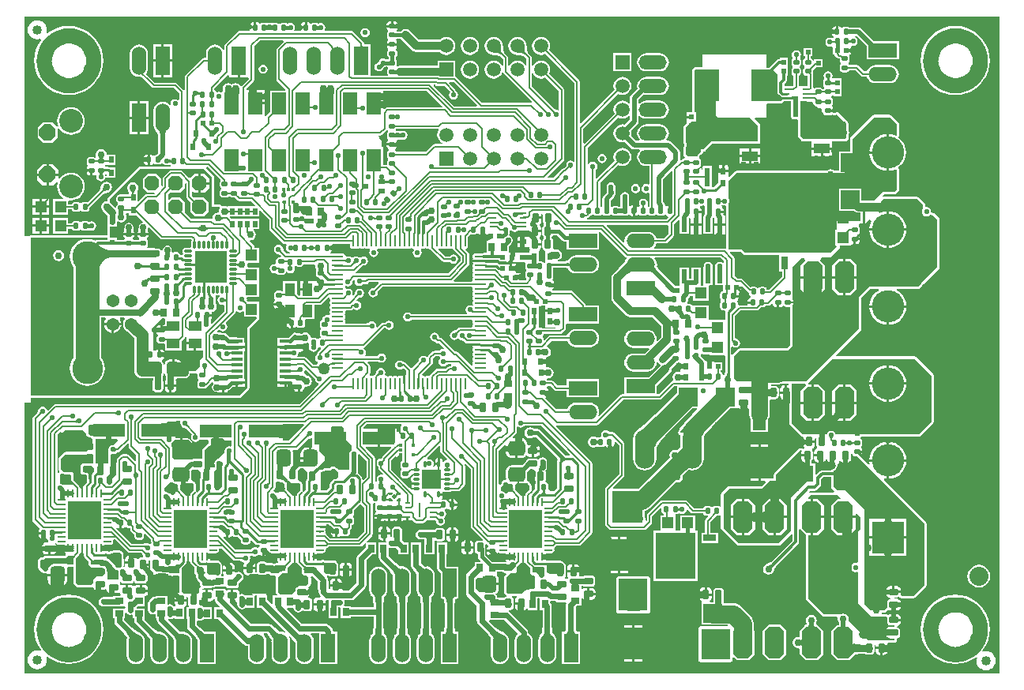
<source format=gtl>
G04*
G04 #@! TF.GenerationSoftware,Altium Limited,Altium Designer,21.0.8 (223)*
G04*
G04 Layer_Physical_Order=1*
G04 Layer_Color=255*
%FSLAX25Y25*%
%MOIN*%
G70*
G04*
G04 #@! TF.SameCoordinates,56364332-CB73-463B-918C-44576425AB2C*
G04*
G04*
G04 #@! TF.FilePolarity,Positive*
G04*
G01*
G75*
%ADD12C,0.00600*%
%ADD13C,0.00800*%
%ADD14C,0.01000*%
%ADD19C,0.03000*%
%ADD21C,0.00787*%
%ADD27C,0.00700*%
%ADD135C,0.06000*%
%ADD155P,0.02132X4X180.0*%
%ADD182C,0.06496*%
%ADD183R,0.06693X0.04331*%
%ADD184R,0.02165X0.01968*%
%ADD185R,0.01968X0.02165*%
%ADD186R,0.09500X0.13500*%
G04:AMPARAMS|DCode=187|XSize=22mil|YSize=24mil|CornerRadius=4.4mil|HoleSize=0mil|Usage=FLASHONLY|Rotation=90.000|XOffset=0mil|YOffset=0mil|HoleType=Round|Shape=RoundedRectangle|*
%AMROUNDEDRECTD187*
21,1,0.02200,0.01520,0,0,90.0*
21,1,0.01320,0.02400,0,0,90.0*
1,1,0.00880,0.00760,0.00660*
1,1,0.00880,0.00760,-0.00660*
1,1,0.00880,-0.00760,-0.00660*
1,1,0.00880,-0.00760,0.00660*
%
%ADD187ROUNDEDRECTD187*%
%ADD188R,0.01575X0.06811*%
%ADD189R,0.03150X0.05787*%
%ADD190R,0.02362X0.01063*%
G04:AMPARAMS|DCode=191|XSize=29.13mil|YSize=39.37mil|CornerRadius=5.83mil|HoleSize=0mil|Usage=FLASHONLY|Rotation=0.000|XOffset=0mil|YOffset=0mil|HoleType=Round|Shape=RoundedRectangle|*
%AMROUNDEDRECTD191*
21,1,0.02913,0.02772,0,0,0.0*
21,1,0.01748,0.03937,0,0,0.0*
1,1,0.01165,0.00874,-0.01386*
1,1,0.01165,-0.00874,-0.01386*
1,1,0.01165,-0.00874,0.01386*
1,1,0.01165,0.00874,0.01386*
%
%ADD191ROUNDEDRECTD191*%
%ADD192R,0.02638X0.03465*%
G04:AMPARAMS|DCode=193|XSize=22mil|YSize=24mil|CornerRadius=4.4mil|HoleSize=0mil|Usage=FLASHONLY|Rotation=180.000|XOffset=0mil|YOffset=0mil|HoleType=Round|Shape=RoundedRectangle|*
%AMROUNDEDRECTD193*
21,1,0.02200,0.01520,0,0,180.0*
21,1,0.01320,0.02400,0,0,180.0*
1,1,0.00880,-0.00660,0.00760*
1,1,0.00880,0.00660,0.00760*
1,1,0.00880,0.00660,-0.00760*
1,1,0.00880,-0.00660,-0.00760*
%
%ADD193ROUNDEDRECTD193*%
%ADD194R,0.02800X0.05600*%
%ADD195R,0.19700X0.17000*%
%ADD196R,0.05600X0.02800*%
%ADD197R,0.17000X0.19700*%
G04:AMPARAMS|DCode=198|XSize=22mil|YSize=24mil|CornerRadius=4.4mil|HoleSize=0mil|Usage=FLASHONLY|Rotation=225.000|XOffset=0mil|YOffset=0mil|HoleType=Round|Shape=RoundedRectangle|*
%AMROUNDEDRECTD198*
21,1,0.02200,0.01520,0,0,225.0*
21,1,0.01320,0.02400,0,0,225.0*
1,1,0.00880,-0.01004,0.00071*
1,1,0.00880,-0.00071,0.01004*
1,1,0.00880,0.01004,-0.00071*
1,1,0.00880,0.00071,-0.01004*
%
%ADD198ROUNDEDRECTD198*%
%ADD199R,0.05906X0.09173*%
%ADD200R,0.03150X0.01165*%
%ADD201R,0.05433X0.07087*%
%ADD202R,0.02000X0.02800*%
%ADD203R,0.05000X0.01500*%
%ADD204R,0.07900X0.07900*%
G04:AMPARAMS|DCode=205|XSize=40mil|YSize=40mil|CornerRadius=20mil|HoleSize=0mil|Usage=FLASHONLY|Rotation=0.000|XOffset=0mil|YOffset=0mil|HoleType=Round|Shape=RoundedRectangle|*
%AMROUNDEDRECTD205*
21,1,0.04000,0.00000,0,0,0.0*
21,1,0.00000,0.04000,0,0,0.0*
1,1,0.04000,0.00000,0.00000*
1,1,0.04000,0.00000,0.00000*
1,1,0.04000,0.00000,0.00000*
1,1,0.04000,0.00000,0.00000*
%
%ADD205ROUNDEDRECTD205*%
%ADD206R,0.12600X0.06300*%
G04:AMPARAMS|DCode=207|XSize=52mil|YSize=60mil|CornerRadius=13mil|HoleSize=0mil|Usage=FLASHONLY|Rotation=180.000|XOffset=0mil|YOffset=0mil|HoleType=Round|Shape=RoundedRectangle|*
%AMROUNDEDRECTD207*
21,1,0.05200,0.03400,0,0,180.0*
21,1,0.02600,0.06000,0,0,180.0*
1,1,0.02600,-0.01300,0.01700*
1,1,0.02600,0.01300,0.01700*
1,1,0.02600,0.01300,-0.01700*
1,1,0.02600,-0.01300,-0.01700*
%
%ADD207ROUNDEDRECTD207*%
%ADD208R,0.05200X0.04200*%
%ADD209R,0.02000X0.02600*%
G04:AMPARAMS|DCode=210|XSize=29.13mil|YSize=39.37mil|CornerRadius=5.83mil|HoleSize=0mil|Usage=FLASHONLY|Rotation=90.000|XOffset=0mil|YOffset=0mil|HoleType=Round|Shape=RoundedRectangle|*
%AMROUNDEDRECTD210*
21,1,0.02913,0.02772,0,0,90.0*
21,1,0.01748,0.03937,0,0,90.0*
1,1,0.01165,0.01386,0.00874*
1,1,0.01165,0.01386,-0.00874*
1,1,0.01165,-0.01386,-0.00874*
1,1,0.01165,-0.01386,0.00874*
%
%ADD210ROUNDEDRECTD210*%
%ADD211O,0.00984X0.05118*%
%ADD212O,0.05118X0.00984*%
%ADD213R,0.02400X0.02400*%
G04:AMPARAMS|DCode=214|XSize=63mil|YSize=71mil|CornerRadius=15.75mil|HoleSize=0mil|Usage=FLASHONLY|Rotation=90.000|XOffset=0mil|YOffset=0mil|HoleType=Round|Shape=RoundedRectangle|*
%AMROUNDEDRECTD214*
21,1,0.06300,0.03950,0,0,90.0*
21,1,0.03150,0.07100,0,0,90.0*
1,1,0.03150,0.01975,0.01575*
1,1,0.03150,0.01975,-0.01575*
1,1,0.03150,-0.01975,-0.01575*
1,1,0.03150,-0.01975,0.01575*
%
%ADD214ROUNDEDRECTD214*%
%ADD215R,0.13386X0.05512*%
%ADD216R,0.02400X0.06000*%
%ADD217R,0.04800X0.04800*%
G04:AMPARAMS|DCode=218|XSize=50mil|YSize=50mil|CornerRadius=25mil|HoleSize=0mil|Usage=FLASHONLY|Rotation=270.000|XOffset=0mil|YOffset=0mil|HoleType=Round|Shape=RoundedRectangle|*
%AMROUNDEDRECTD218*
21,1,0.05000,0.00000,0,0,270.0*
21,1,0.00000,0.05000,0,0,270.0*
1,1,0.05000,0.00000,0.00000*
1,1,0.05000,0.00000,0.00000*
1,1,0.05000,0.00000,0.00000*
1,1,0.05000,0.00000,0.00000*
%
%ADD218ROUNDEDRECTD218*%
%ADD219R,0.14173X0.16142*%
%ADD220O,0.00984X0.03347*%
%ADD221O,0.03347X0.00984*%
G04:AMPARAMS|DCode=222|XSize=11.02mil|YSize=31.5mil|CornerRadius=4.41mil|HoleSize=0mil|Usage=FLASHONLY|Rotation=180.000|XOffset=0mil|YOffset=0mil|HoleType=Round|Shape=RoundedRectangle|*
%AMROUNDEDRECTD222*
21,1,0.01102,0.02268,0,0,180.0*
21,1,0.00221,0.03150,0,0,180.0*
1,1,0.00882,-0.00110,0.01134*
1,1,0.00882,0.00110,0.01134*
1,1,0.00882,0.00110,-0.01134*
1,1,0.00882,-0.00110,-0.01134*
%
%ADD222ROUNDEDRECTD222*%
G04:AMPARAMS|DCode=223|XSize=11.02mil|YSize=31.5mil|CornerRadius=4.41mil|HoleSize=0mil|Usage=FLASHONLY|Rotation=270.000|XOffset=0mil|YOffset=0mil|HoleType=Round|Shape=RoundedRectangle|*
%AMROUNDEDRECTD223*
21,1,0.01102,0.02268,0,0,270.0*
21,1,0.00221,0.03150,0,0,270.0*
1,1,0.00882,-0.01134,-0.00110*
1,1,0.00882,-0.01134,0.00110*
1,1,0.00882,0.01134,0.00110*
1,1,0.00882,0.01134,-0.00110*
%
%ADD223ROUNDEDRECTD223*%
%ADD224R,0.13700X0.13700*%
%ADD225R,0.02362X0.03150*%
%ADD226R,0.03150X0.02165*%
%ADD227R,0.02165X0.00984*%
%ADD228R,0.00787X0.06299*%
%ADD229R,0.01772X0.01181*%
%ADD230R,0.08071X0.08071*%
%ADD231O,0.01102X0.03150*%
%ADD232O,0.03150X0.01102*%
%ADD233R,0.01024X0.01024*%
%ADD234R,0.01181X0.01772*%
%ADD235R,0.03465X0.02638*%
%ADD236R,0.05512X0.13386*%
G04:AMPARAMS|DCode=237|XSize=63mil|YSize=71mil|CornerRadius=15.75mil|HoleSize=0mil|Usage=FLASHONLY|Rotation=180.000|XOffset=0mil|YOffset=0mil|HoleType=Round|Shape=RoundedRectangle|*
%AMROUNDEDRECTD237*
21,1,0.06300,0.03950,0,0,180.0*
21,1,0.03150,0.07100,0,0,180.0*
1,1,0.03150,-0.01575,0.01975*
1,1,0.03150,0.01575,0.01975*
1,1,0.03150,0.01575,-0.01975*
1,1,0.03150,-0.01575,-0.01975*
%
%ADD237ROUNDEDRECTD237*%
%ADD238R,0.04800X0.04800*%
%ADD239R,0.03150X0.02362*%
%ADD240R,0.07900X0.07900*%
%ADD241R,0.04200X0.05200*%
%ADD242R,0.07087X0.05433*%
%ADD243C,0.01500*%
%ADD244C,0.01200*%
%ADD245C,0.01600*%
%ADD246C,0.02000*%
%ADD247C,0.01100*%
%ADD248C,0.00950*%
%ADD249C,0.01968*%
%ADD250C,0.01800*%
%ADD251C,0.02200*%
%ADD252C,0.02500*%
%ADD253C,0.03000*%
%ADD254C,0.01150*%
%ADD255C,0.02700*%
%ADD256C,0.02400*%
%ADD257C,0.01575*%
%ADD258C,0.01772*%
%ADD259C,0.03400*%
%ADD260C,0.07500*%
%ADD261C,0.03600*%
%ADD262C,0.10000*%
%ADD263C,0.02800*%
%ADD264C,0.03500*%
%ADD265C,0.05000*%
%ADD266C,0.03200*%
%ADD267C,0.07000*%
%ADD268C,0.00900*%
%ADD269C,0.02300*%
%ADD270C,0.01400*%
%ADD271R,0.13200X0.12548*%
%ADD272R,0.13800X0.11600*%
%ADD273R,0.12200X0.13300*%
%ADD274R,0.12200X0.13400*%
%ADD275R,0.18600X0.07825*%
%ADD276R,0.12300X0.13100*%
%ADD277R,0.12300X0.13500*%
%ADD278R,0.12800X0.13200*%
%ADD279R,0.05906X0.05906*%
%ADD280C,0.05906*%
%ADD281O,0.08250X0.16500*%
%ADD282O,0.11811X0.05906*%
%ADD283R,0.05906X0.05906*%
G04:AMPARAMS|DCode=284|XSize=133mil|YSize=83mil|CornerRadius=0mil|HoleSize=0mil|Usage=FLASHONLY|Rotation=270.000|XOffset=0mil|YOffset=0mil|HoleType=Round|Shape=Octagon|*
%AMOCTAGOND284*
4,1,8,-0.02075,-0.06650,0.02075,-0.06650,0.04150,-0.04575,0.04150,0.04575,0.02075,0.06650,-0.02075,0.06650,-0.04150,0.04575,-0.04150,-0.04575,-0.02075,-0.06650,0.0*
%
%ADD284OCTAGOND284*%

%ADD285P,0.06711X8X22.5*%
%ADD286C,0.05400*%
%ADD287C,0.13050*%
%ADD288P,0.07577X8X292.5*%
%ADD289C,0.10000*%
%ADD290R,0.12000X0.06000*%
%ADD291O,0.12000X0.06000*%
%ADD292R,0.06000X0.12000*%
%ADD293O,0.06000X0.12000*%
%ADD294O,0.13598X0.13600*%
%ADD295R,0.13598X0.13600*%
%ADD296C,0.08000*%
%ADD297C,0.02200*%
%ADD298C,0.02900*%
%ADD299C,0.03200*%
G36*
X143581Y266317D02*
X143590Y266213D01*
X143605Y266122D01*
X143626Y266042D01*
X143653Y265975D01*
X143686Y265920D01*
X143725Y265877D01*
X143770Y265846D01*
X143821Y265828D01*
X143878Y265822D01*
X142678D01*
X142735Y265828D01*
X142786Y265846D01*
X142831Y265877D01*
X142870Y265920D01*
X142903Y265975D01*
X142930Y266042D01*
X142951Y266122D01*
X142966Y266213D01*
X142975Y266317D01*
X142978Y266434D01*
X143578D01*
X143581Y266317D01*
D02*
G37*
G36*
X131143Y265571D02*
X131228Y265499D01*
X131309Y265439D01*
X131384Y265393D01*
X131455Y265360D01*
X131521Y265340D01*
X131581Y265334D01*
X131637Y265341D01*
X131688Y265361D01*
X131734Y265395D01*
X130855Y264584D01*
X130892Y264627D01*
X130915Y264676D01*
X130925Y264729D01*
X130922Y264788D01*
X130904Y264852D01*
X130873Y264921D01*
X130828Y264995D01*
X130770Y265075D01*
X130698Y265159D01*
X130613Y265249D01*
X131053Y265657D01*
X131143Y265571D01*
D02*
G37*
G36*
X212012Y265472D02*
X212092Y264267D01*
X212145Y263939D01*
X212210Y263649D01*
X212288Y263396D01*
X212379Y263180D01*
X212483Y263002D01*
X212599Y262860D01*
X212175Y262436D01*
X212034Y262552D01*
X211855Y262656D01*
X211639Y262747D01*
X211386Y262825D01*
X211096Y262890D01*
X210769Y262943D01*
X210002Y263010D01*
X209563Y263024D01*
X209087Y263025D01*
X212010Y265948D01*
X212012Y265472D01*
D02*
G37*
G36*
X202011D02*
X202093Y264267D01*
X202145Y263939D01*
X202210Y263649D01*
X202289Y263396D01*
X202379Y263180D01*
X202483Y263002D01*
X202600Y262860D01*
X202175Y262436D01*
X202034Y262552D01*
X201855Y262656D01*
X201639Y262747D01*
X201386Y262825D01*
X201096Y262890D01*
X200769Y262943D01*
X200002Y263010D01*
X199563Y263024D01*
X199087Y263025D01*
X202010Y265948D01*
X202011Y265472D01*
D02*
G37*
G36*
X78492Y259203D02*
X78486Y259260D01*
X78468Y259311D01*
X78437Y259356D01*
X78394Y259395D01*
X78339Y259428D01*
X78272Y259455D01*
X78192Y259476D01*
X78101Y259491D01*
X77996Y259500D01*
X77880Y259503D01*
Y260103D01*
X77996Y260106D01*
X78101Y260115D01*
X78192Y260130D01*
X78272Y260151D01*
X78339Y260178D01*
X78394Y260211D01*
X78437Y260250D01*
X78468Y260295D01*
X78486Y260346D01*
X78492Y260403D01*
Y259203D01*
D02*
G37*
G36*
X51285Y254520D02*
X51252Y254480D01*
X51235Y254434D01*
X51232Y254381D01*
X51245Y254322D01*
X51272Y254256D01*
X51314Y254184D01*
X51372Y254105D01*
X51444Y254020D01*
X51531Y253928D01*
X50989Y253623D01*
X50895Y253712D01*
X50720Y253853D01*
X50639Y253905D01*
X50562Y253945D01*
X50490Y253972D01*
X50421Y253986D01*
X50357Y253988D01*
X50297Y253977D01*
X50241Y253954D01*
X51332Y254553D01*
X51285Y254520D01*
D02*
G37*
G36*
X91983Y252803D02*
X95483D01*
X95761Y252418D01*
Y252168D01*
X92750Y249157D01*
X92672Y249041D01*
X92086Y249045D01*
X91741Y249561D01*
X90980Y250070D01*
X90083Y250248D01*
X89185Y250070D01*
X88583Y249667D01*
X87980Y250070D01*
X87083Y250248D01*
X86185Y250070D01*
X85425Y249561D01*
X84916Y248801D01*
X84738Y247903D01*
Y246575D01*
X84238Y246308D01*
X83999Y246468D01*
X83258Y246615D01*
X82516Y246468D01*
X82472Y246438D01*
X81916Y246668D01*
X81901Y246747D01*
X81626Y247157D01*
X81216Y247431D01*
X81194Y247436D01*
Y247928D01*
X86983Y253717D01*
X87483Y253510D01*
Y252803D01*
X90983D01*
Y259803D01*
X91983D01*
Y252803D01*
D02*
G37*
G36*
X74124Y246722D02*
X74187Y246676D01*
X74256Y246635D01*
X74332Y246600D01*
X74414Y246571D01*
X74503Y246546D01*
X74598Y246527D01*
X74700Y246514D01*
X74808Y246506D01*
X74923Y246503D01*
Y245503D01*
X74808Y245500D01*
X74598Y245479D01*
X74503Y245460D01*
X74414Y245436D01*
X74332Y245406D01*
X74256Y245371D01*
X74187Y245330D01*
X74124Y245285D01*
X74068Y245233D01*
Y246773D01*
X74124Y246722D01*
D02*
G37*
G36*
X412476Y996D02*
X1076D01*
Y115530D01*
X3921D01*
Y117384D01*
X91809D01*
X92200Y117461D01*
X92530Y117682D01*
X95685Y120837D01*
X95907Y121168D01*
X95984Y121558D01*
Y146530D01*
X99860Y150405D01*
X100081Y150736D01*
X100158Y151126D01*
X100081Y151516D01*
X100035Y151627D01*
Y158026D01*
X95221D01*
X95152Y158094D01*
X95134Y158153D01*
X95117Y158269D01*
X95074Y158341D01*
X95049Y158421D01*
X94974Y158510D01*
X94941Y158566D01*
X94954Y158620D01*
X94962Y158805D01*
X94976Y158989D01*
X94971Y159003D01*
X94972Y159018D01*
X94909Y159191D01*
X94851Y159367D01*
X94842Y159378D01*
X94837Y159392D01*
X94790Y159444D01*
X94786Y159460D01*
X95197Y159960D01*
X100035D01*
Y166127D01*
X100133D01*
Y172527D01*
X95486D01*
X95124Y173027D01*
X95243Y173625D01*
X95153Y174074D01*
X95471Y174461D01*
X100133D01*
Y180861D01*
X98447D01*
X98055Y181105D01*
X97969Y181535D01*
X97726Y181899D01*
X96126Y183499D01*
X96372Y183960D01*
X96428Y183949D01*
X97325Y184127D01*
X98086Y184636D01*
X98594Y185397D01*
X98773Y186294D01*
X98594Y187191D01*
X98086Y187952D01*
X97704Y188207D01*
X97856Y188707D01*
X100209D01*
Y192907D01*
X88371D01*
X87676Y193603D01*
X87867Y194064D01*
X100209D01*
Y196237D01*
X100671Y196428D01*
X104361Y192739D01*
Y188907D01*
X104361Y188907D01*
X104446Y188478D01*
X104690Y188114D01*
X110014Y182790D01*
X110014Y182790D01*
X110378Y182546D01*
X110807Y182461D01*
X111620D01*
X111832Y181961D01*
X111517Y181489D01*
X111370Y180748D01*
X111517Y180007D01*
X111937Y179378D01*
X112566Y178958D01*
X113253Y178822D01*
X113204Y178322D01*
X111650D01*
X110695Y179277D01*
X110670Y179443D01*
X110657Y179465D01*
X110652Y179490D01*
X110555Y179635D01*
X110466Y179784D01*
X110438Y179815D01*
X110436Y179820D01*
X110430Y179836D01*
X110423Y179861D01*
X110415Y179899D01*
X110408Y179948D01*
X110404Y180009D01*
X110402Y180109D01*
X110362Y180295D01*
X110325Y180482D01*
X110320Y180489D01*
X110318Y180498D01*
X110210Y180654D01*
X110104Y180813D01*
X110097Y180818D01*
X110092Y180825D01*
X110074Y180836D01*
X110072Y180844D01*
X109652Y181473D01*
X109024Y181893D01*
X108283Y182040D01*
X107541Y181893D01*
X106913Y181473D01*
X106493Y180844D01*
X106345Y180103D01*
X106493Y179362D01*
X106913Y178733D01*
X107541Y178313D01*
X107550Y178312D01*
X107561Y178294D01*
X107568Y178289D01*
X107573Y178282D01*
X107731Y178176D01*
X107888Y178068D01*
X107896Y178066D01*
X107904Y178061D01*
X108091Y178024D01*
X108277Y177984D01*
X108377Y177982D01*
X108438Y177978D01*
X108487Y177971D01*
X108525Y177963D01*
X108550Y177956D01*
X108566Y177950D01*
X108571Y177947D01*
X108601Y177920D01*
X108751Y177831D01*
X108895Y177734D01*
X108921Y177729D01*
X108943Y177716D01*
X109108Y177691D01*
X109473Y177327D01*
X109281Y176865D01*
X108531D01*
X108047Y176769D01*
X107637Y176495D01*
X107363Y176085D01*
X107267Y175601D01*
Y174281D01*
X106839Y173869D01*
X106457Y173945D01*
X105715Y173798D01*
X105087Y173378D01*
X104667Y172749D01*
X104519Y172008D01*
X104667Y171266D01*
X105087Y170638D01*
X105715Y170218D01*
X106457Y170071D01*
X107198Y170218D01*
X107516Y169829D01*
X107637Y169647D01*
X108047Y169373D01*
X108531Y169277D01*
X110051D01*
X110535Y169373D01*
X110945Y169647D01*
X111219Y170057D01*
X111316Y170541D01*
Y170615D01*
X111816Y170766D01*
X111913Y170621D01*
X112541Y170201D01*
X113283Y170053D01*
X114024Y170201D01*
X114653Y170621D01*
X115072Y171249D01*
X115220Y171991D01*
X115072Y172732D01*
X115046Y172772D01*
X115121Y172912D01*
X115155Y172938D01*
X115755Y173043D01*
X115914Y172937D01*
X116398Y172841D01*
X117718D01*
X118201Y172937D01*
X118612Y173211D01*
X118886Y173621D01*
X118921Y173800D01*
X123330D01*
X123762Y173408D01*
X123715Y173169D01*
X123893Y172271D01*
X124225Y171775D01*
Y171421D01*
X124132Y171282D01*
X124036Y170799D01*
Y169478D01*
X124132Y168995D01*
X124406Y168585D01*
Y168350D01*
X124254Y168085D01*
X123943Y167620D01*
X123848Y167139D01*
X123514Y166777D01*
X120914D01*
Y163177D01*
X120414D01*
Y162677D01*
X117314D01*
Y160661D01*
X116814Y160508D01*
X115972Y161349D01*
Y166577D01*
X110172D01*
Y162763D01*
X109710Y162481D01*
X109672Y162482D01*
X109218Y162572D01*
X107697D01*
X107214Y162476D01*
X107057Y162372D01*
D01*
X106804Y162202D01*
X106529Y161792D01*
X106433Y161308D01*
Y159988D01*
X106529Y159504D01*
X106804Y159094D01*
Y158860D01*
X106651Y158594D01*
X106341Y158130D01*
X106229Y157568D01*
Y157408D01*
X108458D01*
Y156908D01*
X108958D01*
Y154780D01*
X109218D01*
X109472Y154830D01*
X109856Y154550D01*
X113072D01*
Y153550D01*
X109972D01*
Y150450D01*
X111359D01*
X111769Y149950D01*
X111751Y149858D01*
Y149598D01*
X113880D01*
Y149098D01*
X114380D01*
Y146870D01*
X114540D01*
X115102Y146982D01*
X115566Y147292D01*
X115831Y147444D01*
X116066D01*
X116476Y147170D01*
X116960Y147074D01*
X118280D01*
X118763Y147170D01*
X119174Y147444D01*
X119448Y147855D01*
X119544Y148338D01*
Y149858D01*
X119486Y150150D01*
X119798Y150649D01*
X123314D01*
Y156756D01*
X125813D01*
X125813Y156756D01*
X126242Y156842D01*
X126606Y157085D01*
X126795Y157275D01*
X129403Y159882D01*
X129864Y159636D01*
X129834Y159484D01*
X129934Y158979D01*
X129990Y158895D01*
X130193Y158499D01*
X129990Y158104D01*
X129934Y158019D01*
X129834Y157515D01*
X129934Y157011D01*
X129990Y156926D01*
X130193Y156531D01*
X129990Y156135D01*
X129934Y156051D01*
X129834Y155546D01*
X129934Y155042D01*
X129990Y154958D01*
X130193Y154562D01*
X129990Y154167D01*
X129934Y154082D01*
X129834Y153578D01*
X129934Y153074D01*
X129990Y152989D01*
X130035Y152902D01*
X129792Y152328D01*
X129531Y152242D01*
X129442Y152302D01*
X128701Y152449D01*
X127959Y152302D01*
X127331Y151882D01*
X126911Y151253D01*
X126764Y150512D01*
X126792Y150368D01*
X126611Y150332D01*
X126201Y150058D01*
X125927Y149648D01*
X125830Y149164D01*
Y147844D01*
X125927Y147360D01*
X126201Y146950D01*
X126261Y146910D01*
Y146308D01*
X126201Y146268D01*
X125927Y145858D01*
X125830Y145374D01*
Y144054D01*
X125927Y143570D01*
X126201Y143160D01*
X126210Y143154D01*
X126181Y142856D01*
X126082Y142638D01*
X125677Y142558D01*
X125267Y142284D01*
X125227Y142224D01*
X124626D01*
X124585Y142284D01*
X124175Y142558D01*
X123691Y142654D01*
X122389D01*
X122346Y142661D01*
X121837Y143058D01*
X121724Y143627D01*
X121216Y144388D01*
X120455Y144896D01*
X119557Y145075D01*
X118660Y144896D01*
X118060Y144496D01*
X117924D01*
X117476Y144585D01*
X116210D01*
X115785Y144869D01*
X115180Y144989D01*
X114576Y144869D01*
X114063Y144526D01*
X112419Y142882D01*
X107870D01*
Y140582D01*
X107670D01*
Y139332D01*
X111170D01*
Y138332D01*
X107670D01*
Y137082D01*
X107870D01*
Y132832D01*
X107870D01*
Y129732D01*
X107870D01*
Y125532D01*
X107670D01*
Y124282D01*
X111170D01*
Y123782D01*
X111670D01*
Y122032D01*
X114587D01*
Y121483D01*
X114699Y120921D01*
X115017Y120444D01*
X115493Y120126D01*
X116055Y120014D01*
X116315D01*
Y122143D01*
X117315D01*
Y120014D01*
X117575D01*
X118137Y120126D01*
X118613Y120444D01*
X118931Y120921D01*
X119043Y121483D01*
Y121745D01*
X119543Y122155D01*
X120000Y122064D01*
X120897Y122243D01*
X121658Y122751D01*
X122167Y123512D01*
X122345Y124409D01*
X122167Y125307D01*
X121658Y126068D01*
X120897Y126576D01*
X120417Y126672D01*
X119913Y127176D01*
X119317Y127574D01*
X119194Y127598D01*
X118988Y128149D01*
X119247Y128537D01*
X119352Y129065D01*
X119870Y129254D01*
D01*
X123660Y125465D01*
X123653Y125433D01*
X123801Y124692D01*
X124221Y124063D01*
X124849Y123644D01*
X125088Y123596D01*
X125253Y123053D01*
X123311Y121112D01*
D01*
X116999Y114799D01*
X14134D01*
X14134Y114799D01*
X13705Y114714D01*
X13341Y114471D01*
X11062Y112192D01*
X10583Y112337D01*
X10547Y112519D01*
X10127Y113148D01*
X9499Y113568D01*
X8758Y113715D01*
X8016Y113568D01*
X7388Y113148D01*
X6968Y112519D01*
X6966Y112511D01*
X6948Y112499D01*
X6944Y112493D01*
X6937Y112488D01*
X6831Y112329D01*
X6722Y112172D01*
X6720Y112164D01*
X6716Y112157D01*
X6678Y111970D01*
X6638Y111784D01*
X6637Y111684D01*
X6632Y111623D01*
X6625Y111573D01*
X6618Y111536D01*
X6610Y111510D01*
X6604Y111495D01*
X6602Y111490D01*
X6574Y111459D01*
X6485Y111310D01*
X6388Y111165D01*
X6383Y111140D01*
X6370Y111118D01*
X6346Y110952D01*
X4864Y109471D01*
X4621Y109107D01*
X4536Y108678D01*
X4536Y108678D01*
Y65978D01*
X4536Y65978D01*
X4621Y65549D01*
X4864Y65185D01*
X7547Y62502D01*
X7507Y62100D01*
X7189Y61624D01*
X7077Y61062D01*
Y60802D01*
X9206D01*
Y60302D01*
X9706D01*
Y58073D01*
X9866D01*
X10356Y58171D01*
X10509Y58113D01*
X10581Y58072D01*
X10855Y57869D01*
X10978Y57251D01*
X11248Y56847D01*
X10981Y56347D01*
X10113D01*
X9495Y56225D01*
X8972Y55875D01*
X8622Y55351D01*
X8499Y54734D01*
Y54360D01*
X11499D01*
X14498D01*
Y54734D01*
X14375Y55351D01*
X14180Y55643D01*
X14264Y55982D01*
X14578Y56036D01*
X14740Y55794D01*
X15167Y55508D01*
X15671Y55408D01*
X17530D01*
X18009Y55249D01*
X18009Y54942D01*
Y54568D01*
X19530D01*
Y53568D01*
X18009D01*
Y52887D01*
X18124Y52304D01*
X18454Y51811D01*
X18510Y51172D01*
X18155Y50817D01*
X12457D01*
X12339Y50793D01*
X12335Y50794D01*
X12309Y50789D01*
X10113D01*
X9573Y50682D01*
X9116Y50376D01*
X8873Y50013D01*
X8703Y50046D01*
X7923Y49891D01*
X7261Y49449D01*
X6819Y48788D01*
X6664Y48007D01*
Y46433D01*
X6819Y45652D01*
X7261Y44991D01*
X8416Y43836D01*
X9077Y43394D01*
X9858Y43239D01*
X10385Y43344D01*
X10629Y43178D01*
X15057D01*
X19230D01*
Y44653D01*
X19141Y45325D01*
X19084Y45464D01*
X18966Y45748D01*
D01*
D01*
X19296Y46190D01*
X19457Y46158D01*
X21738D01*
Y39378D01*
X21815Y38988D01*
X22037Y38657D01*
X23136Y37557D01*
X23467Y37336D01*
X23857Y37258D01*
X29258D01*
X29569Y37320D01*
X30081Y37309D01*
X30431Y36786D01*
X30954Y36436D01*
X31572Y36313D01*
X32458D01*
Y38801D01*
X33457D01*
Y36313D01*
X34343D01*
X34961Y36436D01*
X35158Y36568D01*
X35271Y36558D01*
X35698Y36327D01*
X35781Y35909D01*
X36131Y35386D01*
X36654Y35036D01*
X37272Y34913D01*
X38157D01*
Y37401D01*
X39158D01*
Y34913D01*
X40043D01*
X40661Y35036D01*
X40661D01*
X40908Y35201D01*
X41032Y35189D01*
X41446Y34959D01*
X41531Y34532D01*
X41726Y34240D01*
X41459Y33740D01*
X38550D01*
Y33342D01*
X34504D01*
X33724Y33187D01*
X33062Y32745D01*
X32620Y32083D01*
X32465Y31303D01*
X32620Y30523D01*
X33062Y29861D01*
X33724Y29419D01*
X34504Y29264D01*
X40765D01*
X41545Y29419D01*
X41669Y29502D01*
X43615D01*
X43745Y29056D01*
Y28950D01*
X43615Y28504D01*
X43245Y28504D01*
X38550D01*
Y24266D01*
X39044D01*
Y22903D01*
X39199Y22123D01*
X39641Y21461D01*
X43010Y18092D01*
X43020Y18060D01*
X43044Y17924D01*
X43078Y17871D01*
X43096Y17811D01*
X43184Y17705D01*
X43259Y17589D01*
X43663Y17167D01*
X43981Y16804D01*
X44223Y16491D01*
X44387Y16238D01*
X44439Y16134D01*
X44380Y16087D01*
X44348Y16026D01*
X44300Y15976D01*
X44254Y15853D01*
X44191Y15737D01*
X44183Y15669D01*
X44159Y15604D01*
X44163Y15473D01*
X44149Y15341D01*
X44169Y15276D01*
X44171Y15207D01*
X44225Y15086D01*
X44262Y14960D01*
X44269Y14951D01*
X44250Y14803D01*
Y8803D01*
X44381Y7811D01*
X44763Y6887D01*
X45373Y6093D01*
X46166Y5484D01*
X47091Y5101D01*
X48083Y4970D01*
X49075Y5101D01*
X49999Y5484D01*
X50793Y6093D01*
X51402Y6887D01*
X51785Y7811D01*
X51916Y8803D01*
Y14803D01*
X51785Y15795D01*
X51402Y16720D01*
X50793Y17513D01*
X50151Y18006D01*
X50144Y18032D01*
X50137Y18041D01*
X50134Y18052D01*
X50015Y18198D01*
X49900Y18347D01*
X49890Y18352D01*
X49883Y18361D01*
X49718Y18451D01*
X49555Y18544D01*
X49260Y18643D01*
X48995Y18748D01*
X48731Y18869D01*
X48480Y19001D01*
X47938Y19342D01*
X47699Y19519D01*
X47167Y19968D01*
X46905Y20220D01*
X46869Y20242D01*
X46843Y20275D01*
X46703Y20349D01*
X46570Y20434D01*
X46528Y20441D01*
X46491Y20461D01*
X46400Y20470D01*
X43122Y23748D01*
Y24266D01*
X43615D01*
Y26478D01*
X44115Y26629D01*
X44313Y26333D01*
X44941Y25913D01*
X45683Y25766D01*
X46350Y25899D01*
X46819Y25702D01*
X46850Y25686D01*
Y24266D01*
X47445D01*
Y23503D01*
X47593Y22762D01*
X48013Y22133D01*
X52798Y17348D01*
X52828Y17181D01*
X52833Y17173D01*
X52835Y17163D01*
X52940Y17005D01*
X53042Y16846D01*
X53416Y16458D01*
X53713Y16119D01*
X53946Y15820D01*
X54115Y15567D01*
X54220Y15371D01*
X54259Y15268D01*
X54223Y15194D01*
X54152Y15088D01*
X54137Y15017D01*
X54106Y14951D01*
X54098Y14823D01*
X54073Y14698D01*
X54087Y14627D01*
X54082Y14554D01*
X54124Y14433D01*
X54149Y14308D01*
X54189Y14247D01*
X54213Y14178D01*
X54250Y14137D01*
Y8803D01*
X54381Y7811D01*
X54763Y6887D01*
X55373Y6093D01*
X56166Y5484D01*
X57091Y5101D01*
X58083Y4970D01*
X59075Y5101D01*
X59999Y5484D01*
X60793Y6093D01*
X61402Y6887D01*
X61785Y7811D01*
X61915Y8803D01*
Y14803D01*
X61785Y15795D01*
X61402Y16720D01*
X60793Y17513D01*
X59999Y18122D01*
X59075Y18505D01*
X58880Y18531D01*
X58820Y18572D01*
X58725Y18657D01*
X58656Y18682D01*
X58596Y18722D01*
X58471Y18748D01*
X58350Y18791D01*
X58277Y18787D01*
X58206Y18801D01*
X58081Y18777D01*
X57953Y18770D01*
X57887Y18739D01*
X57815Y18725D01*
X57709Y18654D01*
X57631Y18617D01*
X57522Y18659D01*
X57324Y18765D01*
X57082Y18927D01*
X56419Y19478D01*
X56040Y19843D01*
X55880Y19945D01*
X55723Y20051D01*
X55713Y20053D01*
X55705Y20058D01*
X55538Y20088D01*
X51752Y23873D01*
X51915Y24266D01*
X51915D01*
Y28504D01*
X48610D01*
X48480Y28721D01*
X48423Y29004D01*
X48921Y29502D01*
X51915D01*
Y33577D01*
X52211Y33636D01*
X52735Y33986D01*
X53085Y34509D01*
X53207Y35127D01*
Y35501D01*
X50208D01*
Y36001D01*
X49708D01*
Y38489D01*
X48822D01*
X48204Y38366D01*
X47681Y38016D01*
X47616Y37919D01*
X47015D01*
X46935Y38039D01*
X46411Y38388D01*
X45794Y38511D01*
X44908D01*
Y36024D01*
X43908D01*
Y38511D01*
X43022D01*
X42404Y38388D01*
X42157Y38223D01*
X42034Y38236D01*
X41619Y38465D01*
X41534Y38892D01*
X41298Y39246D01*
X41452Y39793D01*
X41729Y39876D01*
X41820Y39815D01*
X42025Y39507D01*
X42483Y39202D01*
X43022Y39094D01*
X45794D01*
X46333Y39202D01*
X46791Y39507D01*
X47026Y39860D01*
X47264Y39899D01*
X47396Y39896D01*
X47578Y39854D01*
X47825Y39484D01*
X48283Y39179D01*
X48822Y39071D01*
X51594D01*
X52133Y39179D01*
X52591Y39484D01*
X52896Y39942D01*
X53004Y40481D01*
Y42229D01*
X52896Y42769D01*
X52591Y43226D01*
X52234Y43464D01*
X52251Y43879D01*
X52287Y43985D01*
X52497Y44026D01*
X53021Y44376D01*
X53370Y44900D01*
X53493Y45517D01*
Y46403D01*
X51006D01*
Y47403D01*
X53493D01*
Y48289D01*
X53393Y48792D01*
X53735Y49192D01*
X53848Y49209D01*
X54134Y48884D01*
D01*
D01*
X54182Y48821D01*
X54076Y48289D01*
Y45517D01*
X54183Y44978D01*
X54489Y44521D01*
X54875Y44262D01*
X54893Y44236D01*
X55293Y43836D01*
X55293Y43836D01*
X55424Y43748D01*
X55518Y43084D01*
X55359Y42878D01*
X61416D01*
X61674Y42620D01*
X61739Y42576D01*
D01*
X61757Y42564D01*
X61828Y42493D01*
X61894Y42449D01*
X61987Y42411D01*
X62070Y42355D01*
X62169Y42335D01*
X62261Y42297D01*
X62362D01*
X62460Y42277D01*
X62958D01*
X63389Y41846D01*
X63767Y42277D01*
X66081D01*
X66424Y41777D01*
X66385Y41578D01*
Y37628D01*
X66434Y37378D01*
X66476Y37170D01*
Y35778D01*
X66536Y35478D01*
X66361Y35147D01*
X66226Y34977D01*
X66206D01*
X65589Y34855D01*
X65065Y34505D01*
X64715Y33981D01*
X64593Y33364D01*
Y32478D01*
X69568D01*
Y33286D01*
X69683Y33364D01*
X69683D01*
X70151Y32911D01*
Y30592D01*
X70258Y30053D01*
X70537Y29635D01*
X70491Y29436D01*
X70352Y29135D01*
X69582D01*
Y24071D01*
X69662D01*
Y20985D01*
X69817Y20205D01*
X70259Y19543D01*
X72411Y17391D01*
X72422Y17356D01*
X72442Y17236D01*
X72483Y17169D01*
X72508Y17093D01*
X72587Y17001D01*
X72650Y16898D01*
X73494Y15989D01*
X73785Y15625D01*
X74010Y15302D01*
X74161Y15036D01*
X74244Y14844D01*
X74262Y14769D01*
X74250Y14750D01*
X74205Y14636D01*
X74143Y14531D01*
X74133Y14453D01*
X74104Y14380D01*
X74106Y14258D01*
X74089Y14137D01*
X74109Y14061D01*
X74110Y13982D01*
X74159Y13870D01*
X74189Y13752D01*
X74237Y13689D01*
X74268Y13617D01*
X74283Y13603D01*
Y5003D01*
X81883D01*
Y18603D01*
X78862D01*
X78774Y18676D01*
X78694Y18700D01*
X78623Y18743D01*
X78506Y18759D01*
X78394Y18793D01*
X78311Y18786D01*
X78229Y18797D01*
X78115Y18767D01*
X77998Y18756D01*
X77924Y18717D01*
X77844Y18696D01*
X77750Y18625D01*
X77708Y18603D01*
X77668D01*
X77499Y18675D01*
X77234Y18827D01*
X76917Y19050D01*
X76082Y19759D01*
X75603Y20221D01*
X75560Y20249D01*
X75526Y20289D01*
X75394Y20356D01*
X75269Y20437D01*
X75218Y20446D01*
X75172Y20469D01*
X75094Y20475D01*
X73740Y21830D01*
Y23218D01*
X74181Y23454D01*
X74241Y23413D01*
X74983Y23266D01*
X75028Y23275D01*
X75083Y23264D01*
X75863Y23419D01*
X76525Y23861D01*
X76634Y23971D01*
X80184D01*
Y29035D01*
X76665D01*
X76525Y29245D01*
X75863Y29687D01*
X75083Y29842D01*
X75017Y29829D01*
X74654Y30267D01*
X74718Y30592D01*
Y32114D01*
X75218Y32266D01*
X75456Y31911D01*
X75979Y31561D01*
X76597Y31438D01*
X77483D01*
Y33926D01*
Y36414D01*
X76597D01*
X76282Y36741D01*
D01*
D01*
X76426Y36866D01*
X76686Y36996D01*
X79369D01*
X79908Y37104D01*
X80114Y37241D01*
X80299D01*
X81080Y37396D01*
X81571Y37725D01*
X83225D01*
X83616Y37802D01*
X85915D01*
X86309Y37546D01*
X86400Y37409D01*
X86857Y37104D01*
X87397Y36996D01*
X90168D01*
X90708Y37104D01*
X91165Y37409D01*
X91471Y37867D01*
X91578Y38406D01*
Y39115D01*
X92925Y40461D01*
X93367Y41123D01*
X93522Y41903D01*
X93367Y42684D01*
X92925Y43345D01*
X92263Y43787D01*
X91483Y43942D01*
X90702Y43787D01*
X90422Y43600D01*
X89922Y43867D01*
Y44178D01*
X87435D01*
X84947D01*
Y43292D01*
X85070Y42675D01*
X85160Y42540D01*
X84892Y42040D01*
X84382D01*
X84115Y42540D01*
X84257Y42753D01*
X84364Y43292D01*
Y43724D01*
D01*
X84395Y43878D01*
Y46778D01*
X84247Y47519D01*
X83827Y48148D01*
X83199Y48568D01*
X82458Y48715D01*
X79849D01*
X79532Y49102D01*
X79569Y49287D01*
Y49968D01*
X78047D01*
Y50968D01*
X79569D01*
Y51342D01*
X79569Y51649D01*
X80047Y51808D01*
X81906D01*
X82410Y51908D01*
X82837Y52194D01*
X83123Y52621D01*
X83223Y53125D01*
X83154Y53472D01*
X83208Y53563D01*
X83364Y53686D01*
X83627Y53852D01*
X83805Y53816D01*
X83981Y53775D01*
X84061Y53772D01*
X84099Y53768D01*
X84130Y53762D01*
X84158Y53754D01*
X84183Y53745D01*
X84207Y53734D01*
X84232Y53719D01*
X84259Y53701D01*
X84288Y53678D01*
X84347Y53623D01*
X84373Y53607D01*
X84391Y53584D01*
X84541Y53503D01*
X84686Y53414D01*
X84715Y53409D01*
X84741Y53395D01*
X84867Y53382D01*
X89364Y48885D01*
X89364Y48885D01*
X89728Y48642D01*
X90158Y48556D01*
X90158Y48556D01*
X92168D01*
X92303Y48457D01*
X92328Y48450D01*
X92349Y48436D01*
X92520Y48402D01*
X92688Y48360D01*
X92729Y48358D01*
X92735Y48356D01*
X92750Y48349D01*
X92773Y48336D01*
X92805Y48315D01*
X92845Y48285D01*
X92891Y48245D01*
X92963Y48175D01*
X93123Y48072D01*
X93282Y47966D01*
X93290Y47964D01*
X93297Y47960D01*
X93419Y47938D01*
X93628Y47650D01*
X93695Y47521D01*
X93701Y47412D01*
X93593Y46864D01*
Y45978D01*
X96080D01*
X98568D01*
Y46864D01*
X98445Y47481D01*
X98095Y48005D01*
X97572Y48355D01*
X96954Y48478D01*
X96471D01*
X96268Y48857D01*
X96255Y48978D01*
X96395Y49678D01*
X96247Y50419D01*
X96162Y50547D01*
X96358Y50827D01*
X96501Y50940D01*
X96609Y50914D01*
X96769Y50864D01*
X96802Y50867D01*
X96833Y50859D01*
X96879Y50857D01*
X96894Y50855D01*
X96907Y50853D01*
X97025Y50819D01*
X97054Y50809D01*
X97327Y50681D01*
X97419Y50630D01*
X97606Y50571D01*
X97793Y50510D01*
X97796Y50510D01*
X97798Y50510D01*
X97994Y50526D01*
X98190Y50542D01*
X98192Y50543D01*
X98194Y50543D01*
X98264Y50579D01*
X98457Y50541D01*
X99199Y50688D01*
X99827Y51108D01*
X100439Y51123D01*
X100636Y50991D01*
X101198Y50880D01*
X101458D01*
Y53008D01*
X102457D01*
Y50880D01*
X102717D01*
X103279Y50991D01*
X103756Y51310D01*
X104074Y51786D01*
X104095Y51894D01*
X104155Y51941D01*
X104643Y52083D01*
X104905Y51908D01*
X105409Y51808D01*
X107268D01*
X107746Y51649D01*
X107746Y51342D01*
Y50968D01*
X109268D01*
Y49968D01*
X107746D01*
Y49287D01*
X107862Y48704D01*
X108150Y48274D01*
X108077Y48008D01*
X107945Y47774D01*
X107448D01*
X107350Y47755D01*
X107249D01*
X107157Y47716D01*
X107058Y47697D01*
X106975Y47641D01*
X106882Y47603D01*
X106801Y47549D01*
X106457Y47480D01*
X106114Y47549D01*
X106033Y47603D01*
X105940Y47641D01*
X105857Y47697D01*
X105758Y47716D01*
X105666Y47755D01*
X105565D01*
X105467Y47774D01*
X103363D01*
X103305Y47861D01*
X102848Y48166D01*
X102309Y48274D01*
X100561D01*
X100021Y48166D01*
X99564Y47861D01*
X99258Y47403D01*
X99151Y46864D01*
Y44092D01*
X98883Y43776D01*
X98568Y44091D01*
X98568Y44092D01*
Y44978D01*
X96080D01*
X93593D01*
Y44092D01*
X93715Y43475D01*
X94065Y42951D01*
X94589Y42601D01*
X95206Y42478D01*
X95458D01*
X96057Y43078D01*
X99590D01*
X100021Y42790D01*
X100561Y42682D01*
X102309D01*
X102848Y42790D01*
X103280Y43078D01*
X104358D01*
X104429Y43007D01*
D01*
X104678Y42757D01*
X105009Y42536D01*
X105399Y42458D01*
X106775D01*
X106897Y42318D01*
X107094Y41958D01*
X107038Y41678D01*
Y35446D01*
X107115Y35056D01*
X107336Y34725D01*
X107626Y34435D01*
X107494Y33935D01*
X105846D01*
Y30495D01*
X105384Y30304D01*
X103520Y32168D01*
Y33935D01*
X103151D01*
X103051Y34435D01*
X103156Y34479D01*
X103285Y34578D01*
X97280D01*
X97409Y34479D01*
X97514Y34435D01*
X97414Y33935D01*
X94344D01*
X94253Y34073D01*
X93796Y34378D01*
D01*
X93624Y34493D01*
X92883Y34640D01*
X92282Y34521D01*
X91878Y34747D01*
X91773Y34848D01*
X91747Y34977D01*
X91667Y35378D01*
X91658D01*
Y35420D01*
X91310Y35941D01*
X90786Y36291D01*
X90168Y36414D01*
X89283D01*
Y33926D01*
Y31438D01*
X90168D01*
X90446Y31493D01*
X90509Y31482D01*
X90946Y31112D01*
Y30103D01*
X91093Y29362D01*
X91513Y28733D01*
X92141Y28313D01*
X92883Y28166D01*
X93624Y28313D01*
X94253Y28733D01*
X94344Y28871D01*
X98283D01*
Y33683D01*
X98702Y34132D01*
X98708Y34131D01*
X98863D01*
X99282Y33935D01*
Y28871D01*
X101049D01*
X111090Y18830D01*
X110878Y18341D01*
X110599Y18399D01*
X110586Y18421D01*
X110485Y18496D01*
X110396Y18585D01*
X110327Y18614D01*
X110267Y18659D01*
X110145Y18689D01*
X110029Y18738D01*
X109954Y18738D01*
X109881Y18756D01*
X109757Y18738D01*
X109631Y18738D01*
X109562Y18710D01*
X109488Y18699D01*
X109380Y18634D01*
X109355Y18624D01*
X109264Y18636D01*
X109109Y18616D01*
X109011Y18655D01*
X108765Y18792D01*
X108474Y18991D01*
X107707Y19633D01*
X107272Y20053D01*
X107126Y20146D01*
X106986Y20247D01*
X106960Y20253D01*
X106937Y20268D01*
X106772Y20297D01*
X105625Y21445D01*
X104963Y21887D01*
X104183Y22042D01*
X96727D01*
X87831Y30938D01*
X88038Y31438D01*
X88283D01*
Y33926D01*
Y36414D01*
X87397D01*
X86779Y36291D01*
X86415Y36047D01*
X85915Y36262D01*
Y36804D01*
X80850D01*
Y36262D01*
X80350Y36047D01*
X79986Y36291D01*
X79369Y36414D01*
X78483D01*
Y33926D01*
Y31438D01*
X79369D01*
X79986Y31561D01*
X80510Y31911D01*
X80859Y32433D01*
X80864Y32434D01*
X81363Y32404D01*
X81499Y31723D01*
X81941Y31061D01*
X83505Y29497D01*
X83313Y29035D01*
X81182D01*
Y23971D01*
X82949D01*
X93559Y13361D01*
X94220Y12919D01*
X94259Y12912D01*
X94276Y12886D01*
X94278Y12885D01*
X94280Y12882D01*
X94443Y12773D01*
X94606Y12663D01*
X94608Y12663D01*
X94611Y12661D01*
X94802Y12623D01*
X94995Y12584D01*
X95431Y12581D01*
Y8803D01*
X95562Y7811D01*
X95944Y6887D01*
X96554Y6093D01*
X97347Y5484D01*
X98272Y5101D01*
X99264Y4970D01*
X100256Y5101D01*
X101180Y5484D01*
X101974Y6093D01*
X102583Y6887D01*
X102966Y7811D01*
X103097Y8803D01*
Y14803D01*
X102966Y15795D01*
X102583Y16720D01*
X102012Y17464D01*
X102102Y17889D01*
X102127Y17964D01*
X103338D01*
X103830Y17472D01*
X103854Y17322D01*
X103858Y17315D01*
X103860Y17307D01*
X103963Y17146D01*
X104064Y16984D01*
X104070Y16979D01*
X104075Y16972D01*
X104497Y16534D01*
X104835Y16149D01*
X105103Y15809D01*
X105298Y15519D01*
X105421Y15291D01*
X105474Y15154D01*
X105428Y15069D01*
X105353Y14968D01*
X105334Y14896D01*
X105299Y14829D01*
X105286Y14705D01*
X105255Y14583D01*
X105266Y14508D01*
X105258Y14434D01*
X105294Y14313D01*
X105313Y14189D01*
X105351Y14125D01*
X105373Y14053D01*
X105431Y13981D01*
Y8803D01*
X105562Y7811D01*
X105945Y6887D01*
X106554Y6093D01*
X107347Y5484D01*
X108272Y5101D01*
X109264Y4970D01*
X110256Y5101D01*
X111180Y5484D01*
X111974Y6093D01*
X112583Y6887D01*
X112966Y7811D01*
X113097Y8803D01*
Y14803D01*
X112966Y15795D01*
X112646Y16567D01*
X113070Y16850D01*
X113587Y16333D01*
X113604Y16207D01*
X113615Y16189D01*
X113619Y16167D01*
X113715Y16017D01*
X113804Y15864D01*
X113821Y15850D01*
X113833Y15832D01*
X114242Y15408D01*
X114576Y15027D01*
X114849Y14680D01*
X115061Y14371D01*
X115211Y14105D01*
X115305Y13890D01*
X115348Y13735D01*
X115358Y13644D01*
X115354Y13609D01*
X115311Y13486D01*
X115292Y13348D01*
X115256Y13215D01*
X115264Y13153D01*
X115255Y13092D01*
X115290Y12957D01*
X115308Y12820D01*
X115339Y12766D01*
X115355Y12706D01*
X115431Y12605D01*
Y8803D01*
X115562Y7811D01*
X115945Y6887D01*
X116554Y6093D01*
X117347Y5484D01*
X118272Y5101D01*
X119264Y4970D01*
X120256Y5101D01*
X121180Y5484D01*
X121974Y6093D01*
X122583Y6887D01*
X122966Y7811D01*
X123097Y8803D01*
Y14803D01*
X122966Y15795D01*
X122583Y16720D01*
X121974Y17513D01*
X121873Y17591D01*
X122034Y18064D01*
X125464D01*
Y5003D01*
X133064D01*
Y18603D01*
X131303D01*
Y18822D01*
X131148Y19602D01*
X130706Y20264D01*
X129425Y21545D01*
X128763Y21987D01*
X127983Y22142D01*
X118077D01*
X111810Y28409D01*
X112002Y28871D01*
X114518D01*
Y28828D01*
X114673Y28048D01*
X115116Y27386D01*
X115141Y27361D01*
X115802Y26919D01*
X116583Y26764D01*
X117363Y26919D01*
X118025Y27361D01*
X118084Y27450D01*
X118760Y27561D01*
X118867Y27490D01*
X119406Y27382D01*
X121154D01*
X121694Y27490D01*
X122151Y27795D01*
X122457Y28253D01*
X122564Y28792D01*
Y31564D01*
X122457Y32103D01*
X122151Y32561D01*
X121694Y32866D01*
X121154Y32974D01*
X120905D01*
X120754Y33474D01*
X120809Y33511D01*
X121159Y34034D01*
X121282Y34652D01*
Y35026D01*
X118283D01*
Y36026D01*
X121282D01*
Y36400D01*
X121159Y37018D01*
X120867Y37455D01*
X121672Y38259D01*
X121893Y38590D01*
X121971Y38980D01*
Y41530D01*
X121942Y41673D01*
X122270Y42144D01*
X122633Y42169D01*
X124953Y39849D01*
X124897Y39564D01*
Y36792D01*
X125004Y36253D01*
X125141Y36047D01*
Y35455D01*
X125296Y34675D01*
X125738Y34013D01*
X126074Y33678D01*
X125867Y33178D01*
X124761D01*
X124143Y33055D01*
X123620Y32705D01*
X123270Y32181D01*
X123147Y31564D01*
Y30678D01*
X128122D01*
Y31564D01*
X128094Y31707D01*
X128447Y32061D01*
X128558Y32039D01*
X129322D01*
X129578Y31626D01*
X129575Y31539D01*
X129425Y30785D01*
Y29535D01*
X129346D01*
Y24471D01*
X133583D01*
Y28966D01*
X134283D01*
X134582Y28720D01*
Y24471D01*
X138820D01*
Y24964D01*
X148398D01*
Y20490D01*
X148302Y20353D01*
X148300Y20342D01*
X148294Y20333D01*
X148258Y20148D01*
X148218Y19964D01*
X148206Y19347D01*
X148173Y18824D01*
X148122Y18382D01*
X148054Y18026D01*
X147978Y17762D01*
X147937Y17669D01*
X147762Y17534D01*
X147652Y17512D01*
X147589Y17470D01*
X147518Y17444D01*
X147426Y17359D01*
X147322Y17290D01*
X147281Y17226D01*
X147225Y17175D01*
X147172Y17062D01*
X147103Y16958D01*
X147088Y16883D01*
X147056Y16815D01*
X147051Y16690D01*
X147027Y16567D01*
X147038Y16509D01*
X146743Y15795D01*
X146612Y14803D01*
Y8803D01*
X146743Y7811D01*
X147126Y6887D01*
X147735Y6093D01*
X148529Y5484D01*
X149453Y5101D01*
X150445Y4970D01*
X151437Y5101D01*
X152361Y5484D01*
X153155Y6093D01*
X153764Y6887D01*
X154147Y7811D01*
X154278Y8803D01*
Y14803D01*
X154147Y15795D01*
X153837Y16543D01*
X153847Y16595D01*
X153823Y16717D01*
X153816Y16842D01*
X153783Y16910D01*
X153768Y16985D01*
X153698Y17088D01*
X153645Y17201D01*
X153588Y17252D01*
X153546Y17315D01*
X153442Y17383D01*
X153349Y17467D01*
X153277Y17492D01*
X153214Y17534D01*
X153098Y17557D01*
X152937Y17681D01*
X152896Y17775D01*
X152820Y18037D01*
X152755Y18377D01*
X152668Y19369D01*
X152656Y19973D01*
X152616Y20160D01*
X152578Y20347D01*
X152573Y20354D01*
X152572Y20362D01*
X152476Y20499D01*
Y26878D01*
Y30667D01*
X152572Y30804D01*
X152573Y30811D01*
X152578Y30818D01*
X152616Y31005D01*
X152656Y31192D01*
X152668Y31810D01*
X152700Y32332D01*
X152752Y32773D01*
X152820Y33128D01*
X152896Y33390D01*
X152937Y33485D01*
X153098Y33608D01*
X153214Y33631D01*
X153277Y33673D01*
X153349Y33698D01*
X153442Y33782D01*
X153546Y33851D01*
X153588Y33914D01*
X153645Y33964D01*
X153698Y34077D01*
X153768Y34181D01*
X153783Y34255D01*
X153816Y34323D01*
X153823Y34448D01*
X153847Y34571D01*
X153837Y34622D01*
X153943Y34878D01*
X154147Y35370D01*
X154278Y36362D01*
Y42362D01*
X154147Y43354D01*
X153764Y44279D01*
X153155Y45072D01*
X152361Y45682D01*
X151437Y46064D01*
X150445Y46195D01*
X149453Y46064D01*
X148529Y45682D01*
X147735Y45072D01*
X147126Y44279D01*
X146743Y43354D01*
X146612Y42362D01*
Y36362D01*
X146743Y35370D01*
X146947Y34878D01*
X147038Y34656D01*
X147027Y34598D01*
X147051Y34475D01*
X147056Y34350D01*
X147088Y34282D01*
X147103Y34207D01*
X147172Y34103D01*
X147225Y33990D01*
X147281Y33939D01*
X147322Y33876D01*
X147426Y33806D01*
X147518Y33722D01*
X147589Y33696D01*
X147652Y33653D01*
X147762Y33631D01*
X147937Y33496D01*
X147978Y33403D01*
X148054Y33140D01*
X148119Y32798D01*
X148206Y31806D01*
X148218Y31201D01*
X148258Y31017D01*
X148294Y30833D01*
X148300Y30823D01*
X148302Y30812D01*
X148398Y30675D01*
Y29042D01*
X138820D01*
Y29535D01*
X136184D01*
X135949Y29976D01*
X136072Y30162D01*
X136220Y30903D01*
X136093Y31539D01*
X136286Y31893D01*
X136410Y32039D01*
X138857D01*
X139638Y32194D01*
X140299Y32636D01*
X142503Y34840D01*
D01*
X144699Y37036D01*
X145141Y37698D01*
X145297Y38478D01*
Y48851D01*
D01*
X147691Y51246D01*
X149458D01*
Y56310D01*
X145538D01*
X145331Y56810D01*
X147666Y59145D01*
X147666Y59145D01*
X147909Y59509D01*
X147994Y59938D01*
X147994Y59938D01*
Y72233D01*
X147932Y72543D01*
X147983Y72616D01*
X148158Y72866D01*
X148298Y72980D01*
X148356Y72969D01*
X148997D01*
X149264Y72469D01*
X149155Y72305D01*
X149058Y71821D01*
Y70501D01*
X149155Y70017D01*
X149429Y69607D01*
Y69373D01*
X149277Y69108D01*
X148966Y68643D01*
X148854Y68081D01*
Y67921D01*
X151083D01*
Y67421D01*
X151583D01*
Y65293D01*
X151843D01*
X152404Y65405D01*
X152881Y65723D01*
X153320D01*
X153796Y65405D01*
X154358Y65293D01*
X154618D01*
Y67421D01*
X155618D01*
Y65293D01*
X155878D01*
X156440Y65405D01*
X156804Y65648D01*
D01*
X156916Y65723D01*
X157355D01*
X157468Y65648D01*
X157616Y65549D01*
X157832Y65405D01*
X158394Y65293D01*
X158653D01*
Y67421D01*
X159653D01*
Y65293D01*
X159914D01*
X160475Y65405D01*
X160818Y65634D01*
X162216D01*
Y67126D01*
X163216D01*
Y65634D01*
X164722D01*
X165492Y64864D01*
X165889Y64599D01*
X166358Y64506D01*
X169174D01*
X169642Y64599D01*
X170039Y64864D01*
X170807Y65631D01*
X171228Y65834D01*
Y65834D01*
X171228Y65834D01*
X174406D01*
X174753Y65440D01*
X174736Y65354D01*
X174883Y64613D01*
X175303Y63985D01*
X175932Y63565D01*
X176673Y63417D01*
X177415Y63565D01*
X178043Y63985D01*
X178463Y64613D01*
X178610Y65354D01*
X178463Y66096D01*
X178253Y66410D01*
X178349Y67075D01*
X178437Y67134D01*
X178857Y67763D01*
X179004Y68504D01*
X178857Y69245D01*
X178461Y69837D01*
X178461Y69841D01*
X178503Y70056D01*
X178613Y70357D01*
X178900Y70415D01*
X179310Y70688D01*
X179544D01*
D01*
X179810Y70536D01*
X180274Y70226D01*
X180836Y70114D01*
X180996D01*
Y72343D01*
Y74571D01*
X180836D01*
X180274Y74459D01*
X179810Y74149D01*
X179544Y73997D01*
X179310D01*
X178900Y74271D01*
X178416Y74367D01*
X177511D01*
X177243Y74867D01*
X177347Y75022D01*
X177467Y75627D01*
Y76151D01*
X175886D01*
Y77151D01*
X177467D01*
Y77483D01*
X177582Y77612D01*
X177834Y77796D01*
X177946Y77833D01*
X178329Y77756D01*
X180377D01*
X180904Y77861D01*
X181130Y78012D01*
X183957D01*
X183957Y78012D01*
X184386Y78098D01*
X184750Y78341D01*
X186642Y80233D01*
X186642Y80233D01*
X186885Y80597D01*
X186970Y81026D01*
X186970Y81026D01*
Y88659D01*
X186970Y88659D01*
X186885Y89088D01*
X186746Y89296D01*
D01*
X187135Y89615D01*
X189336Y87413D01*
Y63057D01*
X189336Y63057D01*
X189421Y62627D01*
X189664Y62264D01*
X194378Y57550D01*
X194260Y57218D01*
X194147Y57073D01*
X192461D01*
X191921Y56966D01*
X191464Y56661D01*
X191158Y56203D01*
X191051Y55664D01*
Y52892D01*
X191158Y52353D01*
X191464Y51895D01*
X191921Y51590D01*
X192377Y51499D01*
Y50378D01*
X192497Y49773D01*
X192840Y49261D01*
X193528Y48572D01*
X193337Y48110D01*
X191021D01*
Y46343D01*
X187916Y43238D01*
X187473Y42576D01*
X187318Y41796D01*
Y35301D01*
X187473Y34520D01*
X187916Y33859D01*
X191941Y29833D01*
Y27901D01*
X191918Y27786D01*
Y23412D01*
X192074Y22632D01*
X192153Y22513D01*
X192168Y22437D01*
X192588Y21808D01*
X192858Y21628D01*
X196473Y18013D01*
X196501Y17937D01*
X196520Y17831D01*
X196570Y17753D01*
X196603Y17665D01*
X196677Y17587D01*
X196735Y17496D01*
X197149Y17066D01*
X197475Y16694D01*
X197726Y16371D01*
X197900Y16106D01*
X197979Y15952D01*
X197910Y15892D01*
X197878Y15828D01*
X197831Y15775D01*
X197791Y15652D01*
X197733Y15536D01*
X197728Y15465D01*
X197705Y15397D01*
X197714Y15268D01*
X197706Y15139D01*
X197728Y15071D01*
X197733Y15000D01*
X197791Y14885D01*
X197832Y14762D01*
X197833Y14762D01*
Y8843D01*
X197963Y7851D01*
X198346Y6926D01*
X198955Y6132D01*
X199749Y5523D01*
X200673Y5140D01*
X201665Y5010D01*
X202657Y5140D01*
X203582Y5523D01*
X204376Y6132D01*
X204985Y6926D01*
X205367Y7851D01*
X205498Y8843D01*
Y14842D01*
X205367Y15834D01*
X204985Y16759D01*
X204376Y17553D01*
X203732Y18046D01*
X203724Y18078D01*
X203707Y18098D01*
X203699Y18123D01*
X203585Y18254D01*
X203478Y18391D01*
X203455Y18404D01*
X203438Y18423D01*
X203282Y18500D01*
X203131Y18586D01*
X202767Y18704D01*
X202449Y18824D01*
X201812Y19115D01*
X201546Y19261D01*
X200988Y19623D01*
X200749Y19806D01*
X200511Y20009D01*
X200266Y20242D01*
X200207Y20279D01*
X200159Y20330D01*
X200040Y20384D01*
X199929Y20454D01*
X199860Y20466D01*
X199797Y20495D01*
X199757Y20496D01*
X197112Y23141D01*
X197319Y23641D01*
X201890D01*
Y23823D01*
X203573D01*
X209190Y18206D01*
X209157Y17707D01*
X208955Y17553D01*
X208346Y16759D01*
X207963Y15834D01*
X207833Y14842D01*
Y8843D01*
X207963Y7851D01*
X208346Y6926D01*
X208955Y6132D01*
X209749Y5523D01*
X210673Y5140D01*
X211665Y5010D01*
X212657Y5140D01*
X213582Y5523D01*
X214376Y6132D01*
X214985Y6926D01*
X215368Y7851D01*
X215498Y8843D01*
Y14842D01*
X215368Y15834D01*
X214985Y16759D01*
X214376Y17553D01*
X213595Y18152D01*
Y18478D01*
X213447Y19219D01*
X213027Y19848D01*
X205745Y27130D01*
X205367Y27382D01*
X205519Y27882D01*
X206154D01*
X206694Y27990D01*
X207151Y28295D01*
X207457Y28753D01*
X207564Y29292D01*
Y32064D01*
X207457Y32603D01*
X207151Y33061D01*
X206694Y33366D01*
X206783Y33858D01*
X208698D01*
X208849Y33358D01*
X208620Y33205D01*
X208270Y32681D01*
X208147Y32064D01*
Y31178D01*
X210635D01*
Y30678D01*
X211135D01*
Y27678D01*
X211509D01*
X212126Y27801D01*
X212650Y28151D01*
X212821Y28407D01*
X213320Y28255D01*
Y27746D01*
X217558D01*
Y32810D01*
X218004Y32941D01*
X218111D01*
X218557Y32810D01*
Y27746D01*
X219681D01*
Y20365D01*
X219584Y20225D01*
X219580Y20209D01*
X219571Y20195D01*
X219538Y20015D01*
X219499Y19837D01*
X219488Y19293D01*
X219459Y18837D01*
X219412Y18453D01*
X219352Y18148D01*
X219286Y17926D01*
X219232Y17802D01*
X219137Y17766D01*
X219013Y17738D01*
X218953Y17696D01*
X218885Y17670D01*
X218792Y17582D01*
X218688Y17508D01*
X218649Y17447D01*
X218596Y17396D01*
X218544Y17280D01*
X218476Y17172D01*
X218463Y17100D01*
X218433Y17033D01*
X218430Y16906D01*
X218421Y16857D01*
X218346Y16759D01*
X217963Y15834D01*
X217833Y14842D01*
Y8843D01*
X217963Y7851D01*
X218346Y6926D01*
X218955Y6132D01*
X219749Y5523D01*
X220673Y5140D01*
X221665Y5010D01*
X222657Y5140D01*
X223582Y5523D01*
X224376Y6132D01*
X224985Y6926D01*
X225367Y7851D01*
X225498Y8843D01*
Y14842D01*
X225367Y15834D01*
X224985Y16759D01*
X224823Y16969D01*
X224800Y17073D01*
X224790Y17201D01*
X224756Y17266D01*
X224740Y17337D01*
X224667Y17441D01*
X224608Y17555D01*
X224553Y17602D01*
X224511Y17661D01*
X224402Y17730D01*
X224305Y17812D01*
X224236Y17835D01*
X224174Y17874D01*
X224048Y17895D01*
X223985Y17916D01*
X223946Y18000D01*
X223883Y18210D01*
X223827Y18490D01*
X223748Y19342D01*
X223738Y19865D01*
X223696Y20056D01*
X223655Y20248D01*
X223653Y20251D01*
X223652Y20254D01*
X223555Y20393D01*
Y29335D01*
X223408Y30077D01*
X222988Y30705D01*
X222795Y30899D01*
Y31525D01*
X223058Y31741D01*
X225282D01*
X225475Y31453D01*
X225932Y31147D01*
X226472Y31040D01*
X229243D01*
X229313Y31054D01*
X229399Y31002D01*
X229698Y30621D01*
X229579Y30020D01*
Y20776D01*
X229487Y20645D01*
X229484Y20632D01*
X229476Y20621D01*
X229440Y20438D01*
X229399Y20257D01*
X229388Y19830D01*
X229358Y19490D01*
X229312Y19216D01*
X229258Y19012D01*
X229205Y18881D01*
X229179Y18840D01*
X229111Y18833D01*
X228971Y18789D01*
X228828Y18760D01*
X228783Y18730D01*
X228731Y18714D01*
X228645Y18643D01*
X227865D01*
Y5043D01*
X235465D01*
Y18643D01*
X234591D01*
X234505Y18714D01*
X234453Y18730D01*
X234408Y18760D01*
X234265Y18789D01*
X234125Y18833D01*
X234057Y18840D01*
X234032Y18881D01*
X233979Y19012D01*
X233924Y19216D01*
X233878Y19490D01*
X233849Y19830D01*
X233837Y20257D01*
X233796Y20438D01*
X233760Y20621D01*
X233752Y20632D01*
X233750Y20645D01*
X233657Y20776D01*
Y29176D01*
X234222Y29741D01*
X235990D01*
Y32595D01*
X236490Y32747D01*
X236531Y32686D01*
X237054Y32336D01*
X237672Y32213D01*
X238558D01*
Y34701D01*
Y37189D01*
X237672D01*
X237054Y37066D01*
X236531Y36716D01*
X236490Y36655D01*
D01*
X235990Y36806D01*
D01*
Y38039D01*
X236893D01*
X237132Y37879D01*
X237672Y37771D01*
X240443D01*
X240983Y37879D01*
X241440Y38184D01*
X241746Y38642D01*
X241853Y39181D01*
Y40929D01*
X241746Y41469D01*
X241440Y41926D01*
X240983Y42232D01*
X240443Y42339D01*
X237672D01*
X237132Y42232D01*
X236961Y42117D01*
X235402D01*
X235085Y42504D01*
X235122Y42692D01*
Y43578D01*
X232635D01*
X230147D01*
Y42692D01*
X230270Y42075D01*
X230565Y41633D01*
X230467Y41276D01*
X230391Y41138D01*
X229900Y41016D01*
X229861Y41043D01*
X229255Y41163D01*
X229236Y41194D01*
D01*
X229107Y41666D01*
X229151Y41695D01*
X229457Y42153D01*
X229564Y42692D01*
Y45464D01*
X229493Y45823D01*
Y46278D01*
X229353Y46980D01*
X228955Y47576D01*
X228455Y48076D01*
X227860Y48474D01*
X227157Y48613D01*
X224470D01*
X224227Y48662D01*
X224178Y48706D01*
X224120Y48727D01*
X224070Y48763D01*
X223935Y48794D01*
X223804Y48842D01*
X223743Y48839D01*
X223683Y48853D01*
X223097Y48872D01*
X223055Y48865D01*
X223013Y48871D01*
X222860Y48833D01*
X222705Y48807D01*
X222669Y48785D01*
X222628Y48774D01*
X222501Y48680D01*
X222497Y48678D01*
X221357D01*
X220947Y49178D01*
X220969Y49287D01*
Y49968D01*
X219447D01*
Y50968D01*
X220969D01*
Y51342D01*
X220969Y51649D01*
X221447Y51808D01*
X223306D01*
X223810Y51908D01*
X224237Y52194D01*
X224523Y52621D01*
X224623Y53125D01*
X224523Y53629D01*
X224562Y53734D01*
X224740Y54205D01*
X224883Y54301D01*
X225661Y55079D01*
X235039D01*
X235039Y55079D01*
X235469Y55165D01*
X235832Y55408D01*
X240360Y59935D01*
X240360Y59935D01*
X240603Y60299D01*
X240688Y60728D01*
Y89568D01*
X240688Y89569D01*
X240603Y89998D01*
X240360Y90362D01*
X240360Y90362D01*
X238124Y92597D01*
X225207Y105515D01*
X225333Y105759D01*
X225501Y105927D01*
X225857Y105856D01*
X225857Y105856D01*
X242457D01*
X242458Y105856D01*
X242887Y105942D01*
X243250Y106185D01*
X253722Y116656D01*
X269157D01*
X269158Y116656D01*
X269587Y116742D01*
X269951Y116985D01*
X275322Y122356D01*
X276408D01*
Y119618D01*
X267142Y110352D01*
X267037Y110340D01*
X267006Y110324D01*
X266973Y110318D01*
X266833Y110229D01*
X266688Y110149D01*
X266667Y110122D01*
X266638Y110103D01*
X262478Y106098D01*
X261463Y105226D01*
X261117Y104961D01*
X260899Y104817D01*
X260743Y104745D01*
X260724Y104730D01*
X260700Y104723D01*
X260564Y104613D01*
X260423Y104509D01*
X260410Y104488D01*
X260391Y104473D01*
X260308Y104319D01*
X260274Y104305D01*
X259245Y103516D01*
X258455Y102487D01*
X257959Y101289D01*
X257790Y100003D01*
Y91753D01*
X257959Y90467D01*
X258455Y89269D01*
X259245Y88240D01*
X260274Y87451D01*
X261472Y86955D01*
X262757Y86786D01*
X264043Y86955D01*
X265241Y87451D01*
X266270Y88240D01*
X267059Y89269D01*
X267556Y90467D01*
X267725Y91753D01*
Y92468D01*
X267728Y92473D01*
X267808Y92585D01*
X267822Y92647D01*
X267852Y92703D01*
X267867Y92839D01*
X267898Y92972D01*
X267887Y93035D01*
X267894Y93098D01*
X267855Y93230D01*
X267832Y93365D01*
X267725Y93648D01*
Y95695D01*
X267816Y96025D01*
X268208Y96934D01*
X268781Y97946D01*
X269530Y99041D01*
X271615Y101538D01*
X272929Y102904D01*
X273007Y103027D01*
X273099Y103142D01*
X273114Y103193D01*
X273143Y103239D01*
X273169Y103383D01*
X273175Y103406D01*
X282898Y113128D01*
X284742D01*
X284938Y112628D01*
X282796Y110455D01*
X282788Y110442D01*
X282775Y110433D01*
X279904Y107340D01*
X279512Y106949D01*
X279354Y106743D01*
X279342Y106733D01*
X278226Y105388D01*
X278207Y105354D01*
X278180Y105328D01*
X277452Y104306D01*
X277417Y104228D01*
X277365Y104160D01*
X277025Y103460D01*
X277001Y103368D01*
X276959Y103283D01*
X276951Y103177D01*
X276924Y103075D01*
X276937Y102981D01*
X276931Y102886D01*
X276978Y102508D01*
X277002Y102440D01*
X277007Y102367D01*
X277064Y102253D01*
X277105Y102131D01*
X277152Y102076D01*
X277185Y102012D01*
X277281Y101927D01*
X277365Y101831D01*
X277430Y101798D01*
X277485Y101751D01*
X277594Y101714D01*
X277618Y101705D01*
X277721Y101653D01*
X277911Y101287D01*
X277936Y101112D01*
X277790Y100003D01*
Y96701D01*
X276354Y95265D01*
X275557Y95423D01*
X274660Y95244D01*
X273899Y94736D01*
X273391Y93975D01*
X273212Y93078D01*
X273371Y92282D01*
X260187Y79097D01*
X249617D01*
X249425Y79559D01*
X253951Y84085D01*
X253951Y84085D01*
X254194Y84449D01*
X254279Y84878D01*
X254279Y84878D01*
Y97878D01*
X254194Y98307D01*
X253951Y98671D01*
X253951Y98671D01*
X250050Y102571D01*
X249687Y102814D01*
X249257Y102900D01*
X249257Y102900D01*
X248547D01*
X248412Y102999D01*
X248387Y103006D01*
X248366Y103020D01*
X248195Y103054D01*
X248026Y103096D01*
X247986Y103098D01*
X247980Y103100D01*
X247965Y103107D01*
X247942Y103120D01*
X247910Y103141D01*
X247870Y103171D01*
X247824Y103211D01*
X247752Y103280D01*
X247592Y103384D01*
X247433Y103490D01*
X247425Y103492D01*
X247418Y103496D01*
X247230Y103530D01*
X247043Y103568D01*
X247035Y103566D01*
X247026Y103567D01*
X247006Y103563D01*
X246999Y103568D01*
X246257Y103715D01*
X245516Y103568D01*
X244888Y103148D01*
X244468Y102519D01*
X244320Y101778D01*
X244415Y101302D01*
X244069Y100802D01*
X243528D01*
X243044Y100706D01*
X242883Y100599D01*
X242770Y100669D01*
X242619Y100770D01*
X242602Y100773D01*
X242587Y100783D01*
X242407Y100812D01*
X242229Y100847D01*
X242212Y100844D01*
X242203Y100846D01*
X242055Y100944D01*
X241158Y101123D01*
X240260Y100944D01*
X239499Y100436D01*
X238991Y99675D01*
X238812Y98778D01*
X238991Y97881D01*
X239499Y97120D01*
X240260Y96611D01*
X241158Y96433D01*
X242055Y96611D01*
X242203Y96710D01*
X242212Y96712D01*
X242229Y96708D01*
X242407Y96744D01*
X242587Y96773D01*
X242602Y96783D01*
X242619Y96786D01*
X242770Y96887D01*
X242883Y96957D01*
X243044Y96850D01*
X243528Y96754D01*
X244847D01*
X245331Y96850D01*
X245742Y97124D01*
X245976D01*
X246241Y96972D01*
X246706Y96662D01*
X247268Y96550D01*
X247428D01*
Y98778D01*
X248428D01*
Y96550D01*
X248587D01*
X249149Y96662D01*
X249626Y96980D01*
X249944Y97456D01*
X250056Y98018D01*
Y98740D01*
X250518Y98932D01*
X252036Y97413D01*
Y85343D01*
X246364Y79671D01*
X246121Y79307D01*
X246036Y78878D01*
X246036Y78878D01*
Y64178D01*
X246036Y64178D01*
X246121Y63749D01*
X246364Y63385D01*
X247764Y61985D01*
X247764Y61985D01*
X248128Y61742D01*
X248557Y61656D01*
X248557Y61656D01*
X262557D01*
X262558Y61656D01*
X262987Y61742D01*
X263351Y61985D01*
X265550Y64185D01*
X265794Y64549D01*
X265879Y64978D01*
X265879Y64978D01*
Y67313D01*
X269433Y70868D01*
X269933Y70660D01*
Y69518D01*
X270029Y69034D01*
X270304Y68624D01*
X270714Y68350D01*
X270836Y68326D01*
Y67778D01*
X269324D01*
Y61396D01*
X266541D01*
Y40096D01*
X285140D01*
Y61396D01*
X284057D01*
Y67778D01*
X277658D01*
Y61396D01*
X275724D01*
Y67778D01*
X275724D01*
X275782Y68254D01*
X276307D01*
X276791Y68350D01*
X277201Y68624D01*
X277382Y68566D01*
X277405Y68561D01*
X277425Y68549D01*
X277599Y68523D01*
X277772Y68488D01*
X277795Y68493D01*
X277813Y68490D01*
X277816Y68488D01*
X278557Y68341D01*
X279299Y68488D01*
X279927Y68908D01*
X280347Y69537D01*
X280473Y70169D01*
X280939Y70410D01*
X282464Y68885D01*
X282464Y68885D01*
X282828Y68642D01*
X283258Y68556D01*
X287515D01*
X287540Y68434D01*
X287814Y68024D01*
X288224Y67750D01*
X288708Y67654D01*
X289304D01*
X289495Y67192D01*
X288575Y66271D01*
X288332Y65907D01*
X288246Y65478D01*
X288246Y65478D01*
Y60446D01*
X286680D01*
Y56046D01*
X293880D01*
Y60446D01*
X290489D01*
Y65013D01*
X293129Y67654D01*
X293817D01*
X294301Y67750D01*
X294438Y67841D01*
X294938Y67574D01*
Y62478D01*
X295016Y62088D01*
X295236Y61757D01*
X301736Y55257D01*
X302067Y55036D01*
X302457Y54958D01*
X319257Y54958D01*
X319648Y55036D01*
X319978Y55257D01*
X324568Y59847D01*
X325030Y59655D01*
Y57169D01*
X315983Y48122D01*
X315962Y48117D01*
X315805Y48090D01*
X315770Y48068D01*
X315730Y48058D01*
X315603Y47963D01*
X315468Y47879D01*
X315383Y47798D01*
X315322Y47747D01*
X315266Y47706D01*
X315214Y47674D01*
X315167Y47649D01*
X315123Y47630D01*
X315083Y47616D01*
X315044Y47606D01*
X315004Y47600D01*
X314922Y47593D01*
X314746Y47544D01*
X314568Y47499D01*
X314555Y47490D01*
X314539Y47485D01*
X314395Y47372D01*
X314248Y47263D01*
X314247Y47262D01*
X314160Y47245D01*
X313399Y46736D01*
X312891Y45975D01*
X312712Y45078D01*
X312891Y44181D01*
X313399Y43420D01*
X314160Y42911D01*
X315057Y42733D01*
X315955Y42911D01*
X316716Y43420D01*
X317224Y44181D01*
X317277Y44446D01*
X317284Y44451D01*
X317294Y44466D01*
X317309Y44477D01*
X317403Y44633D01*
X317501Y44784D01*
X317505Y44802D01*
X317514Y44818D01*
X317541Y44998D01*
X317575Y45175D01*
X317574Y45252D01*
X317576Y45279D01*
X317581Y45305D01*
X317588Y45333D01*
X317600Y45365D01*
X317618Y45402D01*
X317644Y45445D01*
X317679Y45494D01*
X317725Y45550D01*
X317804Y45634D01*
X317809Y45643D01*
X317818Y45650D01*
X317915Y45812D01*
X318014Y45972D01*
X318016Y45982D01*
X318021Y45991D01*
X318044Y46146D01*
X327467Y55569D01*
X327467Y55569D01*
X327776Y56032D01*
X327885Y56578D01*
Y61718D01*
X328385Y61926D01*
X330679Y59632D01*
X330638Y59428D01*
Y32778D01*
X330715Y32388D01*
X330937Y32057D01*
X337737Y25257D01*
X338067Y25036D01*
X338457Y24958D01*
X343818D01*
X344228Y24458D01*
X344138Y24003D01*
X344316Y23106D01*
X344647Y22610D01*
Y21528D01*
X344082D01*
X341607Y19053D01*
Y9103D01*
X344082Y6628D01*
X349032D01*
X350197Y7793D01*
X350238Y7796D01*
X350362Y7858D01*
X350492Y7905D01*
X350538Y7947D01*
X350593Y7975D01*
X350683Y8080D01*
X350786Y8174D01*
X350812Y8230D01*
X350852Y8277D01*
X350896Y8409D01*
X350955Y8534D01*
X350960Y8555D01*
X351349Y8945D01*
X351374Y8957D01*
X351667Y9054D01*
X352033Y9135D01*
X353084Y9245D01*
X353718Y9259D01*
X353901Y9299D01*
X354086Y9336D01*
X354095Y9342D01*
X354106Y9345D01*
X354232Y9433D01*
X355484D01*
X355509Y9395D01*
X355967Y9090D01*
X356506Y8982D01*
X358254D01*
X358794Y9090D01*
X359251Y9395D01*
X359557Y9853D01*
X359664Y10392D01*
Y11470D01*
X359725Y11778D01*
X359664Y12086D01*
Y13164D01*
X359662Y13176D01*
X359954Y13554D01*
X360252Y13190D01*
X360247Y13164D01*
Y12278D01*
X365222D01*
Y13164D01*
X365144Y13558D01*
X365470Y14058D01*
X368057D01*
X368448Y14136D01*
X368778Y14357D01*
X369000Y14688D01*
X369077Y15078D01*
Y15813D01*
X369531Y16094D01*
X369683Y16124D01*
X370140Y16430D01*
X370446Y16887D01*
X370553Y17427D01*
Y19175D01*
X370446Y19714D01*
X370140Y20172D01*
X369683Y20477D01*
X369531Y20507D01*
X369253Y20680D01*
X369349Y21208D01*
X369761Y21290D01*
X370284Y21640D01*
X370634Y22164D01*
X370757Y22781D01*
Y23155D01*
X367758D01*
Y23655D01*
X367257D01*
Y26143D01*
X366372D01*
X365754Y26020D01*
X365326Y25734D01*
X365253Y25782D01*
X365138Y25877D01*
X365089Y25892D01*
X365047Y25920D01*
X364900Y25949D01*
X364757Y25993D01*
X364707Y25988D01*
X364657Y25997D01*
X363003D01*
X362719Y26498D01*
X362816Y26658D01*
X363757D01*
X364148Y26736D01*
X364478Y26957D01*
X365456Y27935D01*
X365754Y27736D01*
X366372Y27613D01*
X367257D01*
Y30101D01*
X367758D01*
Y30601D01*
X370757D01*
Y30975D01*
X370634Y31592D01*
X370284Y32116D01*
X369761Y32466D01*
X369143Y32588D01*
X367901D01*
X367855Y32671D01*
X368151Y33171D01*
X369143D01*
X369683Y33279D01*
X370031Y33511D01*
X370392Y33178D01*
X370406Y33157D01*
X370531Y33074D01*
X370646Y32979D01*
X370695Y32964D01*
X370737Y32936D01*
X370884Y32907D01*
X371027Y32863D01*
X371077Y32868D01*
X371127Y32858D01*
X375381D01*
X375383Y32858D01*
X375384Y32858D01*
X376257D01*
X376648Y32936D01*
X376978Y33157D01*
X381378Y37557D01*
X381599Y37888D01*
X381677Y38278D01*
Y48878D01*
X381677Y64378D01*
X381599Y64768D01*
X381379Y65099D01*
X363625Y82853D01*
X363813Y83311D01*
X363845Y83339D01*
X364858Y83239D01*
Y90528D01*
X357570D01*
X357669Y89515D01*
X357641Y89483D01*
X357183Y89294D01*
X355170Y91308D01*
X355120Y91341D01*
X355087Y91390D01*
X354089Y92389D01*
X354138Y92886D01*
X354181Y92915D01*
X354499Y93392D01*
X354611Y93953D01*
Y94113D01*
X352383D01*
Y95113D01*
X354611D01*
Y95273D01*
X354499Y95835D01*
X354181Y96311D01*
X354037Y96408D01*
Y96849D01*
X354311Y97259D01*
X354407Y97743D01*
Y99063D01*
X354311Y99547D01*
X354037Y99957D01*
X353824Y100099D01*
X353782Y100656D01*
X353790Y100678D01*
X354266Y100996D01*
X354308Y101058D01*
X365231D01*
X365329Y101078D01*
X365430D01*
X365458Y101083D01*
X365485Y101078D01*
X365585D01*
X365684Y101058D01*
X378358D01*
X378748Y101136D01*
X379078Y101357D01*
X384388Y106666D01*
X384609Y106997D01*
X384686Y107387D01*
Y126887D01*
X384609Y127278D01*
X384388Y127608D01*
X377388Y134608D01*
X377057Y134829D01*
X376667Y134907D01*
X343682D01*
X343490Y135369D01*
X353978Y145857D01*
X354200Y146188D01*
X354277Y146578D01*
Y150578D01*
Y159656D01*
X357980Y163358D01*
X361465D01*
X361590Y162858D01*
X361003Y162545D01*
X359816Y161570D01*
X358841Y160383D01*
X358117Y159028D01*
X357671Y157558D01*
X357570Y156528D01*
X365357D01*
X373145D01*
X373044Y157558D01*
X372598Y159028D01*
X371874Y160383D01*
X370899Y161570D01*
X369711Y162545D01*
X369125Y162858D01*
X369250Y163358D01*
X377958D01*
X378348Y163436D01*
X378678Y163657D01*
X380078Y165057D01*
X386978Y171957D01*
X387199Y172288D01*
X387277Y172678D01*
Y192678D01*
X387199Y193068D01*
X386978Y193399D01*
X385134Y195243D01*
X384995Y195337D01*
X384861Y195438D01*
X384830Y195447D01*
X384803Y195464D01*
X384639Y195497D01*
X384476Y195540D01*
X383899Y195576D01*
X383594Y195972D01*
X383595Y195978D01*
X383447Y196719D01*
X383027Y197348D01*
X382399Y197768D01*
X381658Y197915D01*
X381651Y197914D01*
X381255Y198219D01*
X381219Y198797D01*
X381176Y198959D01*
X381144Y199124D01*
X381126Y199150D01*
X381118Y199181D01*
X381016Y199315D01*
X380923Y199455D01*
X378378Y201999D01*
X378048Y202220D01*
X377658Y202297D01*
X363426D01*
X363303Y202460D01*
X363197Y202775D01*
X363680Y203258D01*
X367957D01*
X368348Y203336D01*
X368678Y203557D01*
X369778Y204657D01*
X370000Y204988D01*
X370077Y205378D01*
Y213675D01*
X370053Y213798D01*
X370046Y213923D01*
X370014Y213991D01*
X370000Y214065D01*
X369930Y214169D01*
X369876Y214282D01*
X369817Y214610D01*
X369857Y214835D01*
X369902Y214926D01*
X370757Y215628D01*
X371707Y216785D01*
X372412Y218105D01*
X372847Y219537D01*
X372993Y221027D01*
Y221029D01*
X372847Y222518D01*
X372412Y223951D01*
X371707Y225271D01*
X370757Y226428D01*
X369902Y227130D01*
X369857Y227221D01*
X369817Y227446D01*
X369876Y227773D01*
X369930Y227887D01*
X370000Y227991D01*
X370014Y228065D01*
X370046Y228133D01*
X370053Y228258D01*
X370077Y228381D01*
Y232978D01*
X370000Y233368D01*
X369778Y233699D01*
X366878Y236599D01*
X366548Y236820D01*
X366158Y236897D01*
X359358D01*
X358967Y236820D01*
X358636Y236599D01*
X349637Y227599D01*
X349415Y227268D01*
X349338Y226878D01*
Y221553D01*
X344633D01*
Y213298D01*
X342824D01*
X342155Y213744D01*
X341258Y213923D01*
X340360Y213744D01*
X339691Y213298D01*
X301557Y213298D01*
X301167Y213220D01*
X300836Y212999D01*
X298563Y210725D01*
X298063Y210932D01*
Y212587D01*
X295882D01*
X293701D01*
Y210513D01*
X293901D01*
Y208327D01*
X291986Y206413D01*
X291170D01*
Y210213D01*
X291170Y210562D01*
X291170D01*
X291170Y210713D01*
X291170D01*
Y215462D01*
X287208D01*
Y213806D01*
X286708Y213756D01*
X286627Y214164D01*
X286316Y214629D01*
X286164Y214895D01*
Y215129D01*
X286438Y215539D01*
X286535Y216023D01*
Y217343D01*
X286438Y217826D01*
X286164Y218237D01*
X285838Y218455D01*
X285791Y218489D01*
X285731Y218685D01*
X285683Y219035D01*
X285809Y219160D01*
X286031Y219491D01*
X286073Y219595D01*
X286321Y219842D01*
X286425Y219885D01*
X286755Y220106D01*
X287239Y220590D01*
X287460Y220921D01*
X287538Y221311D01*
Y221406D01*
X287632D01*
X288022Y221483D01*
X288353Y221704D01*
X291259Y224610D01*
X310591D01*
X310981Y224688D01*
X311312Y224909D01*
X311532Y225240D01*
X311610Y225630D01*
Y232467D01*
X311532Y232857D01*
X311411Y233039D01*
Y233055D01*
X311400D01*
X311312Y233188D01*
X309149Y235350D01*
X309341Y235812D01*
X314271D01*
Y241227D01*
X314624Y241580D01*
X319983Y241580D01*
X320373Y241658D01*
X320704Y241879D01*
X321426Y242601D01*
X324580D01*
Y236035D01*
X324658Y235645D01*
X324879Y235314D01*
X325210Y235093D01*
X325600Y235015D01*
X327084D01*
X327438Y234662D01*
X327438Y233261D01*
X327358Y232861D01*
Y230089D01*
X327438Y229689D01*
X327438Y227981D01*
X327515Y227591D01*
X327515Y227591D01*
X327515Y227591D01*
X327626Y227425D01*
X327736Y227260D01*
X327736Y227260D01*
X327736Y227260D01*
X328924Y226072D01*
X329255Y225851D01*
X329645Y225773D01*
X332738Y225773D01*
X333218Y225725D01*
X333218Y225273D01*
Y223060D01*
X337565D01*
Y222560D01*
D01*
Y223060D01*
X341911D01*
X341911Y225725D01*
X342391Y225773D01*
X347380D01*
X347770Y225851D01*
X348101Y226072D01*
X348578Y226549D01*
X348799Y226880D01*
X348877Y227270D01*
X348877Y228845D01*
X349007Y229500D01*
X348877Y230155D01*
X348877Y232524D01*
X348892Y232600D01*
X348877Y232676D01*
Y233158D01*
X348799Y233548D01*
X348578Y233879D01*
X348217Y234240D01*
X348205Y234258D01*
X348187Y234270D01*
X344667Y237790D01*
X344337Y238011D01*
X343946Y238089D01*
X343556Y238011D01*
X343544Y238003D01*
X343040Y237794D01*
X342844D01*
X342393Y238015D01*
Y238175D01*
X340165D01*
Y239175D01*
X342393D01*
Y239335D01*
X342281Y239897D01*
X341963Y240373D01*
X341819Y240469D01*
Y240911D01*
X342093Y241321D01*
X342189Y241805D01*
Y243125D01*
X342093Y243608D01*
X341819Y244019D01*
X341473Y244250D01*
X341438Y244520D01*
X341473Y244790D01*
X341819Y245021D01*
X341881Y245113D01*
X342381Y244962D01*
Y244692D01*
X345949D01*
Y248458D01*
X345949D01*
Y248462D01*
X345949D01*
Y252227D01*
X342381D01*
Y252227D01*
X342085Y252222D01*
X341940Y252634D01*
X342087Y253375D01*
X341940Y254116D01*
X341520Y254745D01*
X340891Y255165D01*
X340150Y255312D01*
X339408Y255165D01*
X338780Y254745D01*
X338360Y254116D01*
X338213Y253375D01*
X338360Y252634D01*
X338586Y252296D01*
X338511Y251919D01*
X338237Y251508D01*
X338141Y251025D01*
Y249705D01*
X338237Y249221D01*
X338511Y248811D01*
X338571Y248770D01*
Y248169D01*
X338511Y248129D01*
X338306Y247822D01*
X337824D01*
X337619Y248129D01*
X337209Y248403D01*
X336725Y248499D01*
X335205D01*
X334721Y248403D01*
X334423Y248203D01*
X334034Y248340D01*
X333923Y248425D01*
Y254041D01*
X333829Y254509D01*
X333647Y254783D01*
Y255586D01*
X335012Y256952D01*
X337901D01*
Y260521D01*
X334136D01*
Y259844D01*
X333636Y259794D01*
X333550Y260226D01*
X333276Y260636D01*
X332866Y260910D01*
X332846Y260914D01*
Y261618D01*
X333605D01*
Y265187D01*
X329840D01*
Y261618D01*
X330399D01*
Y260914D01*
X330379Y260910D01*
X329968Y260636D01*
X329694Y260226D01*
X329598Y259742D01*
Y258422D01*
X329694Y257938D01*
X329968Y257528D01*
X330029Y257488D01*
Y256886D01*
X329968Y256846D01*
X329694Y256436D01*
X329598Y255952D01*
Y254632D01*
X329694Y254148D01*
X329968Y253738D01*
X330379Y253464D01*
X330862Y253368D01*
X331476D01*
Y248935D01*
X328324D01*
X328324Y248935D01*
X327888Y249091D01*
Y253460D01*
X327909Y253464D01*
X328319Y253738D01*
X328593Y254148D01*
X328689Y254632D01*
Y255952D01*
X328593Y256436D01*
X328319Y256846D01*
X328259Y256886D01*
Y257488D01*
X328319Y257528D01*
X328593Y257938D01*
X328689Y258422D01*
Y259742D01*
X328593Y260226D01*
X328319Y260636D01*
X328314Y261240D01*
X328501Y261519D01*
X328648Y262261D01*
X328501Y263002D01*
X328081Y263630D01*
X327452Y264050D01*
X326711Y264198D01*
X325970Y264050D01*
X325341Y263630D01*
X324921Y263002D01*
X324774Y262261D01*
X324921Y261519D01*
X325079Y261283D01*
X325011Y260636D01*
X324737Y260226D01*
X324640Y259742D01*
Y258422D01*
X324737Y257938D01*
X325011Y257528D01*
X325071Y257488D01*
Y256886D01*
X325011Y256846D01*
X324737Y256436D01*
X324640Y255952D01*
Y254632D01*
X324737Y254148D01*
X325011Y253738D01*
X325421Y253464D01*
X325441Y253460D01*
Y249382D01*
X325215Y249155D01*
X324806Y248935D01*
X321650D01*
Y249880D01*
X322532Y250762D01*
X322532Y250762D01*
X322841Y251225D01*
X322950Y251772D01*
X322950Y251772D01*
Y253447D01*
X323249D01*
Y257212D01*
X323249D01*
Y257217D01*
X323249D01*
Y260982D01*
X319681D01*
Y260527D01*
X319467D01*
X318921Y260418D01*
X318458Y260109D01*
X318458Y260109D01*
X315506Y257156D01*
X315353Y256928D01*
X314963Y256851D01*
X314848Y256774D01*
X314271D01*
Y262427D01*
X287354D01*
X287000Y262400D01*
Y257408D01*
X286646Y257055D01*
X284250Y257064D01*
X284247Y257063D01*
X284244Y257064D01*
X284051Y257025D01*
X283859Y256987D01*
X283857Y256986D01*
X283854Y256985D01*
X283692Y256876D01*
X283528Y256768D01*
X283526Y256765D01*
X283524Y256764D01*
X283027Y256265D01*
X282918Y256101D01*
X282807Y255936D01*
X282807Y255935D01*
X282807Y255934D01*
X282769Y255741D01*
X282730Y255546D01*
Y238117D01*
X280592D01*
Y236535D01*
X282576D01*
Y235535D01*
X280592D01*
Y233952D01*
X280592D01*
X280485Y233496D01*
X279499Y232510D01*
X279278Y232179D01*
X279201Y231789D01*
X279201Y225224D01*
X279278Y224834D01*
X279278Y224834D01*
X279463Y224388D01*
Y224038D01*
X279278Y223591D01*
X279201Y223201D01*
Y220263D01*
X279278Y219872D01*
X279499Y219542D01*
X279914Y219127D01*
X279783Y218726D01*
X279714Y218619D01*
X279266Y218531D01*
X278856Y218256D01*
X278630Y217918D01*
X278150Y217830D01*
X278098Y217828D01*
X277688Y218118D01*
X277674Y218146D01*
Y221115D01*
X277534Y221817D01*
X277136Y222413D01*
X274078Y225471D01*
X273483Y225869D01*
X272780Y226009D01*
X272065D01*
X271984Y226249D01*
X271936Y226508D01*
X272510Y227256D01*
X272888Y228169D01*
X273017Y229149D01*
X272888Y230129D01*
X272510Y231041D01*
X271908Y231825D01*
X271124Y232427D01*
X270211Y232805D01*
X269232Y232934D01*
X263326D01*
X262346Y232805D01*
X261434Y232427D01*
X260649Y231825D01*
X260048Y231041D01*
X259670Y230129D01*
X259541Y229149D01*
X259670Y228169D01*
X260048Y227256D01*
X260622Y226508D01*
X260574Y226249D01*
X260492Y226009D01*
X259062D01*
X256958Y228112D01*
X256982Y228169D01*
X257111Y229149D01*
X256982Y230129D01*
X256958Y230186D01*
X259605Y232832D01*
X260003Y233428D01*
X260142Y234130D01*
Y236356D01*
X260616Y236516D01*
X260649Y236472D01*
X261434Y235871D01*
X262346Y235493D01*
X263326Y235364D01*
X269232D01*
X270211Y235493D01*
X271124Y235871D01*
X271908Y236472D01*
X272510Y237256D01*
X272888Y238169D01*
X273017Y239149D01*
X272888Y240128D01*
X272510Y241041D01*
X271908Y241825D01*
X271124Y242427D01*
X270211Y242805D01*
X269232Y242934D01*
X263326D01*
X262346Y242805D01*
X261434Y242427D01*
X260649Y241825D01*
X260616Y241781D01*
X260142Y241942D01*
Y243370D01*
X262289Y245516D01*
X262346Y245493D01*
X263326Y245364D01*
X269232D01*
X270211Y245493D01*
X271124Y245871D01*
X271908Y246472D01*
X272510Y247256D01*
X272888Y248169D01*
X273017Y249149D01*
X272888Y250129D01*
X272510Y251041D01*
X271908Y251825D01*
X271124Y252427D01*
X270211Y252805D01*
X269232Y252934D01*
X263326D01*
X262346Y252805D01*
X261434Y252427D01*
X260649Y251825D01*
X260048Y251041D01*
X259670Y250129D01*
X259541Y249149D01*
X259670Y248169D01*
X259694Y248112D01*
X257009Y245428D01*
X256611Y244832D01*
X256472Y244130D01*
Y241985D01*
X256178Y241885D01*
X255972Y241849D01*
X255219Y242427D01*
X254306Y242805D01*
X253326Y242934D01*
X252346Y242805D01*
X251433Y242427D01*
X250649Y241825D01*
X250048Y241041D01*
X249670Y240128D01*
X249541Y239149D01*
X249670Y238169D01*
X249989Y237398D01*
X237304Y224713D01*
X236804Y224920D01*
Y231041D01*
X251575Y245812D01*
X252346Y245493D01*
X253326Y245364D01*
X254306Y245493D01*
X255219Y245871D01*
X256002Y246472D01*
X256604Y247256D01*
X256982Y248169D01*
X257111Y249149D01*
X256982Y250129D01*
X256604Y251041D01*
X256002Y251825D01*
X255219Y252427D01*
X254306Y252805D01*
X253326Y252934D01*
X252346Y252805D01*
X251433Y252427D01*
X250649Y251825D01*
X250048Y251041D01*
X249670Y250129D01*
X249541Y249149D01*
X249670Y248169D01*
X249989Y247398D01*
X235866Y233275D01*
X235404Y233467D01*
Y250753D01*
X235319Y251182D01*
X235076Y251546D01*
X235076Y251546D01*
X222394Y264227D01*
X222714Y264998D01*
X222843Y265978D01*
X222714Y266958D01*
X222336Y267870D01*
X221734Y268654D01*
X220950Y269256D01*
X220037Y269634D01*
X219057Y269763D01*
X218078Y269634D01*
X217165Y269256D01*
X216381Y268654D01*
X215779Y267870D01*
X215401Y266958D01*
X215272Y265978D01*
X215401Y264998D01*
X215779Y264085D01*
X216381Y263301D01*
X217165Y262700D01*
X218078Y262322D01*
X219057Y262193D01*
X220037Y262322D01*
X220808Y262641D01*
X233161Y250288D01*
Y217456D01*
X232661Y217189D01*
X232316Y217420D01*
X231575Y217567D01*
X230834Y217420D01*
X230205Y217000D01*
X229785Y216371D01*
X229638Y215630D01*
X229696Y215337D01*
X228740Y214382D01*
X228350Y214304D01*
X227987Y214061D01*
X227987Y214061D01*
X224232Y210307D01*
X221972D01*
X221781Y210769D01*
X228510Y217497D01*
X228510Y217497D01*
X228753Y217861D01*
X228838Y218290D01*
Y247319D01*
X228838Y247319D01*
X228753Y247748D01*
X228510Y248112D01*
X222394Y254227D01*
X222714Y254998D01*
X222843Y255978D01*
X222714Y256958D01*
X222336Y257871D01*
X221734Y258654D01*
X220950Y259256D01*
X220037Y259634D01*
X219057Y259763D01*
X218078Y259634D01*
X217165Y259256D01*
X216381Y258654D01*
X215779Y257871D01*
X215679Y257628D01*
X215179Y257728D01*
Y260978D01*
X215179Y260978D01*
X215094Y261407D01*
X214850Y261771D01*
X214850Y261771D01*
X213587Y263035D01*
X213575Y263158D01*
X213551Y263202D01*
X213541Y263250D01*
X213458Y263376D01*
X213387Y263508D01*
X213323Y263585D01*
X213294Y263636D01*
X213248Y263745D01*
X213196Y263912D01*
X213147Y264132D01*
X213107Y264382D01*
X213031Y265508D01*
X213030Y265951D01*
X212990Y266146D01*
X212952Y266339D01*
X212951Y266340D01*
X212951Y266341D01*
X212840Y266507D01*
X212757Y266631D01*
X212714Y266958D01*
X212335Y267870D01*
X211734Y268654D01*
X210950Y269256D01*
X210037Y269634D01*
X209057Y269763D01*
X208078Y269634D01*
X207165Y269256D01*
X206381Y268654D01*
X205780Y267870D01*
X205401Y266958D01*
X205272Y265978D01*
X205401Y264998D01*
X205780Y264085D01*
X206381Y263301D01*
X207165Y262700D01*
X208078Y262322D01*
X208404Y262279D01*
X208530Y262195D01*
X208694Y262085D01*
X208696Y262084D01*
X208697Y262083D01*
X208889Y262045D01*
X209084Y262006D01*
X209545Y262004D01*
X209942Y261992D01*
X210643Y261930D01*
X210903Y261889D01*
X211124Y261839D01*
X211290Y261788D01*
X211400Y261742D01*
X211450Y261712D01*
X211527Y261649D01*
X211660Y261578D01*
X211785Y261494D01*
X211834Y261484D01*
X211878Y261461D01*
X212001Y261448D01*
X212936Y260513D01*
Y257728D01*
X212436Y257628D01*
X212335Y257871D01*
X211734Y258654D01*
X210950Y259256D01*
X210037Y259634D01*
X209057Y259763D01*
X208078Y259634D01*
X207165Y259256D01*
X206381Y258654D01*
X205780Y257871D01*
X205704Y257689D01*
X205204Y257788D01*
Y260953D01*
X205204Y260953D01*
X205119Y261382D01*
X204876Y261746D01*
X204876Y261746D01*
X203587Y263035D01*
X203575Y263158D01*
X203551Y263202D01*
X203541Y263250D01*
X203458Y263376D01*
X203387Y263508D01*
X203323Y263585D01*
X203294Y263636D01*
X203248Y263745D01*
X203196Y263912D01*
X203147Y264132D01*
X203107Y264382D01*
X203031Y265508D01*
X203030Y265951D01*
X202990Y266146D01*
X202952Y266339D01*
X202951Y266340D01*
X202951Y266341D01*
X202840Y266507D01*
X202757Y266631D01*
X202714Y266958D01*
X202336Y267870D01*
X201734Y268654D01*
X200950Y269256D01*
X200037Y269634D01*
X199057Y269763D01*
X198078Y269634D01*
X197165Y269256D01*
X196381Y268654D01*
X195780Y267870D01*
X195401Y266958D01*
X195272Y265978D01*
X195401Y264998D01*
X195780Y264085D01*
X196381Y263301D01*
X197165Y262700D01*
X198078Y262322D01*
X198404Y262279D01*
X198530Y262195D01*
X198694Y262085D01*
X198696Y262084D01*
X198697Y262083D01*
X198889Y262045D01*
X199084Y262006D01*
X199545Y262004D01*
X199942Y261992D01*
X200643Y261930D01*
X200903Y261889D01*
X201124Y261839D01*
X201290Y261788D01*
X201399Y261742D01*
X201450Y261712D01*
X201527Y261649D01*
X201660Y261578D01*
X201785Y261494D01*
X201834Y261484D01*
X201878Y261461D01*
X202001Y261448D01*
X202961Y260488D01*
Y257667D01*
X202461Y257567D01*
X202336Y257871D01*
X201734Y258654D01*
X200950Y259256D01*
X200037Y259634D01*
X199057Y259763D01*
X198078Y259634D01*
X197165Y259256D01*
X196381Y258654D01*
X195780Y257871D01*
X195401Y256958D01*
X195272Y255978D01*
X195401Y254998D01*
X195780Y254085D01*
X196381Y253302D01*
X197165Y252700D01*
X198078Y252322D01*
X199057Y252193D01*
X200037Y252322D01*
X200950Y252700D01*
X201734Y253302D01*
X202336Y254085D01*
X202551Y254605D01*
X202805Y254640D01*
X203092Y254606D01*
X203290Y254310D01*
X215167Y242432D01*
X214955Y242001D01*
X214925Y241968D01*
X194204D01*
X183356Y252816D01*
X182992Y253059D01*
X182810Y253095D01*
Y259731D01*
X175305D01*
Y257628D01*
X159370D01*
X158609Y257476D01*
X158519Y257530D01*
X158217Y257871D01*
X158284Y258208D01*
Y259528D01*
X158188Y260012D01*
X157914Y260422D01*
X157891Y260438D01*
Y261274D01*
X157919Y261292D01*
X158193Y261702D01*
X158289Y262186D01*
Y263506D01*
X158193Y263990D01*
X157919Y264400D01*
Y264634D01*
X158071Y264899D01*
X158381Y265364D01*
X158493Y265926D01*
Y266086D01*
X156265D01*
X154036D01*
Y265926D01*
X154148Y265364D01*
X154458Y264899D01*
X154611Y264634D01*
Y264400D01*
X154337Y263990D01*
X154240Y263506D01*
Y262186D01*
X154337Y261702D01*
X154611Y261292D01*
X154629Y261280D01*
Y260500D01*
X153399D01*
X153162Y260658D01*
X152420Y260806D01*
X151679Y260658D01*
X151050Y260238D01*
X150630Y259610D01*
X150575Y259330D01*
X150255Y259011D01*
X149976Y258955D01*
X149347Y258535D01*
X148927Y257907D01*
X148780Y257165D01*
X148927Y256424D01*
X149347Y255796D01*
X149976Y255376D01*
X150717Y255228D01*
X151458Y255376D01*
X152087Y255796D01*
X152507Y256424D01*
X152562Y256704D01*
X152882Y257023D01*
X153162Y257079D01*
X153399Y257237D01*
X154282D01*
X154403Y257092D01*
X154606Y256633D01*
X154332Y256223D01*
X154236Y255739D01*
Y254419D01*
X154332Y253935D01*
X154378Y253866D01*
X154111Y253366D01*
X147078D01*
Y266646D01*
X144555D01*
X144520Y266824D01*
X144512Y266835D01*
X144509Y266848D01*
X144402Y267000D01*
X144372Y267045D01*
X144314Y267337D01*
X144071Y267701D01*
X144071Y267701D01*
X139776Y271996D01*
X139412Y272239D01*
X138983Y272325D01*
X138983Y272325D01*
X127990D01*
X127723Y272825D01*
X127892Y273078D01*
X128040Y273819D01*
X127892Y274560D01*
X127472Y275189D01*
X126844Y275609D01*
X126102Y275756D01*
X125361Y275609D01*
X125277Y275552D01*
X125028D01*
X124737Y275747D01*
X124253Y275843D01*
X122933D01*
X122449Y275747D01*
X122039Y275473D01*
X121598D01*
X121501Y275617D01*
X121025Y275935D01*
X120463Y276047D01*
X120303D01*
Y273819D01*
X119803D01*
Y273319D01*
X117675D01*
Y273059D01*
X117721Y272825D01*
X117346Y272325D01*
X115210D01*
X114943Y272825D01*
X115112Y273078D01*
X115259Y273819D01*
X115112Y274560D01*
X114692Y275189D01*
X114063Y275609D01*
X113322Y275756D01*
X112581Y275609D01*
X112496Y275552D01*
X111957D01*
X111666Y275747D01*
X111182Y275843D01*
X109862D01*
X109378Y275747D01*
X108968Y275473D01*
X108928Y275413D01*
X108326D01*
X108286Y275473D01*
X107876Y275747D01*
X107392Y275843D01*
X106072D01*
X105588Y275747D01*
X105450Y275654D01*
X105358D01*
X105300Y275693D01*
X104559Y275840D01*
X103818Y275693D01*
X103736Y275638D01*
X103424D01*
X103248Y275756D01*
X102764Y275853D01*
X101444D01*
X100960Y275756D01*
X100550Y275482D01*
X100316D01*
X100050Y275635D01*
X99586Y275945D01*
X99024Y276057D01*
X98864D01*
Y273828D01*
X98364D01*
Y273328D01*
X96236D01*
Y273068D01*
X96284Y272825D01*
X95913Y272325D01*
X91783D01*
X91783Y272325D01*
X91353Y272239D01*
X90990Y271996D01*
X85790Y266796D01*
X85546Y266432D01*
X85461Y266003D01*
X85461Y266003D01*
Y264435D01*
X84961Y264335D01*
X84802Y264720D01*
X84193Y265513D01*
X83399Y266122D01*
X82475Y266505D01*
X81483Y266636D01*
X80491Y266505D01*
X79566Y266122D01*
X78772Y265513D01*
X78163Y264720D01*
X77780Y263795D01*
X77650Y262803D01*
Y261077D01*
X77490Y261045D01*
X77479Y261038D01*
X77466Y261035D01*
X77314Y260927D01*
X77310Y260925D01*
X76783D01*
X76354Y260839D01*
X75990Y260596D01*
X75990Y260596D01*
X69090Y253696D01*
X68846Y253332D01*
X68761Y252903D01*
X68761Y252903D01*
Y247570D01*
X68324Y247413D01*
X68261Y247411D01*
X65476Y250196D01*
X65112Y250439D01*
X64683Y250525D01*
X64683Y250525D01*
X56097D01*
X52530Y254091D01*
X52504Y254172D01*
X52482Y254296D01*
X52442Y254359D01*
X52419Y254430D01*
X52383Y254471D01*
X52702Y254887D01*
X53085Y255811D01*
X53215Y256803D01*
Y262803D01*
X53085Y263795D01*
X52702Y264720D01*
X52093Y265513D01*
X51299Y266122D01*
X50375Y266505D01*
X49383Y266636D01*
X48391Y266505D01*
X47466Y266122D01*
X46672Y265513D01*
X46063Y264720D01*
X45680Y263795D01*
X45550Y262803D01*
Y256803D01*
X45680Y255811D01*
X46063Y254887D01*
X46672Y254093D01*
X47466Y253484D01*
X48391Y253101D01*
X49383Y252970D01*
X49826Y253029D01*
X49853Y253011D01*
X49907Y253000D01*
X49957Y252975D01*
X50101Y252962D01*
X50231Y252937D01*
X50284Y252885D01*
X50327Y252858D01*
X50360Y252820D01*
X50494Y252752D01*
X50620Y252672D01*
X50670Y252663D01*
X50715Y252640D01*
X50817Y252633D01*
X54839Y248610D01*
X54839Y248610D01*
X55203Y248367D01*
X55632Y248282D01*
X64218D01*
X66361Y246139D01*
Y243280D01*
X65861Y243059D01*
X65399Y243368D01*
X64657Y243515D01*
X63916Y243368D01*
X63288Y242948D01*
X62868Y242319D01*
X62720Y241578D01*
X62764Y241361D01*
X62296Y241149D01*
X62093Y241413D01*
X61299Y242022D01*
X60375Y242405D01*
X59383Y242536D01*
X58391Y242405D01*
X57466Y242022D01*
X56673Y241413D01*
X56063Y240619D01*
X55681Y239695D01*
X55550Y238703D01*
Y232703D01*
X55681Y231711D01*
X56063Y230787D01*
X56397Y230352D01*
X56404Y230231D01*
X56435Y230167D01*
X56448Y230098D01*
X56521Y229990D01*
X56577Y229873D01*
X56630Y229826D01*
X56669Y229767D01*
X56778Y229695D01*
X56875Y229609D01*
X56941Y229586D01*
X57000Y229546D01*
X57128Y229521D01*
X57163Y229509D01*
X57182Y229469D01*
X57235Y229296D01*
X57284Y229061D01*
X57354Y228320D01*
X57363Y227864D01*
X57404Y227679D01*
X57441Y227494D01*
X57446Y227485D01*
X57449Y227475D01*
X57547Y227334D01*
Y220744D01*
X56756Y219953D01*
X56668D01*
X56184Y219856D01*
X55774Y219582D01*
X55539D01*
X55274Y219735D01*
X54809Y220045D01*
X54247Y220157D01*
X54088D01*
Y217928D01*
Y215700D01*
X54247D01*
X54809Y215812D01*
X55274Y216122D01*
X55539Y216274D01*
X55774D01*
X56184Y216000D01*
X56668Y215904D01*
X57987D01*
X58471Y216000D01*
X58881Y216274D01*
X59016Y216476D01*
X59588Y216513D01*
X59594Y216510D01*
X59813Y216183D01*
X60441Y215763D01*
X61183Y215616D01*
X61814Y215741D01*
X61843Y215733D01*
X61865Y215735D01*
X61887Y215730D01*
X62062Y215756D01*
X62238Y215775D01*
X62258Y215786D01*
X62280Y215790D01*
X62432Y215881D01*
X62494Y215916D01*
X62539Y215849D01*
X62915Y215598D01*
X62920Y215561D01*
X62625Y215097D01*
X49886D01*
X49496Y215020D01*
X49165Y214799D01*
X36468Y202102D01*
X36247Y201771D01*
X36169Y201381D01*
X36247Y200991D01*
X36268Y200960D01*
Y200735D01*
X35881Y200418D01*
X35857Y200423D01*
X34960Y200244D01*
X34199Y199736D01*
X33691Y198975D01*
X33512Y198078D01*
X33691Y197180D01*
X34199Y196420D01*
X35876Y194743D01*
X35908Y194580D01*
X36036Y194390D01*
Y191834D01*
X36075Y191637D01*
Y189834D01*
X36268D01*
Y186221D01*
X36075Y186062D01*
X3921D01*
X3531Y185985D01*
X3260Y185803D01*
X1076D01*
Y278538D01*
X412476D01*
X412476Y996D01*
D02*
G37*
G36*
X72978Y244946D02*
X72967Y244944D01*
X72949Y244934D01*
X72923Y244915D01*
X72890Y244888D01*
X72747Y244756D01*
X72536Y244550D01*
X71829Y245257D01*
X72226Y245698D01*
X72978Y244946D01*
D02*
G37*
G36*
X192086Y240914D02*
X191894Y240452D01*
X182473D01*
X173746Y249179D01*
X173931Y249650D01*
X174317Y249691D01*
X174563Y249446D01*
X174563Y249446D01*
X174927Y249202D01*
X175356Y249117D01*
X175356Y249117D01*
X178183D01*
X180739Y246561D01*
X180344Y245970D01*
X180197Y245228D01*
X180344Y244487D01*
X180764Y243859D01*
X181393Y243439D01*
X182134Y243291D01*
X182875Y243439D01*
X183504Y243859D01*
X183924Y244487D01*
X184071Y245228D01*
X183924Y245970D01*
X183504Y246598D01*
X183253Y246766D01*
X183170Y247181D01*
X182927Y247545D01*
X182927Y247545D01*
X180130Y250342D01*
X180322Y250804D01*
X182196D01*
X192086Y240914D01*
D02*
G37*
G36*
X177292Y240481D02*
X177100Y240019D01*
X154252D01*
X154252Y240019D01*
X153823Y239934D01*
X153459Y239691D01*
X153459Y239691D01*
X152997Y239229D01*
X152535Y239421D01*
Y241252D01*
X148583D01*
Y242252D01*
X152535D01*
Y246922D01*
X170850D01*
X177292Y240481D01*
D02*
G37*
G36*
X215779Y254085D02*
X216381Y253302D01*
X217165Y252700D01*
X218078Y252322D01*
X219057Y252193D01*
X220037Y252322D01*
X220808Y252641D01*
X226595Y246854D01*
Y239061D01*
X226406Y238936D01*
X226095Y238847D01*
X226009Y238905D01*
X225852Y239013D01*
X225844Y239015D01*
X225837Y239020D01*
X225649Y239057D01*
X225463Y239097D01*
X225364Y239099D01*
X225302Y239104D01*
X225253Y239110D01*
X225216Y239118D01*
X225190Y239125D01*
X225174Y239131D01*
X225169Y239134D01*
X225139Y239161D01*
X224990Y239250D01*
X224845Y239347D01*
X224819Y239352D01*
X224797Y239365D01*
X224632Y239390D01*
X215179Y248843D01*
Y254228D01*
X215679Y254328D01*
X215779Y254085D01*
D02*
G37*
G36*
X221250Y238367D02*
X221326Y238310D01*
X221409Y238261D01*
X221499Y238218D01*
X221595Y238182D01*
X221697Y238152D01*
X221806Y238130D01*
X221921Y238114D01*
X222043Y238105D01*
X222172Y238103D01*
X221083Y237014D01*
X221081Y237142D01*
X221072Y237264D01*
X221056Y237380D01*
X221034Y237489D01*
X221004Y237591D01*
X220968Y237687D01*
X220925Y237777D01*
X220875Y237860D01*
X220819Y237936D01*
X220756Y238006D01*
X221180Y238430D01*
X221250Y238367D01*
D02*
G37*
G36*
X224525Y238342D02*
X224601Y238285D01*
X224684Y238235D01*
X224774Y238193D01*
X224869Y238156D01*
X224972Y238127D01*
X225081Y238105D01*
X225196Y238089D01*
X225318Y238080D01*
X225447Y238078D01*
X224358Y236989D01*
X224356Y237117D01*
X224346Y237239D01*
X224331Y237355D01*
X224308Y237463D01*
X224279Y237566D01*
X224243Y237662D01*
X224200Y237751D01*
X224150Y237834D01*
X224094Y237911D01*
X224030Y237981D01*
X224455Y238405D01*
X224525Y238342D01*
D02*
G37*
G36*
X110375Y267782D02*
X107690Y265096D01*
X107447Y264732D01*
X107361Y264303D01*
X107361Y264303D01*
Y251983D01*
X107361Y251983D01*
X107447Y251554D01*
X107690Y251190D01*
X111241Y247639D01*
X111034Y247139D01*
X104830D01*
Y238236D01*
X103223Y236629D01*
X103035Y236349D01*
X102652Y236388D01*
X102535Y236432D01*
Y241252D01*
X98583D01*
Y241752D01*
X98083D01*
Y247339D01*
X94665D01*
Y247899D01*
X97676Y250910D01*
X97676Y250910D01*
X97919Y251274D01*
X98004Y251703D01*
Y265839D01*
X100447Y268282D01*
X110168D01*
X110375Y267782D01*
D02*
G37*
G36*
X318758Y253972D02*
Y246942D01*
X318795Y246905D01*
Y246535D01*
X318903Y245989D01*
X319213Y245526D01*
X319648Y245236D01*
X319988Y244895D01*
X320418Y244608D01*
X320844Y244523D01*
Y244501D01*
X324806D01*
Y244600D01*
X327600D01*
Y243620D01*
X327537D01*
Y241039D01*
X327516Y241007D01*
X327438Y240617D01*
Y237800D01*
X327438Y236035D01*
X325600D01*
Y242774D01*
X325593Y242781D01*
Y243620D01*
X320844D01*
Y243461D01*
X319983Y242600D01*
X314271Y242600D01*
Y254826D01*
X315353Y255909D01*
X316821Y255909D01*
X318758Y253972D01*
D02*
G37*
G36*
X256178Y236413D02*
X256472Y236313D01*
Y234890D01*
X254363Y232781D01*
X254306Y232805D01*
X253326Y232934D01*
X252346Y232805D01*
X251433Y232427D01*
X250649Y231825D01*
X250048Y231041D01*
X249670Y230129D01*
X249541Y229149D01*
X249670Y228169D01*
X250048Y227256D01*
X250649Y226472D01*
X251433Y225871D01*
X252346Y225493D01*
X253326Y225364D01*
X254306Y225493D01*
X254363Y225516D01*
X257004Y222875D01*
X257599Y222478D01*
X258302Y222338D01*
X260540D01*
X260701Y221865D01*
X260649Y221825D01*
X260048Y221041D01*
X259670Y220128D01*
X259541Y219149D01*
X259670Y218169D01*
X260048Y217256D01*
X260649Y216472D01*
X261434Y215871D01*
X262346Y215493D01*
X263326Y215364D01*
X264679D01*
Y207691D01*
X264237Y207455D01*
X264067Y207569D01*
X263326Y207716D01*
X262585Y207569D01*
X261956Y207149D01*
X261536Y206520D01*
X261389Y205779D01*
X261536Y205037D01*
X261956Y204409D01*
X262585Y203989D01*
X263326Y203841D01*
X264067Y203989D01*
X264237Y204103D01*
X264679Y203867D01*
Y198310D01*
X264656Y198306D01*
X264528Y198221D01*
X263898Y198323D01*
X263877Y198341D01*
X263798Y198472D01*
X263800Y198476D01*
X264034Y198826D01*
X264181Y199567D01*
X264034Y200308D01*
X263614Y200937D01*
X262985Y201357D01*
X262244Y201504D01*
X261503Y201357D01*
X260874Y200937D01*
X260454Y200308D01*
X260307Y199567D01*
X260454Y198826D01*
X260625Y198570D01*
X260528Y198080D01*
X260456Y198032D01*
X259909Y198113D01*
X259867Y198176D01*
X259391Y198494D01*
X258829Y198606D01*
X258669D01*
Y196378D01*
Y194150D01*
X258829D01*
X259391Y194262D01*
X259867Y194580D01*
X259909Y194642D01*
X260456Y194724D01*
X260866Y194450D01*
X261350Y194354D01*
X262670D01*
X263154Y194450D01*
X263564Y194724D01*
X263604Y194784D01*
X264206D01*
X264246Y194724D01*
X264656Y194450D01*
X265140Y194354D01*
X266460D01*
X266944Y194450D01*
X267354Y194724D01*
X267378Y194759D01*
X267979D01*
X268003Y194724D01*
X268413Y194450D01*
X268897Y194354D01*
X270217D01*
X270701Y194450D01*
X271111Y194724D01*
X271552D01*
X271648Y194580D01*
X272125Y194262D01*
X272621Y194163D01*
X272822Y193823D01*
X272871Y193705D01*
X271941Y192775D01*
X238440D01*
X238390Y193275D01*
X238686Y193334D01*
X239050Y193577D01*
X239279Y193806D01*
X239523Y193970D01*
X239731Y194280D01*
X240188Y194371D01*
X240599Y194645D01*
X240639Y194705D01*
X241240D01*
X241280Y194645D01*
X241690Y194371D01*
X242174Y194274D01*
X243494D01*
X243978Y194371D01*
X244388Y194645D01*
X244484Y194788D01*
X245082Y194794D01*
X245129Y194724D01*
X245539Y194450D01*
X246023Y194354D01*
X247343D01*
X247827Y194450D01*
X248237Y194724D01*
X248277Y194784D01*
X248878D01*
X248919Y194724D01*
X249329Y194450D01*
X249813Y194354D01*
X251132D01*
X251616Y194450D01*
X251755Y194543D01*
X253147D01*
X253285Y194450D01*
X253769Y194354D01*
X255089D01*
X255573Y194450D01*
X255983Y194724D01*
X256217D01*
X256483Y194572D01*
X256947Y194262D01*
X257509Y194150D01*
X257669D01*
Y196378D01*
Y198606D01*
X257509D01*
X256947Y198494D01*
X256666Y198306D01*
X256166Y198551D01*
Y199330D01*
X256268Y199843D01*
X256166Y200355D01*
Y201889D01*
X256268Y202402D01*
X256120Y203143D01*
X255700Y203771D01*
X255072Y204191D01*
X254331Y204339D01*
X253589Y204191D01*
X252961Y203771D01*
X252541Y203143D01*
X252394Y202402D01*
X252495Y201889D01*
Y200355D01*
X252394Y199843D01*
X252495Y199330D01*
Y198213D01*
X251755D01*
X251616Y198306D01*
X251132Y198402D01*
X249813D01*
X249329Y198306D01*
X249018Y198098D01*
X248662Y198216D01*
X248518Y198320D01*
Y200647D01*
X249880Y202009D01*
X250278Y202605D01*
X250418Y203307D01*
Y203463D01*
X250559Y204173D01*
X250418Y204884D01*
Y205944D01*
X250520Y206457D01*
X250372Y207198D01*
X249953Y207826D01*
X249324Y208246D01*
X248583Y208394D01*
X247841Y208246D01*
X247213Y207826D01*
X246793Y207198D01*
X246645Y206457D01*
X246747Y205944D01*
Y204488D01*
X246685Y204173D01*
X246713Y204033D01*
X245385Y202705D01*
X244987Y202109D01*
X244847Y201407D01*
Y198166D01*
X244549Y198027D01*
X244352Y197981D01*
X243956Y198268D01*
Y208193D01*
X251575Y215812D01*
X252346Y215493D01*
X253326Y215364D01*
X254306Y215493D01*
X255219Y215871D01*
X256002Y216472D01*
X256604Y217256D01*
X256982Y218169D01*
X257111Y219149D01*
X256982Y220128D01*
X256604Y221041D01*
X256002Y221825D01*
X255219Y222427D01*
X254306Y222805D01*
X253326Y222934D01*
X252346Y222805D01*
X251433Y222427D01*
X250649Y221825D01*
X250048Y221041D01*
X249670Y220128D01*
X249541Y219149D01*
X249670Y218169D01*
X249989Y217398D01*
X242488Y209897D01*
X241988Y210104D01*
Y213669D01*
X242236Y213835D01*
X242656Y214464D01*
X242803Y215205D01*
X242656Y215946D01*
X242236Y216575D01*
X241607Y216995D01*
X240866Y217142D01*
X240125Y216995D01*
X239496Y216575D01*
X239230Y216177D01*
X238730Y216328D01*
Y222967D01*
X251575Y235812D01*
X252346Y235493D01*
X253326Y235364D01*
X254306Y235493D01*
X255219Y235871D01*
X255972Y236449D01*
X256178Y236413D01*
D02*
G37*
G36*
X82001Y229606D02*
X81987Y229602D01*
X81964Y229589D01*
X81933Y229566D01*
X81894Y229534D01*
X81727Y229381D01*
X81485Y229144D01*
X80518Y230299D01*
X80984Y230763D01*
X82001Y229606D01*
D02*
G37*
G36*
X369057Y232978D02*
Y228381D01*
X368629Y228124D01*
X368357Y228269D01*
X366886Y228715D01*
X365858Y228816D01*
Y221028D01*
Y213239D01*
X366886Y213341D01*
X368357Y213787D01*
X368629Y213932D01*
X369057Y213675D01*
Y205378D01*
X367957Y204278D01*
X363258D01*
X359780Y200800D01*
X354133D01*
Y205779D01*
X344633D01*
Y196803D01*
Y196279D01*
X351038D01*
X351523Y195907D01*
X352155Y195645D01*
X352834Y195555D01*
X353707D01*
Y192128D01*
X353658Y192078D01*
X343758D01*
Y188269D01*
X343183D01*
Y181869D01*
X343495D01*
X343649Y181369D01*
X340996Y178716D01*
X305019D01*
X303658Y180078D01*
X298257Y180078D01*
Y195578D01*
X298257Y199644D01*
X298339Y199766D01*
X298486Y200507D01*
X298339Y201248D01*
X298257Y201370D01*
Y208978D01*
X301557Y212278D01*
X346858Y212278D01*
X350358Y215778D01*
Y226878D01*
X359358Y235878D01*
X366158D01*
X369057Y232978D01*
D02*
G37*
G36*
X61186Y230462D02*
X61018Y230384D01*
X60869Y230254D01*
X60740Y230072D01*
X60631Y229837D01*
X60541Y229551D01*
X60472Y229212D01*
X60422Y228822D01*
X60393Y228379D01*
X60383Y227884D01*
X58383D01*
X58373Y228379D01*
X58293Y229212D01*
X58224Y229551D01*
X58135Y229837D01*
X58025Y230072D01*
X57896Y230254D01*
X57748Y230384D01*
X57579Y230462D01*
X57390Y230488D01*
X61375D01*
X61186Y230462D01*
D02*
G37*
G36*
X333941Y241882D02*
Y241805D01*
X334037Y241321D01*
X334311Y240911D01*
X334721Y240636D01*
X335205Y240540D01*
X335282D01*
X338022Y237800D01*
X338183D01*
X338237Y237531D01*
X338511Y237121D01*
X338921Y236847D01*
X339405Y236751D01*
X340925D01*
X341409Y236847D01*
X341767Y237086D01*
X341789Y237064D01*
X342487Y236775D01*
X343243D01*
X343941Y237064D01*
X343946Y237069D01*
X347857Y233158D01*
X347857Y227270D01*
X347380Y226793D01*
X331658D01*
X329645Y226793D01*
X328457Y227981D01*
X328457Y237800D01*
Y240617D01*
X330305Y242465D01*
X333358D01*
X333941Y241882D01*
D02*
G37*
G36*
X175882Y230504D02*
X175779Y230370D01*
X175401Y229458D01*
X175272Y228478D01*
X175401Y227498D01*
X175779Y226585D01*
X176381Y225801D01*
X177165Y225200D01*
X177330Y225132D01*
X177230Y224632D01*
X174219D01*
X174219Y224632D01*
X173790Y224546D01*
X173426Y224303D01*
X173426Y224303D01*
X170362Y221240D01*
X157956D01*
X157952Y221262D01*
X157678Y221672D01*
X157331Y221904D01*
X157319Y222159D01*
X157384Y222424D01*
X157424Y222432D01*
X157901Y222751D01*
X158219Y223227D01*
X158331Y223789D01*
Y223949D01*
X156102D01*
X153874D01*
Y223789D01*
X153986Y223227D01*
X154304Y222751D01*
X154753Y222451D01*
X154780Y222243D01*
X154780Y222136D01*
X154753Y221928D01*
X154370Y221672D01*
X154096Y221262D01*
X153999Y220778D01*
Y219458D01*
X154096Y218974D01*
X154370Y218564D01*
X154430Y218524D01*
Y217923D01*
X154370Y217882D01*
X154096Y217472D01*
X153999Y216988D01*
Y215876D01*
X153819Y215728D01*
X153819Y215728D01*
X152335D01*
Y223241D01*
X151979D01*
X151701Y223657D01*
X151817Y223937D01*
X151931Y224803D01*
X151817Y225670D01*
X151482Y226477D01*
X150950Y227171D01*
X150656Y227396D01*
X150575Y228074D01*
X150650Y228170D01*
X151142D01*
X151142Y228170D01*
X151571Y228255D01*
X151935Y228498D01*
X153864Y230427D01*
X153864Y230427D01*
X154311Y230304D01*
X154325Y230293D01*
X154448Y229793D01*
X154174Y229382D01*
X154078Y228899D01*
Y227579D01*
X154174Y227095D01*
X154448Y226685D01*
Y226243D01*
X154304Y226147D01*
X153986Y225671D01*
X153874Y225109D01*
Y224949D01*
X156102D01*
X158331D01*
Y225109D01*
X158219Y225671D01*
X158096Y225855D01*
X158396Y226305D01*
X158465Y226291D01*
X159206Y226439D01*
X159306Y226505D01*
X159912D01*
X159996Y226449D01*
X160738Y226301D01*
X161479Y226449D01*
X162108Y226869D01*
X162528Y227497D01*
X162675Y228239D01*
X162528Y228980D01*
X162108Y229608D01*
X161479Y230028D01*
X160738Y230176D01*
X159996Y230028D01*
X159912Y229972D01*
X159275D01*
X159206Y230018D01*
X158465Y230166D01*
X157881Y230049D01*
X157852Y230087D01*
X157678Y230572D01*
X157952Y230982D01*
X157956Y231004D01*
X175636D01*
X175882Y230504D01*
D02*
G37*
G36*
X292923Y256013D02*
X292923Y236747D01*
X293480Y236190D01*
Y235812D01*
X307245D01*
X310591Y232467D01*
Y225630D01*
X290837D01*
X287632Y222425D01*
X286518D01*
Y221311D01*
X286034Y220827D01*
X285743Y220707D01*
X285209Y220172D01*
X285088Y219881D01*
X284738Y219531D01*
X284710Y219460D01*
X281023D01*
X280220Y220263D01*
Y223201D01*
X280483Y223835D01*
Y224590D01*
X280220Y225224D01*
X280220Y231789D01*
X282583Y234152D01*
X284361D01*
Y237917D01*
X283749D01*
Y255546D01*
X284246Y256044D01*
X292923Y256013D01*
D02*
G37*
G36*
X76761Y220584D02*
X76853Y220504D01*
X76946Y220433D01*
X77039Y220372D01*
X77132Y220321D01*
X77225Y220278D01*
X77319Y220245D01*
X77413Y220222D01*
X77507Y220208D01*
X77601Y220203D01*
Y219603D01*
X77507Y219599D01*
X77413Y219584D01*
X77319Y219561D01*
X77225Y219528D01*
X77132Y219486D01*
X77039Y219434D01*
X76946Y219373D01*
X76853Y219302D01*
X76761Y219222D01*
X76668Y219133D01*
Y220673D01*
X76761Y220584D01*
D02*
G37*
G36*
X62056Y218233D02*
X62117Y218184D01*
X62185Y218142D01*
X62259Y218105D01*
X62340Y218074D01*
X62428Y218049D01*
X62522Y218029D01*
X62624Y218015D01*
X62731Y218006D01*
X62846Y218003D01*
X62796Y217003D01*
X62681Y217001D01*
X62470Y216980D01*
X62375Y216962D01*
X62285Y216939D01*
X62202Y216911D01*
X62125Y216878D01*
X62055Y216840D01*
X61991Y216797D01*
X61933Y216748D01*
X62002Y218286D01*
X62056Y218233D01*
D02*
G37*
G36*
X63027Y205302D02*
X62982Y205338D01*
X62933Y205361D01*
X62880Y205371D01*
X62822Y205369D01*
X62760Y205353D01*
X62693Y205325D01*
X62622Y205283D01*
X62546Y205229D01*
X62466Y205162D01*
X62382Y205082D01*
X61958Y205506D01*
X62038Y205590D01*
X62105Y205670D01*
X62159Y205746D01*
X62201Y205817D01*
X62229Y205883D01*
X62245Y205946D01*
X62248Y206003D01*
X62238Y206057D01*
X62214Y206106D01*
X62178Y206151D01*
X63027Y205302D01*
D02*
G37*
G36*
X80058Y210778D02*
X80158Y197978D01*
X83327D01*
X83595Y197478D01*
X83251Y196964D01*
X83072Y196066D01*
X83086Y195999D01*
X82753Y195654D01*
X81862Y195477D01*
X81102Y194968D01*
X80593Y194208D01*
X80431Y193394D01*
X80322Y193242D01*
X79970Y192984D01*
X79890Y192999D01*
X79890Y192999D01*
X71531D01*
X68847Y195683D01*
X68846Y195688D01*
X68814Y195871D01*
X68807Y195883D01*
X68805Y195896D01*
X68732Y196005D01*
X68810Y196084D01*
Y199984D01*
X66860Y201934D01*
X62960D01*
X62194Y201167D01*
X61732Y201359D01*
Y203269D01*
X62467Y204005D01*
X62960Y204134D01*
X66860D01*
X68810Y206084D01*
Y207882D01*
X69310Y208131D01*
X69489Y207996D01*
Y202334D01*
X69489Y202334D01*
X69574Y201905D01*
X69817Y201541D01*
X70881Y200477D01*
X71010Y199984D01*
Y196084D01*
X72960Y194134D01*
X76860D01*
X78810Y196084D01*
Y199984D01*
X76860Y201934D01*
X72960D01*
X72467Y202063D01*
X71732Y202798D01*
Y204409D01*
X72194Y204600D01*
X72860Y203934D01*
X74410D01*
Y208034D01*
Y212134D01*
X72860D01*
X71155Y210429D01*
X70452Y210425D01*
X67750Y213127D01*
X67387Y213370D01*
X66957Y213455D01*
X66957Y213455D01*
X62863D01*
X62434Y213370D01*
X62070Y213127D01*
X62070Y213127D01*
X59817Y210874D01*
X59574Y210510D01*
X59489Y210081D01*
X59489Y210081D01*
Y206984D01*
X59310Y206856D01*
X58810Y207112D01*
Y209984D01*
X56860Y211934D01*
X52960D01*
X51010Y209984D01*
Y206084D01*
X52960Y204134D01*
X55764D01*
X56032Y203634D01*
X55942Y203500D01*
X52658D01*
X52228Y203414D01*
X51864Y203171D01*
X51864Y203171D01*
X49237Y200543D01*
X48775Y200735D01*
Y204346D01*
X48775Y204346D01*
X48872Y204631D01*
X48908Y204822D01*
X48946Y205012D01*
X48945Y205017D01*
X48946Y205022D01*
X48943Y205036D01*
X49043Y205186D01*
X49221Y206083D01*
X49043Y206981D01*
X48535Y207742D01*
X47774Y208250D01*
X46876Y208429D01*
X45979Y208250D01*
X45218Y207742D01*
X44710Y206981D01*
X44531Y206083D01*
X44710Y205186D01*
X44808Y205039D01*
X44810Y205028D01*
X44807Y205012D01*
X44843Y204832D01*
X44873Y204651D01*
X44881Y204638D01*
X44884Y204622D01*
X44986Y204469D01*
X45083Y204314D01*
X45175Y204217D01*
Y203268D01*
X42943D01*
X42715Y203313D01*
X41195D01*
X40711Y203217D01*
X40301Y202943D01*
X40027Y202533D01*
X39931Y202049D01*
Y200729D01*
X40027Y200245D01*
X40301Y199835D01*
X40361Y199795D01*
Y199193D01*
X40301Y199153D01*
X40027Y198743D01*
X39931Y198259D01*
Y198028D01*
X39431Y197821D01*
X37516Y199736D01*
X37287Y199889D01*
Y201283D01*
X37189Y201381D01*
X49886Y214078D01*
X76758D01*
X80058Y210778D01*
D02*
G37*
G36*
X47784Y204867D02*
X47544Y204587D01*
X47446Y204452D01*
X47364Y204320D01*
X47296Y204192D01*
X47244Y204067D01*
X47206Y203946D01*
X47184Y203828D01*
X47176Y203714D01*
X46576D01*
X46569Y203828D01*
X46546Y203946D01*
X46509Y204067D01*
X46456Y204192D01*
X46389Y204320D01*
X46306Y204452D01*
X46209Y204587D01*
X46096Y204725D01*
X45826Y205012D01*
X47926D01*
X47784Y204867D01*
D02*
G37*
G36*
X72466Y200906D02*
X72546Y200839D01*
X72622Y200785D01*
X72693Y200743D01*
X72760Y200715D01*
X72822Y200699D01*
X72880Y200696D01*
X72933Y200707D01*
X72982Y200730D01*
X73027Y200766D01*
X72178Y199917D01*
X72214Y199962D01*
X72237Y200011D01*
X72248Y200064D01*
X72245Y200122D01*
X72229Y200184D01*
X72201Y200251D01*
X72159Y200322D01*
X72105Y200398D01*
X72038Y200478D01*
X71958Y200562D01*
X72382Y200986D01*
X72466Y200906D01*
D02*
G37*
G36*
X274436Y212960D02*
Y198915D01*
X274049Y198598D01*
X274007Y198606D01*
X273847D01*
Y196378D01*
X272847D01*
Y198606D01*
X272687D01*
X272125Y198494D01*
X271892Y198339D01*
X271392Y198606D01*
Y198750D01*
X271252Y199453D01*
X270854Y200048D01*
X270536Y200366D01*
Y209713D01*
X273974Y213151D01*
X274436Y212960D01*
D02*
G37*
G36*
X288247Y198508D02*
Y197159D01*
X288169Y196763D01*
Y195243D01*
X288195Y195111D01*
X288160Y195076D01*
X287762Y194480D01*
X287710Y194220D01*
X287458D01*
Y186620D01*
X291458D01*
Y193221D01*
X291758Y193670D01*
X291794Y193676D01*
X292258Y193412D01*
Y190920D01*
X294458D01*
X296658D01*
Y194420D01*
X296280D01*
X295947Y194920D01*
X296011Y195243D01*
Y195503D01*
X293883D01*
Y196503D01*
X296011D01*
Y196763D01*
X295899Y197325D01*
X295581Y197801D01*
X295319Y197976D01*
X295285Y198555D01*
X295427Y198649D01*
X295799Y198723D01*
X295808Y198717D01*
X296549Y198570D01*
X296851Y198630D01*
X297238Y198313D01*
X297238Y195578D01*
Y180714D01*
X296825Y180439D01*
X296738Y180424D01*
X296357Y180499D01*
X296357Y180499D01*
X266927D01*
X266830Y180783D01*
X266792Y181000D01*
X267377Y181762D01*
X267706Y182556D01*
X271306D01*
X271306Y182556D01*
X271735Y182642D01*
X272099Y182885D01*
X274762Y185548D01*
X274762Y185548D01*
X275005Y185912D01*
X275091Y186341D01*
Y190773D01*
X276996Y192678D01*
X277458Y192487D01*
Y186620D01*
X281458D01*
Y193295D01*
X281586Y193487D01*
X281774Y193516D01*
X282258Y193143D01*
Y190920D01*
X284458D01*
X286658D01*
Y194420D01*
X286658Y194420D01*
X286647Y194920D01*
X286711Y195243D01*
Y195503D01*
X284583D01*
Y196503D01*
X286711D01*
Y196763D01*
X286599Y197325D01*
X286281Y197801D01*
X286281Y198395D01*
X286485Y198570D01*
X286820Y198503D01*
X287561Y198651D01*
X287747Y198775D01*
X288247Y198508D01*
D02*
G37*
G36*
X83952Y209397D02*
X83929Y209157D01*
X83655Y208747D01*
X83558Y208263D01*
Y206943D01*
X83655Y206459D01*
X83929Y206049D01*
X83989Y206009D01*
Y205408D01*
X83929Y205367D01*
X83655Y204957D01*
X83558Y204473D01*
Y203153D01*
X83655Y202670D01*
X83929Y202259D01*
X84339Y201985D01*
X84823Y201889D01*
X86343D01*
X86826Y201985D01*
X87237Y202259D01*
X87289Y202337D01*
X87890D01*
X87929Y202279D01*
X88339Y202005D01*
X88823Y201909D01*
X89891D01*
X90990Y200810D01*
X91353Y200567D01*
X91783Y200482D01*
X91783Y200482D01*
X96618D01*
X98373Y198726D01*
X98182Y198265D01*
X87085D01*
X87085Y198265D01*
X86585Y198117D01*
X86488Y198136D01*
X86484Y198135D01*
X86479Y198136D01*
X86464Y198133D01*
X86315Y198233D01*
X85417Y198411D01*
X84520Y198233D01*
X84320Y198283D01*
X84226Y198459D01*
X84131Y198574D01*
X84048Y198699D01*
X84006Y198727D01*
X83974Y198766D01*
X83842Y198837D01*
X83717Y198920D01*
X83668Y198930D01*
X83623Y198954D01*
X83474Y198968D01*
X83327Y198997D01*
X81169D01*
X81077Y210786D01*
X81037Y210977D01*
X80999Y211168D01*
X80997Y211172D01*
X80996Y211175D01*
X80887Y211337D01*
X80778Y211499D01*
X77839Y214438D01*
X78031Y214943D01*
X78365Y214984D01*
X83952Y209397D01*
D02*
G37*
G36*
X67606Y196106D02*
X67583Y196057D01*
X67573Y196003D01*
X67576Y195946D01*
X67591Y195883D01*
X67620Y195817D01*
X67661Y195746D01*
X67715Y195670D01*
X67782Y195590D01*
X67863Y195506D01*
X67438Y195081D01*
X67354Y195162D01*
X67274Y195229D01*
X67199Y195283D01*
X67128Y195325D01*
X67061Y195353D01*
X66998Y195369D01*
X66941Y195371D01*
X66887Y195361D01*
X66838Y195338D01*
X66794Y195302D01*
X67642Y196151D01*
X67606Y196106D01*
D02*
G37*
G36*
X57606D02*
X57583Y196057D01*
X57573Y196003D01*
X57576Y195946D01*
X57591Y195883D01*
X57620Y195817D01*
X57661Y195746D01*
X57715Y195670D01*
X57783Y195590D01*
X57863Y195506D01*
X57438Y195081D01*
X57354Y195162D01*
X57274Y195229D01*
X57199Y195283D01*
X57127Y195325D01*
X57061Y195353D01*
X56998Y195369D01*
X56941Y195371D01*
X56887Y195361D01*
X56838Y195338D01*
X56793Y195302D01*
X57642Y196151D01*
X57606Y196106D01*
D02*
G37*
G36*
X86634Y196974D02*
X86914Y196734D01*
X87049Y196636D01*
X87181Y196554D01*
X87309Y196486D01*
X87434Y196434D01*
X87555Y196396D01*
X87673Y196374D01*
X87787Y196366D01*
Y195766D01*
X87673Y195759D01*
X87555Y195736D01*
X87434Y195699D01*
X87309Y195646D01*
X87181Y195579D01*
X87049Y195496D01*
X86914Y195399D01*
X86776Y195286D01*
X86488Y195016D01*
Y197116D01*
X86634Y196974D01*
D02*
G37*
G36*
X42908Y194949D02*
X40808D01*
X40817Y194967D01*
X40826Y195003D01*
X40833Y195055D01*
X40845Y195210D01*
X40857Y195725D01*
X40857Y195896D01*
X42858D01*
X42908Y194949D01*
D02*
G37*
G36*
X83976Y194218D02*
X84257Y193978D01*
X84392Y193880D01*
X84523Y193798D01*
X84651Y193730D01*
X84776Y193678D01*
X84897Y193640D01*
X85015Y193618D01*
X85129Y193610D01*
Y193010D01*
X85015Y193003D01*
X84897Y192980D01*
X84776Y192943D01*
X84651Y192890D01*
X84523Y192823D01*
X84392Y192740D01*
X84257Y192643D01*
X84118Y192530D01*
X83831Y192260D01*
Y194360D01*
X83976Y194218D01*
D02*
G37*
G36*
X45175Y194435D02*
X48589D01*
X51259Y191764D01*
X51029Y191288D01*
X50455Y191174D01*
X49860Y190776D01*
X49462Y190180D01*
X49322Y189478D01*
Y189043D01*
X49261Y188940D01*
X49165Y188797D01*
X49160Y188770D01*
X49146Y188747D01*
X49121Y188576D01*
X49088Y188407D01*
X49093Y188380D01*
X49089Y188353D01*
X49115Y187871D01*
X48994Y187690D01*
X48882Y187128D01*
Y186969D01*
X51110D01*
X53338D01*
Y187128D01*
X53227Y187690D01*
X53181Y187759D01*
X53189Y188094D01*
X53196Y188189D01*
X53199Y188208D01*
X53198Y188218D01*
X53198Y188223D01*
X53198Y188230D01*
X53223Y188319D01*
X53218Y188363D01*
X53227Y188407D01*
X53204Y188522D01*
X53205Y188547D01*
X53195Y188575D01*
X53180Y188714D01*
X53158Y188753D01*
X53149Y188797D01*
X53101Y188870D01*
X53120Y189099D01*
X53144Y189172D01*
X53709Y189314D01*
X58306Y184717D01*
X58306Y184717D01*
X58670Y184474D01*
X59099Y184389D01*
X59099Y184389D01*
X71370D01*
X71636Y184123D01*
Y183917D01*
X71488Y183696D01*
X71392Y183212D01*
Y181333D01*
X71309Y180927D01*
X70903Y180843D01*
X69024D01*
X68539Y180747D01*
X68129Y180473D01*
X67855Y180062D01*
X67758Y179578D01*
Y179358D01*
X67855Y178873D01*
X68115Y178483D01*
X67855Y178094D01*
X67811Y177873D01*
X67325Y177664D01*
X66908Y177858D01*
X66856Y178122D01*
X66581Y178532D01*
X66171Y178806D01*
X65688Y178902D01*
X64368D01*
X63916Y178812D01*
X63888Y178810D01*
X63860Y178812D01*
X63727Y178844D01*
X63664Y178869D01*
X63384Y179074D01*
X63380Y179114D01*
X63358Y179153D01*
X63349Y179197D01*
X63269Y179318D01*
X63268Y179320D01*
X63265Y179324D01*
X63263Y179326D01*
X63193Y179454D01*
Y179878D01*
X63053Y180580D01*
X62655Y181176D01*
X62060Y181573D01*
X61357Y181713D01*
X60655Y181573D01*
X60060Y181176D01*
X59662Y180580D01*
X59522Y179878D01*
Y179760D01*
X59369Y179603D01*
X59121Y179634D01*
X58801Y179736D01*
X58540Y180126D01*
X58083Y180431D01*
X57544Y180539D01*
X56466D01*
X56158Y180600D01*
X52879D01*
X52727Y181100D01*
X52764Y181125D01*
X53038Y181535D01*
X53135Y182019D01*
Y183339D01*
X53038Y183823D01*
X52764Y184233D01*
Y184674D01*
X52908Y184770D01*
X53227Y185247D01*
X53338Y185809D01*
Y185969D01*
X51110D01*
X48882D01*
Y185809D01*
X48994Y185247D01*
X49312Y184770D01*
X49456Y184674D01*
Y184233D01*
X49372Y184106D01*
X47015D01*
X46815Y184584D01*
X46916Y184762D01*
X47227Y185226D01*
X47338Y185788D01*
Y185948D01*
X45110D01*
X42882D01*
Y185788D01*
X42994Y185226D01*
X43304Y184762D01*
X43406Y184584D01*
X43205Y184106D01*
X40075D01*
Y185103D01*
X37287D01*
Y189834D01*
X37878D01*
X38075Y189795D01*
X38272Y189834D01*
X40075D01*
Y191637D01*
X40086Y191694D01*
X40425Y191902D01*
X40614Y191943D01*
X40960Y191711D01*
X41857Y191533D01*
X42755Y191711D01*
X43516Y192220D01*
X44024Y192981D01*
X44203Y193878D01*
X44024Y194775D01*
X43923Y194927D01*
X43927Y194949D01*
X43922Y194976D01*
X43926Y195003D01*
X43918Y195150D01*
X44262Y195513D01*
X45175D01*
Y194435D01*
D02*
G37*
G36*
X380202Y198734D02*
X380288Y197348D01*
X379868Y196719D01*
X379720Y195978D01*
X379868Y195237D01*
X380288Y194608D01*
X380916Y194188D01*
X381658Y194041D01*
X382399Y194188D01*
X383027Y194608D01*
X384413Y194522D01*
X386258Y192678D01*
Y172678D01*
X379358Y165778D01*
X377958Y164378D01*
X357558D01*
X353257Y160078D01*
Y150578D01*
Y146578D01*
X330958Y124278D01*
X301758D01*
X300358Y125678D01*
Y134778D01*
X302857Y137278D01*
X323058D01*
X325058Y139278D01*
Y156369D01*
X325199Y156581D01*
X325311Y157143D01*
Y158463D01*
X325199Y159025D01*
X325058Y159237D01*
Y160684D01*
X325107Y160933D01*
Y162253D01*
X325058Y162502D01*
Y172778D01*
X328827Y176547D01*
X329996Y176431D01*
X330433Y175378D01*
X328507Y173453D01*
Y168878D01*
X333658D01*
X338808D01*
Y173453D01*
X336882Y175378D01*
X337380Y176578D01*
X341258D01*
X345158Y180478D01*
Y181869D01*
X349583D01*
X349583Y181869D01*
X350623Y182385D01*
X350883D01*
Y184513D01*
X351383D01*
Y185013D01*
X353611D01*
Y185173D01*
X353499Y185735D01*
X353037Y186749D01*
X353311Y187159D01*
X353407Y187643D01*
Y188963D01*
X353311Y189447D01*
X353090Y189778D01*
X353181Y190193D01*
X353519Y190978D01*
X355658D01*
X357387Y192707D01*
X358361Y191985D01*
X358117Y191528D01*
X357671Y190058D01*
X357570Y189028D01*
X364858D01*
Y196317D01*
X363829Y196215D01*
X362358Y195769D01*
X361901Y195525D01*
X361179Y196499D01*
X361357Y196678D01*
X362357Y200278D01*
X363357Y201278D01*
X377658D01*
X380202Y198734D01*
D02*
G37*
G36*
X77709Y189866D02*
X77821Y189728D01*
X77934Y189607D01*
X78048Y189502D01*
X78163Y189413D01*
X78279Y189340D01*
X78397Y189283D01*
X78516Y189243D01*
X78636Y189218D01*
X78757Y189210D01*
X78646Y188610D01*
X78543Y188604D01*
X78431Y188584D01*
X78310Y188551D01*
X78181Y188505D01*
X78043Y188446D01*
X77897Y188374D01*
X77578Y188190D01*
X77224Y187954D01*
X76358Y188803D01*
X75491Y187954D01*
X75137Y188190D01*
X74818Y188374D01*
X74672Y188446D01*
X74534Y188505D01*
X74405Y188551D01*
X74284Y188584D01*
X74172Y188604D01*
X74069Y188610D01*
X73958Y189210D01*
X74079Y189218D01*
X74199Y189243D01*
X74318Y189283D01*
X74436Y189340D01*
X74552Y189413D01*
X74667Y189502D01*
X74781Y189607D01*
X74894Y189728D01*
X75006Y189866D01*
X75116Y190020D01*
X76358Y188803D01*
X77599Y190020D01*
X77709Y189866D01*
D02*
G37*
G36*
X52198Y188388D02*
X52189Y188353D01*
X52182Y188301D01*
X52170Y188145D01*
X52158Y187631D01*
X52157Y187460D01*
X50157D01*
X50108Y188407D01*
X52207D01*
X52198Y188388D01*
D02*
G37*
G36*
X194864Y186280D02*
X195024D01*
X195250Y186325D01*
X195439Y186181D01*
X197832D01*
Y185181D01*
X195750D01*
Y183697D01*
X196090D01*
Y178688D01*
X195615Y178627D01*
X194836D01*
X194290Y178519D01*
X194288Y178517D01*
X191387D01*
X190883Y178417D01*
X190456Y178132D01*
X190170Y177704D01*
X190070Y177200D01*
X190170Y176696D01*
X190339Y176444D01*
X190312Y176307D01*
X189982Y175814D01*
X189965Y175732D01*
X193454D01*
X197295D01*
X197329Y175773D01*
X201005D01*
Y175009D01*
X204575D01*
Y174809D01*
X206157D01*
Y176794D01*
Y178778D01*
X205564D01*
Y181446D01*
X206533Y182415D01*
X206887Y182944D01*
X207011Y183569D01*
Y183747D01*
X207076Y184076D01*
X206929Y184817D01*
X206893Y184870D01*
X206887Y184902D01*
X206533Y185432D01*
X206004Y185785D01*
X205999Y185786D01*
X205880Y185865D01*
X205618Y186427D01*
X205689Y186784D01*
Y187289D01*
X205847Y187526D01*
X205949Y188040D01*
X206480Y188146D01*
X206583Y187992D01*
X207212Y187572D01*
X207953Y187425D01*
X208694Y187572D01*
X209323Y187992D01*
X209459Y188196D01*
X213778D01*
X214053Y187810D01*
Y186442D01*
X214137Y186023D01*
X213863Y185589D01*
X213776Y185523D01*
X212113D01*
Y183342D01*
Y181161D01*
X214053D01*
Y180892D01*
X214176Y180275D01*
X214358Y180002D01*
X214091Y179502D01*
X214030D01*
Y179112D01*
X213987Y178630D01*
X209238D01*
Y178630D01*
X208740Y178636D01*
Y178778D01*
X207157D01*
Y176794D01*
Y174809D01*
X208740D01*
Y174809D01*
X209238Y174804D01*
Y174668D01*
X212112D01*
X212401Y174168D01*
X212333Y173828D01*
Y172508D01*
X212429Y172024D01*
X212703Y171614D01*
X212764Y171573D01*
Y170972D01*
X212703Y170932D01*
X212429Y170522D01*
X212333Y170038D01*
Y168718D01*
X212429Y168234D01*
X212703Y167824D01*
X212737Y167327D01*
X212429Y166999D01*
X210365D01*
Y167692D01*
X208282D01*
Y168692D01*
X210365D01*
Y170176D01*
X208514D01*
Y171629D01*
X206432D01*
Y172129D01*
X205931D01*
Y174113D01*
X204349D01*
Y173913D01*
X201159D01*
X201049Y174024D01*
X200619Y174311D01*
X200112Y174412D01*
X197324D01*
X197104Y174732D01*
X193454D01*
X189965D01*
X189982Y174649D01*
X190312Y174156D01*
X190339Y174019D01*
X190170Y173767D01*
X190070Y173263D01*
X190170Y172759D01*
X190227Y172674D01*
X190429Y172279D01*
X190227Y171883D01*
X190170Y171799D01*
X190070Y171294D01*
X190170Y170790D01*
X190227Y170706D01*
X190429Y170310D01*
X190227Y169915D01*
X190170Y169830D01*
X190070Y169326D01*
X190170Y168822D01*
X190227Y168737D01*
X190429Y168342D01*
X190227Y167946D01*
X190170Y167862D01*
X190070Y167358D01*
X190139Y167010D01*
X189844Y166510D01*
X182398D01*
X182191Y167010D01*
X188391Y173211D01*
X188391Y173211D01*
X188635Y173575D01*
X188720Y174004D01*
Y177953D01*
X188635Y178382D01*
X188391Y178746D01*
X188391Y178746D01*
X187273Y179865D01*
X187437Y180407D01*
X187462Y180412D01*
X187890Y180698D01*
X188175Y181125D01*
X188276Y181629D01*
Y185389D01*
X189461Y186574D01*
X189914Y186484D01*
X191234D01*
X191718Y186580D01*
X192128Y186854D01*
X192570D01*
X192666Y186710D01*
X193142Y186391D01*
X193704Y186280D01*
X193864D01*
Y188508D01*
X194864D01*
Y186280D01*
D02*
G37*
G36*
X272405Y190532D02*
X272848Y190110D01*
Y186806D01*
X270841Y184800D01*
X267706D01*
X267377Y185594D01*
X266768Y186388D01*
X265974Y186997D01*
X265050Y187380D01*
X264057Y187511D01*
X258057D01*
X257066Y187380D01*
X256141Y186997D01*
X255347Y186388D01*
X254738Y185594D01*
X254355Y184670D01*
X254225Y183678D01*
X254287Y183203D01*
X253814Y182969D01*
X246713Y190070D01*
X246904Y190532D01*
X272405D01*
X272405Y190532D01*
D02*
G37*
G36*
X36075Y184106D02*
X32258D01*
X32258Y184106D01*
X32087Y184072D01*
X32035Y184083D01*
X31846Y184123D01*
X31840Y184121D01*
X31834Y184123D01*
X31645Y184085D01*
X31455Y184049D01*
X31450Y184046D01*
X31444Y184045D01*
X31283Y183938D01*
X31122Y183833D01*
X31035Y183748D01*
X30974Y183693D01*
X30458Y183969D01*
X29078Y184388D01*
X27642Y184529D01*
X26206Y184388D01*
X24825Y183969D01*
X23552Y183288D01*
X22437Y182373D01*
X21522Y181258D01*
X20842Y179985D01*
X20423Y178604D01*
X20281Y177169D01*
X20423Y175733D01*
X20842Y174352D01*
X21522Y173079D01*
X21814Y172723D01*
Y153878D01*
Y134291D01*
X21522Y133936D01*
X20842Y132663D01*
X20423Y131282D01*
X20281Y129847D01*
X20423Y128410D01*
X20842Y127030D01*
X21522Y125757D01*
X22437Y124642D01*
X23552Y123726D01*
X24825Y123046D01*
X26206Y122627D01*
X27642Y122486D01*
X29078Y122627D01*
X30458Y123046D01*
X31731Y123726D01*
X32846Y124642D01*
X33762Y125757D01*
X34442Y127030D01*
X34861Y128410D01*
X35002Y129847D01*
X34861Y131282D01*
X34442Y132663D01*
X33762Y133936D01*
X33470Y134291D01*
Y151235D01*
X35111D01*
X35357Y150735D01*
X35110Y150412D01*
X34737Y149512D01*
X34676Y149047D01*
X38342D01*
X42008D01*
X41947Y149512D01*
X41574Y150412D01*
X41326Y150735D01*
X41573Y151235D01*
X43263D01*
X43509Y150735D01*
X43185Y150312D01*
X42832Y149460D01*
X42711Y148547D01*
X42832Y147633D01*
X43185Y146781D01*
X43745Y146050D01*
X44477Y145489D01*
X44673Y145408D01*
X47329Y142752D01*
Y129078D01*
X47442Y128217D01*
X47775Y127414D01*
X48304Y126724D01*
X48993Y126195D01*
X49796Y125863D01*
X50657Y125750D01*
X51574D01*
X51657Y125733D01*
X55340D01*
Y124732D01*
X55254Y124603D01*
X55147Y124063D01*
Y121292D01*
X55254Y120752D01*
X55559Y120295D01*
X56017Y119989D01*
X56556Y119882D01*
X58304D01*
X58844Y119989D01*
X59301Y120295D01*
X59607Y120752D01*
X59714Y121292D01*
Y124063D01*
X59607Y124603D01*
X59521Y124732D01*
Y126886D01*
X59636Y127059D01*
X59771Y127738D01*
X60281D01*
X60431Y126980D01*
X60695Y126586D01*
Y125092D01*
X60420Y124681D01*
X60297Y124063D01*
Y123178D01*
X62785D01*
X65272D01*
Y124063D01*
X65150Y124681D01*
X64915Y125033D01*
X65047Y125533D01*
X65198D01*
X65700Y125633D01*
X68657D01*
X69555Y125811D01*
X70316Y126320D01*
X70824Y127081D01*
X70932Y127625D01*
X73213D01*
X73603Y127703D01*
X73669Y127747D01*
X73780Y127726D01*
X74158Y127473D01*
Y126333D01*
X74255Y125849D01*
X74529Y125439D01*
X74589Y125399D01*
Y124797D01*
X74529Y124757D01*
X74255Y124347D01*
X74158Y123863D01*
Y122543D01*
X74255Y122059D01*
X74529Y121649D01*
X74939Y121375D01*
X75423Y121279D01*
X76943D01*
X77426Y121375D01*
X77837Y121649D01*
X78111Y122059D01*
X78132Y122164D01*
X78148Y122167D01*
X78512Y122410D01*
X80161Y124059D01*
X80413Y124034D01*
X80803Y123773D01*
Y123171D01*
X80773Y123151D01*
X80375Y122556D01*
X80236Y121853D01*
X80375Y121151D01*
X80773Y120556D01*
X81368Y120158D01*
X82071Y120018D01*
X82506D01*
X82608Y119957D01*
X82752Y119862D01*
X82779Y119856D01*
X82802Y119842D01*
X82973Y119818D01*
X83142Y119784D01*
X83169Y119789D01*
X83196Y119785D01*
X83801Y119817D01*
X84264Y119725D01*
X84524D01*
Y121854D01*
X85524D01*
Y119725D01*
X85784D01*
X86345Y119837D01*
X86822Y120155D01*
X87140Y120632D01*
X87149Y120675D01*
X87362Y120718D01*
X87875Y121061D01*
X88846Y122032D01*
X90134D01*
Y123782D01*
X90634D01*
Y124282D01*
X94134D01*
Y125532D01*
X93934D01*
Y129732D01*
Y132282D01*
Y137082D01*
X94134D01*
Y138332D01*
X90634D01*
Y139332D01*
X94134D01*
Y140582D01*
X93934D01*
Y142882D01*
X90786D01*
X90634Y142912D01*
X87858D01*
X86864Y143906D01*
X86853Y143962D01*
X86579Y144372D01*
X86169Y144646D01*
X85685Y144742D01*
X85071D01*
X85024Y144752D01*
X84442D01*
X84285Y144857D01*
X84284Y144858D01*
X84282Y144859D01*
X84090Y144897D01*
X83895Y144936D01*
X83734Y144937D01*
X83258Y144948D01*
X83163Y144955D01*
X83144Y144958D01*
X83134Y144957D01*
X83130Y144958D01*
X83122Y144957D01*
X83033Y144982D01*
X82989Y144977D01*
X82945Y144986D01*
X82923Y144982D01*
X82771Y145083D01*
X82605Y145116D01*
X82460Y145595D01*
X83011Y146145D01*
X83388Y146108D01*
X84016Y145688D01*
X84758Y145541D01*
X85499Y145688D01*
X86127Y146108D01*
X86547Y146737D01*
X86695Y147478D01*
X86547Y148219D01*
X86127Y148848D01*
X86090Y149224D01*
X89899Y153034D01*
X89899Y153034D01*
X90143Y153398D01*
X90222Y153797D01*
X90280Y153846D01*
X90728Y154015D01*
X91216Y153688D01*
X91957Y153541D01*
X92699Y153688D01*
X93135Y153979D01*
X93635Y153737D01*
Y151626D01*
X98931D01*
X99139Y151126D01*
X94965Y146952D01*
Y121558D01*
X91809Y118403D01*
X3921D01*
Y185043D01*
X36075D01*
Y184106D01*
D02*
G37*
G36*
X81423Y184189D02*
X81331Y184101D01*
X81250Y184013D01*
X81178Y183923D01*
X81115Y183833D01*
X81062Y183742D01*
X81019Y183650D01*
X80985Y183557D01*
X80961Y183464D01*
X80946Y183369D01*
X80942Y183274D01*
X80342Y183297D01*
X80337Y183391D01*
X80323Y183484D01*
X80300Y183579D01*
X80268Y183673D01*
X80227Y183768D01*
X80177Y183863D01*
X80117Y183958D01*
X80049Y184054D01*
X79971Y184150D01*
X79884Y184247D01*
X81423Y184189D01*
D02*
G37*
G36*
X32682Y182255D02*
X32599Y182168D01*
X32465Y182015D01*
X32416Y181947D01*
X32377Y181886D01*
X32355Y181842D01*
X33580Y181075D01*
X34227Y180724D01*
X35442Y180186D01*
X36008Y179997D01*
X36548Y179862D01*
X37061Y179782D01*
X37547Y179755D01*
X38069Y176755D01*
X37520Y176722D01*
X36981Y176622D01*
X36451Y176456D01*
X35930Y176225D01*
X35418Y175926D01*
X34916Y175562D01*
X34422Y175131D01*
X33938Y174634D01*
X33463Y174070D01*
X32997Y173441D01*
X31485Y182396D01*
X31157Y182666D01*
X31190Y182653D01*
X31231Y182653D01*
X31279Y182666D01*
X31335Y182691D01*
X31399Y182728D01*
X31471Y182778D01*
X31550Y182841D01*
X31732Y183003D01*
X31834Y183103D01*
X32682Y182255D01*
D02*
G37*
G36*
X254546Y177085D02*
X254910Y176842D01*
X255074Y176809D01*
X255161Y176676D01*
X255256Y176269D01*
X254848Y175737D01*
X254768Y175684D01*
X254627Y175607D01*
X254602Y175576D01*
X254569Y175554D01*
X254479Y175422D01*
X254379Y175297D01*
X254367Y175258D01*
X254345Y175225D01*
X254313Y175149D01*
X254293Y175117D01*
X252417Y172988D01*
X251981Y172548D01*
X251964Y172521D01*
X251939Y172502D01*
X251855Y172356D01*
X251762Y172216D01*
X251756Y172185D01*
X251740Y172158D01*
X251726Y172051D01*
X249380Y169705D01*
X248828Y168879D01*
X248634Y167903D01*
Y159603D01*
X248828Y158628D01*
X249380Y157801D01*
X254980Y152201D01*
X255807Y151648D01*
X256783Y151454D01*
X266127D01*
X269696Y147885D01*
Y143004D01*
X268192Y141500D01*
X267719Y141734D01*
X267790Y142278D01*
X267660Y143270D01*
X267277Y144194D01*
X266668Y144988D01*
X265874Y145597D01*
X264949Y145980D01*
X263958Y146111D01*
X257958D01*
X256965Y145980D01*
X256041Y145597D01*
X255247Y144988D01*
X254638Y144194D01*
X254255Y143270D01*
X254125Y142278D01*
X254255Y141286D01*
X254638Y140362D01*
X255247Y139568D01*
X256041Y138959D01*
X256965Y138576D01*
X257958Y138445D01*
X263958D01*
X264502Y138517D01*
X264735Y138043D01*
X262803Y136111D01*
X257958D01*
X256965Y135980D01*
X256041Y135597D01*
X255247Y134988D01*
X254638Y134194D01*
X254255Y133270D01*
X254125Y132278D01*
X254255Y131286D01*
X254638Y130362D01*
X255247Y129568D01*
X256041Y128959D01*
X256965Y128576D01*
X257958Y128445D01*
X263958D01*
X264949Y128576D01*
X265874Y128959D01*
X266668Y129568D01*
X267277Y130362D01*
X267660Y131286D01*
X267790Y132278D01*
X267770Y132430D01*
X268251Y132611D01*
X268578Y132121D01*
X269274Y131656D01*
X269367Y131413D01*
X269413Y131088D01*
X264403Y126078D01*
X254157D01*
Y118900D01*
X253257D01*
X253257Y118900D01*
X252828Y118814D01*
X252464Y118571D01*
X252464Y118571D01*
X243587Y109693D01*
X243163Y109977D01*
X243399Y110547D01*
X243530Y111539D01*
X243399Y112531D01*
X243016Y113455D01*
X242407Y114249D01*
X241613Y114858D01*
X240689Y115241D01*
X239697Y115371D01*
X233697D01*
X232705Y115241D01*
X231781Y114858D01*
X230987Y114249D01*
X230378Y113455D01*
X230169Y112952D01*
X230134Y112933D01*
X230096Y112889D01*
X230047Y112856D01*
X230039Y112844D01*
X229917Y112817D01*
X229734Y112781D01*
X229723Y112774D01*
X229711Y112771D01*
X229558Y112663D01*
X229554Y112660D01*
X225461D01*
X220878Y117244D01*
X221042Y117786D01*
X221243Y117826D01*
X221719Y118144D01*
X222038Y118621D01*
X222149Y119183D01*
Y119343D01*
X219921D01*
Y120343D01*
X222149D01*
Y120502D01*
X222038Y121064D01*
X221719Y121541D01*
X221575Y121637D01*
Y122078D01*
X221849Y122488D01*
X221854Y122511D01*
X222969D01*
X224734Y120746D01*
X224734Y120746D01*
X225098Y120502D01*
X225527Y120417D01*
X225527Y120417D01*
X229897D01*
Y117739D01*
X243497D01*
Y125339D01*
X229897D01*
Y122660D01*
X225992D01*
X224226Y124425D01*
X223863Y124669D01*
X223433Y124754D01*
X223433Y124754D01*
X221854D01*
X221849Y124776D01*
X221575Y125186D01*
X221548Y125205D01*
X221743Y125676D01*
X221957Y125633D01*
X222855Y125811D01*
X223616Y126320D01*
X224124Y127081D01*
X224303Y127978D01*
X224124Y128875D01*
X223616Y129636D01*
X222855Y130145D01*
X221957Y130323D01*
X221472Y130226D01*
X221085Y130544D01*
Y132078D01*
X218904D01*
Y133078D01*
X221085D01*
Y134478D01*
X221755Y134611D01*
X222516Y135120D01*
X223024Y135880D01*
X223202Y136778D01*
X223024Y137675D01*
X222516Y138436D01*
X221755Y138944D01*
X221506Y138994D01*
X221361Y139472D01*
X223408Y141519D01*
X229554D01*
X229558Y141516D01*
X229711Y141409D01*
X229723Y141406D01*
X229734Y141399D01*
X229917Y141363D01*
X230039Y141335D01*
X230047Y141323D01*
X230096Y141291D01*
X230134Y141246D01*
X230169Y141228D01*
X230378Y140725D01*
X230987Y139931D01*
X231781Y139322D01*
X232705Y138939D01*
X233697Y138808D01*
X239697D01*
X240689Y138939D01*
X241613Y139322D01*
X242407Y139931D01*
X243016Y140725D01*
X243399Y141649D01*
X243530Y142641D01*
X243399Y143633D01*
X243016Y144557D01*
X242407Y145351D01*
X241613Y145960D01*
X240689Y146343D01*
X239697Y146474D01*
X233697D01*
X232705Y146343D01*
X231781Y145960D01*
X230987Y145351D01*
X230378Y144557D01*
X230169Y144054D01*
X230134Y144036D01*
X230096Y143991D01*
X230047Y143958D01*
X230039Y143947D01*
X229917Y143919D01*
X229734Y143883D01*
X229723Y143876D01*
X229711Y143873D01*
X229558Y143766D01*
X229554Y143763D01*
X222944D01*
X222943Y143763D01*
X222514Y143677D01*
X222150Y143434D01*
X222150Y143434D01*
X220544Y141827D01*
X220263Y141944D01*
X220078Y142068D01*
X219986Y142532D01*
X219711Y142942D01*
X219651Y142982D01*
Y143584D01*
X219711Y143624D01*
X219986Y144034D01*
X220070Y144456D01*
X227183D01*
X227183Y144456D01*
X227612Y144542D01*
X227976Y144785D01*
X229276Y146085D01*
X229276Y146085D01*
X229519Y146449D01*
X229604Y146878D01*
X229604Y146878D01*
Y148462D01*
X229897Y148841D01*
X243497D01*
Y156441D01*
X238304D01*
X237818Y156517D01*
X237733Y156946D01*
X237490Y157310D01*
X237490Y157310D01*
X232481Y162318D01*
X232117Y162561D01*
X231688Y162647D01*
X231688Y162647D01*
X224152D01*
X224148Y162669D01*
X223874Y163079D01*
Y163521D01*
X224018Y163617D01*
X224336Y164093D01*
X224448Y164655D01*
Y164815D01*
X222220D01*
Y165815D01*
X224448D01*
Y165975D01*
X224336Y166537D01*
X224078Y166923D01*
X223901Y167406D01*
X224175Y167816D01*
X224272Y168300D01*
Y169820D01*
X224183Y170267D01*
Y171737D01*
X224272Y172185D01*
Y172418D01*
X229179D01*
X229332Y172310D01*
X229344Y172308D01*
X229353Y172301D01*
X229537Y172265D01*
X229720Y172224D01*
X229911Y172220D01*
X230032Y172210D01*
X230091Y172141D01*
X230168Y172026D01*
X230220Y171991D01*
X230260Y171944D01*
X230347Y171900D01*
X230378Y171827D01*
X230987Y171033D01*
X231781Y170424D01*
X232705Y170041D01*
X233697Y169911D01*
X239697D01*
X240689Y170041D01*
X241613Y170424D01*
X242407Y171033D01*
X243016Y171827D01*
X243399Y172751D01*
X243530Y173743D01*
X243399Y174735D01*
X243016Y175660D01*
X242407Y176453D01*
X241613Y177063D01*
X240689Y177445D01*
X239697Y177576D01*
X233697D01*
X232705Y177445D01*
X231781Y177063D01*
X230987Y176453D01*
X230378Y175660D01*
X230347Y175586D01*
X230260Y175542D01*
X230220Y175495D01*
X230168Y175461D01*
X230091Y175346D01*
X230032Y175276D01*
X229911Y175267D01*
X229720Y175263D01*
X229537Y175222D01*
X229353Y175185D01*
X229344Y175179D01*
X229332Y175176D01*
X229179Y175069D01*
X226190D01*
X226140Y175569D01*
X226355Y175611D01*
X227116Y176120D01*
X227624Y176881D01*
X227802Y177778D01*
X227624Y178675D01*
X227116Y179436D01*
X226355Y179945D01*
X225458Y180123D01*
X224474D01*
X224126Y180623D01*
X224179Y180892D01*
Y183664D01*
X224072Y184203D01*
X223766Y184661D01*
X223541Y184811D01*
Y185295D01*
X223766Y185445D01*
X224072Y185903D01*
X224133Y186209D01*
X225678D01*
X228113Y183775D01*
X228638Y183424D01*
X229257Y183301D01*
X229897D01*
Y179943D01*
X243497D01*
Y187543D01*
X243933Y187697D01*
X243934D01*
X254546Y177085D01*
D02*
G37*
G36*
X109385Y179964D02*
X109394Y179842D01*
X109409Y179727D01*
X109432Y179618D01*
X109461Y179515D01*
X109497Y179419D01*
X109540Y179330D01*
X109590Y179247D01*
X109646Y179170D01*
X109710Y179100D01*
X109286Y178676D01*
X109216Y178739D01*
X109139Y178796D01*
X109056Y178846D01*
X108967Y178889D01*
X108871Y178925D01*
X108768Y178954D01*
X108659Y178977D01*
X108544Y178992D01*
X108422Y179001D01*
X108294Y179003D01*
X109383Y180092D01*
X109385Y179964D01*
D02*
G37*
G36*
X62398Y178788D02*
X62389Y178753D01*
X62382Y178701D01*
X62370Y178545D01*
X62358Y178031D01*
X62357Y177860D01*
X60357D01*
X60308Y178807D01*
X62407D01*
X62398Y178788D01*
D02*
G37*
G36*
X219244Y194938D02*
X219724Y194610D01*
Y192118D01*
X219831Y191579D01*
X220137Y191121D01*
X220277Y191028D01*
Y190379D01*
X220024Y190211D01*
X219719Y189753D01*
X219612Y189214D01*
Y186442D01*
X219719Y185903D01*
X220024Y185445D01*
X220250Y185295D01*
Y184811D01*
X220024Y184661D01*
X219719Y184203D01*
X219612Y183664D01*
Y180892D01*
X219719Y180353D01*
X220024Y179895D01*
X220482Y179590D01*
X220586Y179569D01*
X220723Y179501D01*
Y174752D01*
X220723Y174752D01*
X220723D01*
X220297Y174539D01*
X220152D01*
X220111Y174599D01*
X219701Y174873D01*
X219217Y174969D01*
X218779D01*
X218558Y175013D01*
X218506Y175003D01*
X217992D01*
Y179393D01*
X218033Y179401D01*
X218556Y179751D01*
X218906Y180275D01*
X219029Y180892D01*
Y181778D01*
X216541D01*
Y182778D01*
X219029D01*
Y183664D01*
X218906Y184281D01*
X218604Y184732D01*
X218556Y184985D01*
Y185121D01*
X218604Y185374D01*
X218906Y185825D01*
X219029Y186442D01*
Y187328D01*
X216541D01*
Y188328D01*
X219029D01*
Y189214D01*
X218906Y189831D01*
X218581Y190317D01*
X218521Y190471D01*
Y190878D01*
X218669Y190977D01*
X219018Y191501D01*
X219141Y192118D01*
Y193004D01*
X216653D01*
Y194004D01*
X219141D01*
Y194890D01*
X219244Y194938D01*
X219244Y194938D01*
D02*
G37*
G36*
X137188Y174476D02*
X137091Y174562D01*
X136994Y174640D01*
X136898Y174708D01*
X136802Y174767D01*
X136707Y174818D01*
X136612Y174859D01*
X136517Y174890D01*
X136423Y174913D01*
X136329Y174927D01*
X136236Y174932D01*
X136210Y175531D01*
X136305Y175536D01*
X136399Y175551D01*
X136493Y175575D01*
X136585Y175609D01*
X136677Y175652D01*
X136768Y175705D01*
X136858Y175768D01*
X136947Y175840D01*
X137036Y175922D01*
X137123Y176014D01*
X137188Y174476D01*
D02*
G37*
G36*
X296236Y175213D02*
Y174450D01*
X295836Y174303D01*
X295736Y174284D01*
X295124Y174693D01*
X294383Y174840D01*
X293641Y174693D01*
X293013Y174273D01*
X292593Y173644D01*
X292463Y172991D01*
X292445Y172903D01*
X292458Y172493D01*
X292458D01*
Y164893D01*
X295830D01*
Y162402D01*
X295808D01*
X295324Y162306D01*
X294914Y162032D01*
X294640Y161622D01*
X294543Y161138D01*
Y159618D01*
X294640Y159134D01*
X294914Y158724D01*
Y158132D01*
X294640Y157722D01*
X294543Y157238D01*
Y155718D01*
X294640Y155234D01*
X294914Y154824D01*
X295324Y154550D01*
X295808Y154454D01*
X296307D01*
X296672Y153954D01*
X296632Y153752D01*
Y150747D01*
X296557Y150278D01*
X290158D01*
Y150278D01*
X289683Y150339D01*
Y156469D01*
X283283D01*
X283283Y156469D01*
Y156469D01*
X282787Y156481D01*
X282737Y156557D01*
X282327Y156831D01*
X281843Y156927D01*
X280826D01*
X280688Y157217D01*
X280638Y157427D01*
X280883Y157794D01*
X280979Y158278D01*
Y159304D01*
X281650Y159976D01*
X281921Y160380D01*
X283283D01*
Y158403D01*
X289683D01*
X289683Y164803D01*
X290145Y164893D01*
X291458D01*
Y172493D01*
X291458D01*
X291520Y172903D01*
X291507Y172970D01*
X291372Y173644D01*
X290952Y174273D01*
X290324Y174693D01*
X289583Y174840D01*
X288841Y174693D01*
X288213Y174273D01*
X287793Y173644D01*
X287648Y172915D01*
X287458Y172493D01*
X287458D01*
Y165303D01*
X287458Y164893D01*
X286995Y164803D01*
X286920D01*
X286458Y164893D01*
Y172493D01*
X282458D01*
Y167838D01*
X281458D01*
Y172493D01*
X277458D01*
Y164893D01*
X277084Y164587D01*
X276869D01*
X276613Y164638D01*
X275693D01*
X269152Y171179D01*
X269122Y171349D01*
X269116Y171357D01*
X269114Y171368D01*
X269009Y171525D01*
X268907Y171684D01*
X268581Y172023D01*
X268325Y172317D01*
X268126Y172573D01*
X267985Y172787D01*
X267901Y172947D01*
X267886Y172989D01*
X267902Y173022D01*
X267974Y173131D01*
X267988Y173200D01*
X268019Y173263D01*
X268027Y173393D01*
X268052Y173521D01*
X268038Y173590D01*
X268042Y173660D01*
X268000Y173783D01*
X267974Y173911D01*
X267935Y173969D01*
X267912Y174036D01*
X267831Y174127D01*
X267760Y174670D01*
X267377Y175594D01*
X266869Y176256D01*
X267054Y176756D01*
X294693D01*
X296236Y175213D01*
D02*
G37*
G36*
X141041Y174178D02*
X140913Y174174D01*
X140790Y174164D01*
X140675Y174148D01*
X140566Y174124D01*
X140463Y174094D01*
X140367Y174058D01*
X140278Y174014D01*
X140195Y173964D01*
X140118Y173908D01*
X140049Y173845D01*
X139619Y174264D01*
X139683Y174334D01*
X139739Y174411D01*
X139789Y174494D01*
X139831Y174583D01*
X139867Y174679D01*
X139896Y174782D01*
X139917Y174890D01*
X139932Y175005D01*
X139940Y175127D01*
X139941Y175255D01*
X141041Y174178D01*
D02*
G37*
G36*
X138397Y181629D02*
X138497Y181125D01*
X138783Y180698D01*
X139210Y180412D01*
X139714Y180312D01*
X140218Y180412D01*
X140303Y180468D01*
X140698Y180671D01*
X141094Y180468D01*
X141179Y180412D01*
X141683Y180312D01*
X142187Y180412D01*
X142271Y180468D01*
X142667Y180671D01*
X143062Y180468D01*
X143147Y180412D01*
X143651Y180312D01*
X144155Y180412D01*
X144240Y180468D01*
X144635Y180671D01*
X145031Y180468D01*
X145115Y180412D01*
X145620Y180312D01*
X146124Y180412D01*
X146208Y180468D01*
X146397Y180565D01*
X146806Y180409D01*
X146911Y179894D01*
X146635Y179481D01*
X146488Y178740D01*
X146635Y177999D01*
X147055Y177370D01*
X147684Y176950D01*
X148425Y176803D01*
X149167Y176950D01*
X149795Y177370D01*
X150215Y177999D01*
X150362Y178740D01*
X150215Y179481D01*
X149949Y179880D01*
X150055Y180382D01*
X150122Y180453D01*
X150145Y180468D01*
X150541Y180671D01*
X150936Y180468D01*
X151021Y180412D01*
X151525Y180312D01*
X152029Y180412D01*
X152114Y180468D01*
X152509Y180671D01*
X152905Y180468D01*
X152989Y180412D01*
X153494Y180312D01*
X153998Y180412D01*
X154082Y180468D01*
X154478Y180671D01*
X154874Y180468D01*
X154958Y180412D01*
X155462Y180312D01*
X155966Y180412D01*
X156051Y180468D01*
X156447Y180671D01*
X156842Y180468D01*
X156927Y180412D01*
X157431Y180312D01*
X157935Y180412D01*
X158019Y180468D01*
X158415Y180671D01*
X158810Y180468D01*
X158895Y180412D01*
X159399Y180312D01*
X159903Y180412D01*
X159988Y180468D01*
X160383Y180671D01*
X160779Y180468D01*
X160864Y180412D01*
X161368Y180312D01*
X161872Y180412D01*
X161956Y180468D01*
X162352Y180671D01*
X162748Y180468D01*
X162832Y180412D01*
X163336Y180312D01*
X163840Y180412D01*
X163925Y180468D01*
X164321Y180671D01*
X164716Y180468D01*
X164801Y180412D01*
X165129Y180347D01*
X165131Y180344D01*
X165338Y179885D01*
X165342Y179833D01*
X165041Y179383D01*
X164893Y178642D01*
X165041Y177900D01*
X165461Y177272D01*
X166089Y176852D01*
X166831Y176705D01*
X167572Y176852D01*
X168201Y177272D01*
X168621Y177900D01*
X168768Y178642D01*
X168621Y179383D01*
X168422Y179680D01*
X168532Y180285D01*
X168732Y180409D01*
X168763Y180407D01*
X169242Y180312D01*
X169746Y180412D01*
X169830Y180468D01*
X170226Y180671D01*
X170622Y180468D01*
X170706Y180412D01*
X171210Y180312D01*
X171714Y180412D01*
X172267Y180180D01*
X172386Y180003D01*
X177198Y175191D01*
X177198Y175191D01*
X177562Y174948D01*
X177991Y174863D01*
X180551D01*
X180717Y174614D01*
X181345Y174195D01*
X182087Y174047D01*
X182828Y174195D01*
X183456Y174614D01*
X183876Y175243D01*
X184024Y175984D01*
X183876Y176726D01*
X183456Y177354D01*
X182828Y177774D01*
X182087Y177921D01*
X181345Y177774D01*
X180717Y177354D01*
X180551Y177106D01*
X178455D01*
X175626Y179936D01*
X175751Y180405D01*
X176220Y180625D01*
X176527Y180468D01*
X176612Y180412D01*
X177116Y180312D01*
X177620Y180412D01*
X177704Y180468D01*
X178100Y180671D01*
X178496Y180468D01*
X178580Y180412D01*
X179084Y180312D01*
X179588Y180412D01*
X179673Y180468D01*
X180069Y180671D01*
X180464Y180468D01*
X180549Y180412D01*
X181053Y180312D01*
X181472Y180395D01*
X181557Y180412D01*
X182000Y180107D01*
X182000Y180106D01*
X182243Y179742D01*
X185077Y176908D01*
Y175049D01*
X179929Y169901D01*
X140969D01*
X140817Y170401D01*
X140967Y170501D01*
X143785Y173319D01*
X144097Y173257D01*
X144839Y173405D01*
X145467Y173825D01*
X145887Y174453D01*
X146034Y175194D01*
X145887Y175936D01*
X145467Y176564D01*
X144839Y176984D01*
X144097Y177132D01*
X143356Y176984D01*
X142962Y176721D01*
X142490Y176658D01*
X142252Y176753D01*
X141782Y177068D01*
X141040Y177215D01*
X140299Y177068D01*
X139837Y176759D01*
X139490Y176686D01*
X139143Y176759D01*
X138682Y177068D01*
X137940Y177215D01*
X137199Y177068D01*
X137137Y177027D01*
X137098Y177033D01*
X137089Y177031D01*
X137080Y177033D01*
X137079Y177033D01*
X136960Y177074D01*
X136677Y177261D01*
X136563Y177405D01*
X136560Y177414D01*
X136502Y177704D01*
X136217Y178132D01*
X135789Y178417D01*
X135285Y178517D01*
X131151D01*
X130647Y178417D01*
X130504Y178322D01*
X130043Y178367D01*
X129988Y178841D01*
X130345Y179080D01*
X130664Y179556D01*
X130775Y180118D01*
Y180378D01*
X128647D01*
Y181378D01*
X130775D01*
Y181638D01*
X130711Y181961D01*
X131045Y182461D01*
X138397D01*
Y181629D01*
D02*
G37*
G36*
X78918Y173743D02*
X79073Y173610D01*
X79103Y173591D01*
X79128Y173577D01*
X79150Y173570D01*
X79169Y173567D01*
X79183Y173571D01*
X78665Y173052D01*
X78668Y173067D01*
X78666Y173085D01*
X78658Y173107D01*
X78644Y173133D01*
X78625Y173162D01*
X78601Y173196D01*
X78534Y173273D01*
X78445Y173366D01*
X78870Y173790D01*
X78918Y173743D01*
D02*
G37*
G36*
X77601Y173028D02*
X76964Y172971D01*
X76015Y173675D01*
X75937Y173705D01*
X77055Y174128D01*
X77601Y173028D01*
D02*
G37*
G36*
X75937Y173705D02*
X75859Y173675D01*
X74910Y172971D01*
X74273Y173028D01*
X74819Y174128D01*
X75937Y173705D01*
D02*
G37*
G36*
X230889Y172747D02*
X230878Y172841D01*
X230843Y172925D01*
X230786Y173000D01*
X230706Y173064D01*
X230603Y173119D01*
X230477Y173164D01*
X230328Y173199D01*
X230156Y173223D01*
X229961Y173238D01*
X229744Y173243D01*
Y174243D01*
X229961Y174248D01*
X230156Y174263D01*
X230328Y174288D01*
X230477Y174323D01*
X230603Y174367D01*
X230706Y174422D01*
X230786Y174487D01*
X230843Y174561D01*
X230878Y174645D01*
X230889Y174740D01*
Y172747D01*
D02*
G37*
G36*
X91860Y172542D02*
X91708Y172682D01*
X91418Y172917D01*
X91280Y173013D01*
X91145Y173094D01*
X91015Y173160D01*
X90890Y173212D01*
X90768Y173249D01*
X90651Y173271D01*
X90538Y173278D01*
X90519Y173878D01*
X90635Y173886D01*
X90753Y173908D01*
X90874Y173947D01*
X90998Y174000D01*
X91124Y174069D01*
X91253Y174153D01*
X91384Y174252D01*
X91518Y174366D01*
X91655Y174496D01*
X91794Y174641D01*
X91860Y172542D01*
D02*
G37*
G36*
X50047Y174014D02*
X50167Y173912D01*
X50289Y173822D01*
X50412Y173744D01*
X50538Y173678D01*
X50665Y173624D01*
X50793Y173582D01*
X50923Y173552D01*
X51055Y173534D01*
X51188Y173528D01*
Y172628D01*
X51055Y172622D01*
X50923Y172604D01*
X50793Y172574D01*
X50665Y172532D01*
X50538Y172478D01*
X50412Y172412D01*
X50289Y172334D01*
X50167Y172244D01*
X50047Y172142D01*
X49929Y172028D01*
Y174128D01*
X50047Y174014D01*
D02*
G37*
G36*
X79646Y171478D02*
X79518Y171476D01*
X79396Y171467D01*
X79281Y171451D01*
X79172Y171429D01*
X79070Y171399D01*
X78974Y171363D01*
X78884Y171320D01*
X78801Y171271D01*
X78725Y171214D01*
X78655Y171151D01*
X78230Y171575D01*
X78294Y171645D01*
X78350Y171722D01*
X78400Y171804D01*
X78443Y171894D01*
X78479Y171990D01*
X78508Y172092D01*
X78531Y172201D01*
X78547Y172317D01*
X78555Y172439D01*
X78557Y172567D01*
X79646Y171478D01*
D02*
G37*
G36*
X258763Y170687D02*
X258522Y170901D01*
X258235Y171020D01*
X257902Y171046D01*
X257524Y170979D01*
X257100Y170818D01*
X256630Y170564D01*
X256115Y170216D01*
X255554Y169775D01*
X254948Y169240D01*
X254295Y168612D01*
X252706Y171830D01*
X253163Y172292D01*
X255122Y174515D01*
X255225Y174689D01*
X255284Y174827D01*
X258763Y170687D01*
D02*
G37*
G36*
X266917Y173369D02*
X266853Y173194D01*
X266840Y172997D01*
X266878Y172777D01*
X266967Y172534D01*
X267106Y172268D01*
X267296Y171980D01*
X267537Y171669D01*
X267829Y171334D01*
X268172Y170977D01*
X266758Y169563D01*
X266401Y169906D01*
X265756Y170439D01*
X265467Y170630D01*
X265201Y170769D01*
X264959Y170858D01*
X264738Y170895D01*
X264541Y170882D01*
X264367Y170818D01*
X264215Y170703D01*
X267032Y173521D01*
X266917Y173369D01*
D02*
G37*
G36*
X77207Y167266D02*
X76108Y166996D01*
X76105Y167117D01*
X76087Y167321D01*
X76070Y167404D01*
X76050Y167475D01*
X76024Y167533D01*
X75994Y167578D01*
X75959Y167612D01*
X75920Y167632D01*
X75876Y167640D01*
X76999Y168540D01*
X77207Y167266D01*
D02*
G37*
G36*
X53624Y167208D02*
X53534Y167109D01*
X53453Y167003D01*
X53382Y166890D01*
X53321Y166770D01*
X53270Y166642D01*
X53228Y166507D01*
X53196Y166364D01*
X53173Y166214D01*
X53161Y166057D01*
X53157Y165893D01*
X51673Y167378D01*
X51837Y167381D01*
X51994Y167394D01*
X52144Y167416D01*
X52286Y167448D01*
X52421Y167490D01*
X52549Y167542D01*
X52670Y167603D01*
X52783Y167674D01*
X52889Y167754D01*
X52987Y167844D01*
X53624Y167208D01*
D02*
G37*
G36*
X140538Y167142D02*
X140425Y166575D01*
X140573Y165833D01*
X140992Y165205D01*
X141621Y164785D01*
X142362Y164638D01*
X143104Y164785D01*
X143732Y165205D01*
X143898Y165453D01*
X145275D01*
X145276Y165453D01*
X145705Y165539D01*
X146069Y165782D01*
X146545Y166258D01*
X150351D01*
X150558Y165758D01*
X148490Y163690D01*
X148197Y163748D01*
X147456Y163601D01*
X146827Y163181D01*
X146407Y162552D01*
X146260Y161811D01*
X146407Y161070D01*
X146827Y160441D01*
X147456Y160021D01*
X148197Y159874D01*
X148938Y160021D01*
X149567Y160441D01*
X149987Y161070D01*
X150134Y161811D01*
X150076Y162104D01*
X152240Y164267D01*
X189844D01*
X190139Y163767D01*
X190070Y163420D01*
X190170Y162916D01*
X190227Y162832D01*
X190429Y162436D01*
X190227Y162041D01*
X190170Y161956D01*
X190070Y161452D01*
X190170Y160948D01*
X190227Y160863D01*
X190429Y160468D01*
X190227Y160072D01*
X190170Y159988D01*
X190070Y159484D01*
X190170Y158979D01*
X190227Y158895D01*
X190429Y158499D01*
X190227Y158104D01*
X190170Y158019D01*
X190070Y157515D01*
X190170Y157011D01*
X190227Y156926D01*
X190364Y156658D01*
X190028Y156323D01*
X189924Y156393D01*
X189183Y156540D01*
X188441Y156393D01*
X187813Y155973D01*
X187393Y155344D01*
X187246Y154603D01*
X187393Y153862D01*
X187813Y153233D01*
X187864Y153200D01*
X187712Y152699D01*
X164329D01*
X164165Y152945D01*
X163537Y153365D01*
X162795Y153512D01*
X162054Y153365D01*
X161425Y152945D01*
X161005Y152316D01*
X160858Y151575D01*
X161005Y150833D01*
X161425Y150205D01*
X162054Y149785D01*
X162795Y149638D01*
X163537Y149785D01*
X164165Y150205D01*
X164333Y150456D01*
X189823D01*
X190133Y149956D01*
X190070Y149641D01*
X190170Y149137D01*
X190227Y149052D01*
X190429Y148657D01*
X190227Y148261D01*
X190170Y148177D01*
X190070Y147672D01*
X190085Y147599D01*
X189674Y147099D01*
X184658D01*
X184228Y147014D01*
X183864Y146771D01*
X183864Y146771D01*
X183313Y146220D01*
X183290Y146214D01*
X183143Y146192D01*
X183099Y146165D01*
X183048Y146152D01*
X182930Y146064D01*
X182802Y145987D01*
X182770Y145958D01*
X182766Y145955D01*
X182753Y145949D01*
X182731Y145940D01*
X182698Y145930D01*
X182668Y145923D01*
X182515Y145900D01*
X182426Y145895D01*
X182240Y145845D01*
X182054Y145798D01*
X182048Y145794D01*
X182041Y145792D01*
X181889Y145675D01*
X181735Y145561D01*
X181731Y145554D01*
X181725Y145550D01*
X181699Y145503D01*
X181166Y145148D01*
X180746Y144519D01*
X180599Y143778D01*
X180746Y143037D01*
X181166Y142408D01*
X181795Y141988D01*
X182536Y141841D01*
X183278Y141988D01*
X183906Y142408D01*
X184266D01*
X184799Y142053D01*
X184825Y142006D01*
X184831Y142002D01*
X184835Y141995D01*
X184989Y141881D01*
X185141Y141764D01*
X185148Y141762D01*
X185154Y141758D01*
X185340Y141711D01*
X185526Y141661D01*
X185629Y141655D01*
X185697Y141647D01*
X185754Y141637D01*
X185798Y141626D01*
X185831Y141616D01*
X185853Y141607D01*
X185866Y141601D01*
X185870Y141598D01*
X185902Y141569D01*
X186030Y141492D01*
X186148Y141404D01*
X186199Y141391D01*
X186243Y141364D01*
X186390Y141342D01*
X186413Y141336D01*
X186964Y140785D01*
X186964Y140785D01*
X187328Y140542D01*
X187758Y140456D01*
X189487D01*
X189617Y140298D01*
X193454D01*
Y139298D01*
X189965D01*
X189982Y139216D01*
X190312Y138723D01*
X190339Y138586D01*
X190170Y138334D01*
X190070Y137830D01*
X190170Y137326D01*
X190227Y137241D01*
X190429Y136846D01*
X190227Y136450D01*
X190170Y136366D01*
X190070Y135861D01*
X190170Y135357D01*
X190227Y135273D01*
X190429Y134877D01*
X190227Y134482D01*
X190170Y134397D01*
X190070Y133893D01*
X190170Y133389D01*
X190227Y133304D01*
X190429Y132909D01*
X190227Y132513D01*
X190170Y132429D01*
X190070Y131924D01*
X190170Y131420D01*
X190227Y131336D01*
X190245Y131299D01*
X190187Y131192D01*
X189568Y131103D01*
X184052Y136620D01*
X183688Y136863D01*
X183259Y136948D01*
X183259Y136948D01*
X182809D01*
X177386Y142371D01*
X177023Y142614D01*
X176593Y142700D01*
X176593Y142700D01*
X176499D01*
X176051Y143012D01*
X175904Y143753D01*
X175484Y144382D01*
X174855Y144802D01*
X174114Y144949D01*
X173373Y144802D01*
X172744Y144382D01*
X172324Y143753D01*
X172177Y143012D01*
X172324Y142271D01*
X172744Y141642D01*
X173373Y141222D01*
X174114Y141075D01*
X174407Y141133D01*
X174755Y140785D01*
X174755Y140785D01*
X175119Y140542D01*
X175548Y140456D01*
X176129D01*
X178066Y138520D01*
X177819Y138059D01*
X177677Y138087D01*
X176936Y137940D01*
X176307Y137520D01*
X176142Y137271D01*
X174063D01*
X174063Y137271D01*
X173634Y137186D01*
X173270Y136943D01*
X173270Y136943D01*
X171412Y135084D01*
X171233Y134817D01*
X171116Y134760D01*
X170843Y134697D01*
X170651Y134683D01*
X170149Y135018D01*
X169408Y135166D01*
X168667Y135018D01*
X168038Y134598D01*
X167618Y133970D01*
X167471Y133228D01*
X167529Y132936D01*
X164673Y130079D01*
X164372Y130031D01*
X164225Y130036D01*
X164034Y130088D01*
X162050Y132071D01*
X161876Y132187D01*
X161832Y132262D01*
X161811Y132278D01*
X161797Y132299D01*
X161652Y132396D01*
X161512Y132499D01*
X161487Y132506D01*
X161466Y132520D01*
X161295Y132554D01*
X161126Y132596D01*
X161086Y132598D01*
X161080Y132600D01*
X161065Y132607D01*
X161042Y132620D01*
X161010Y132641D01*
X160970Y132671D01*
X160924Y132711D01*
X160852Y132781D01*
X160692Y132884D01*
X160533Y132990D01*
X160525Y132992D01*
X160518Y132996D01*
X160330Y133030D01*
X160143Y133068D01*
X160135Y133066D01*
X160126Y133067D01*
X160106Y133063D01*
X160099Y133068D01*
X159358Y133215D01*
X158616Y133068D01*
X157988Y132648D01*
X157568Y132019D01*
X157420Y131278D01*
X157568Y130537D01*
X157988Y129908D01*
X158616Y129488D01*
X159358Y129341D01*
X160099Y129488D01*
X160106Y129493D01*
X160126Y129489D01*
X160135Y129490D01*
X160143Y129488D01*
X160330Y129526D01*
X160518Y129560D01*
X160525Y129564D01*
X160533Y129566D01*
X160692Y129672D01*
X160852Y129775D01*
X160924Y129845D01*
X160970Y129885D01*
X161010Y129915D01*
X161025Y129925D01*
X162215Y128735D01*
Y127311D01*
X161868Y127081D01*
Y123460D01*
X160868D01*
Y126949D01*
X160785Y126932D01*
X160292Y126602D01*
X160156Y126575D01*
X159903Y126744D01*
X159399Y126844D01*
X158895Y126744D01*
X158810Y126687D01*
X158415Y126485D01*
X158019Y126687D01*
X157935Y126744D01*
X157431Y126844D01*
X156927Y126744D01*
X156842Y126687D01*
X156447Y126485D01*
X156051Y126687D01*
X155966Y126744D01*
X155462Y126844D01*
X154958Y126744D01*
X154874Y126687D01*
X154478Y126485D01*
X154082Y126687D01*
X153998Y126744D01*
X153494Y126844D01*
X153446Y126835D01*
X153146Y127285D01*
X153247Y127437D01*
X153395Y128178D01*
X153247Y128919D01*
X152827Y129548D01*
X152199Y129968D01*
X151458Y130115D01*
X150716Y129968D01*
X150088Y129548D01*
X149668Y128919D01*
X149666Y128911D01*
X149648Y128900D01*
X149644Y128893D01*
X149637Y128888D01*
X149530Y128729D01*
X149422Y128572D01*
X149420Y128564D01*
X149416Y128557D01*
X149378Y128370D01*
X149338Y128183D01*
X149337Y128084D01*
X149332Y128023D01*
X149325Y127973D01*
X149318Y127936D01*
X149310Y127910D01*
X149304Y127895D01*
X149302Y127890D01*
X149274Y127859D01*
X149185Y127710D01*
X149088Y127565D01*
X149083Y127540D01*
X149070Y127518D01*
X149046Y127352D01*
X148764Y127070D01*
X148684Y126950D01*
X148092Y126744D01*
X147588Y126844D01*
X147084Y126744D01*
X147000Y126687D01*
X146844Y126778D01*
X146741Y127118D01*
X146742Y127414D01*
X146923Y127684D01*
X147009Y128114D01*
Y130660D01*
X147009Y130660D01*
X146923Y131089D01*
X146680Y131453D01*
X146680Y131453D01*
X145838Y132294D01*
X146030Y132756D01*
X150452D01*
X150952Y132423D01*
X151693Y132275D01*
X152434Y132423D01*
X153063Y132843D01*
X153483Y133471D01*
X153630Y134213D01*
X153483Y134954D01*
X153063Y135582D01*
X152434Y136002D01*
X151693Y136150D01*
X150952Y136002D01*
X150323Y135582D01*
X149934Y135000D01*
X144997D01*
X144729Y135500D01*
X144979Y135873D01*
X145126Y136614D01*
X144979Y137355D01*
X144559Y137984D01*
X144251Y138189D01*
X144364Y138716D01*
X144598Y138762D01*
X144962Y139005D01*
X152866Y146910D01*
X153385D01*
X153551Y146662D01*
X154180Y146242D01*
X154921Y146094D01*
X155663Y146242D01*
X156291Y146662D01*
X156711Y147290D01*
X156859Y148031D01*
X156711Y148773D01*
X156291Y149401D01*
X155663Y149821D01*
X154921Y149969D01*
X154180Y149821D01*
X153551Y149401D01*
X153385Y149153D01*
X152402D01*
X151972Y149068D01*
X151609Y148825D01*
X151609Y148825D01*
X149957Y147173D01*
X149497Y147420D01*
X149575Y147814D01*
X149428Y148556D01*
X149008Y149184D01*
X148379Y149604D01*
X147638Y149751D01*
X146897Y149604D01*
X146268Y149184D01*
X146102Y148936D01*
X145688D01*
X145688Y148936D01*
X145259Y148850D01*
X145033Y148699D01*
X136811D01*
X136560Y149055D01*
X136515Y149199D01*
X136602Y149641D01*
X136502Y150145D01*
X136446Y150230D01*
X136243Y150625D01*
X136446Y151021D01*
X136502Y151105D01*
X136602Y151609D01*
X136502Y152114D01*
X136446Y152198D01*
X136243Y152594D01*
X136446Y152989D01*
X136502Y153074D01*
X136602Y153578D01*
X136533Y153925D01*
X136829Y154425D01*
X138716D01*
X138716Y154425D01*
X139145Y154510D01*
X139509Y154753D01*
X139775Y155019D01*
X139890Y155008D01*
X140518Y154588D01*
X141260Y154441D01*
X142001Y154588D01*
X142630Y155008D01*
X143050Y155637D01*
X143197Y156378D01*
X143050Y157119D01*
X142630Y157748D01*
X142001Y158168D01*
X141439Y158280D01*
X141233Y158781D01*
X142148Y159696D01*
X142441Y159638D01*
X143182Y159785D01*
X143811Y160205D01*
X144231Y160834D01*
X144378Y161575D01*
X144231Y162316D01*
X143811Y162945D01*
X143182Y163365D01*
X142441Y163512D01*
X141700Y163365D01*
X141071Y162945D01*
X140651Y162316D01*
X140504Y161575D01*
X140562Y161282D01*
X139894Y160614D01*
X139661Y160734D01*
X139482Y160909D01*
X139614Y161575D01*
X139467Y162316D01*
X139047Y162945D01*
X138418Y163365D01*
X137677Y163512D01*
X137079Y163393D01*
X137061Y163394D01*
X136652Y163612D01*
X136546Y163705D01*
X136502Y163925D01*
X136334Y164177D01*
X136361Y164313D01*
X136563Y164616D01*
X136818Y164667D01*
X137559Y164520D01*
X138300Y164667D01*
X138929Y165087D01*
X139349Y165715D01*
X139496Y166457D01*
X139438Y166750D01*
X140077Y167389D01*
X140538Y167142D01*
D02*
G37*
G36*
X198072Y164003D02*
X197943Y164001D01*
X197821Y163992D01*
X197706Y163977D01*
X197597Y163954D01*
X197495Y163925D01*
X197399Y163889D01*
X197309Y163846D01*
X197226Y163796D01*
X197150Y163739D01*
X197080Y163676D01*
X196655Y164100D01*
X196719Y164170D01*
X196775Y164247D01*
X196825Y164330D01*
X196868Y164419D01*
X196904Y164515D01*
X196933Y164618D01*
X196956Y164726D01*
X196972Y164842D01*
X196981Y164964D01*
X196983Y165092D01*
X198072Y164003D01*
D02*
G37*
G36*
X304298Y177995D02*
X304629Y177774D01*
X305019Y177697D01*
X319571D01*
Y170765D01*
Y170714D01*
X320649D01*
Y168556D01*
X320257Y168164D01*
X317771Y165678D01*
X315293Y163199D01*
X314350D01*
X314285Y163522D01*
X314012Y163932D01*
X313601Y164206D01*
X313118Y164302D01*
X311797D01*
X311314Y164206D01*
X310904Y163932D01*
X310863Y163872D01*
X310262D01*
X310222Y163932D01*
X309811Y164206D01*
X309328Y164302D01*
X308008D01*
X307524Y164206D01*
X307489Y164183D01*
X304176Y167496D01*
X303812Y167739D01*
X303383Y167825D01*
X303383Y167825D01*
X301797D01*
X301644Y167978D01*
X301458Y168164D01*
X300679Y168942D01*
Y176178D01*
X300594Y176607D01*
X300350Y176971D01*
X300350Y176971D01*
X298725Y178596D01*
X298917Y179058D01*
X303235Y179058D01*
X304298Y177995D01*
D02*
G37*
G36*
X66107Y162649D02*
X64008D01*
X64017Y162668D01*
X64025Y162703D01*
X64033Y162755D01*
X64045Y162910D01*
X64057Y163425D01*
X64057Y163596D01*
X66057D01*
X66107Y162649D01*
D02*
G37*
G36*
X62308Y162549D02*
X60207D01*
X60217Y162567D01*
X60225Y162603D01*
X60233Y162655D01*
X60245Y162810D01*
X60257Y163325D01*
X60258Y163496D01*
X62257D01*
X62308Y162549D01*
D02*
G37*
G36*
X83398Y160852D02*
X83443Y160820D01*
X83433Y160212D01*
X83188Y160048D01*
X82768Y159419D01*
X82620Y158678D01*
X82768Y157937D01*
X83188Y157308D01*
X83816Y156888D01*
X84557Y156741D01*
X84878Y156805D01*
X85378Y156394D01*
Y153885D01*
X80193Y148699D01*
X79693Y148906D01*
Y150458D01*
X79726Y150480D01*
X80044Y150956D01*
X80156Y151518D01*
Y151778D01*
X78027D01*
Y152778D01*
X80156D01*
Y153038D01*
X80044Y153600D01*
X80108Y153754D01*
X80768Y153885D01*
X81528Y154394D01*
X82037Y155155D01*
X82215Y156052D01*
X82037Y156949D01*
X81935Y157101D01*
X81940Y157123D01*
X81934Y157150D01*
X81938Y157177D01*
X81888Y158124D01*
X81846Y158291D01*
X81817Y158435D01*
Y159517D01*
X81721Y160001D01*
X81623Y160146D01*
X81767Y160752D01*
X81973Y160855D01*
X82016Y160826D01*
X82500Y160730D01*
X82721D01*
X83205Y160826D01*
X83278Y160875D01*
X83398Y160852D01*
D02*
G37*
G36*
X62298Y160388D02*
X62290Y160353D01*
X62282Y160301D01*
X62270Y160145D01*
X62258Y159631D01*
X62257Y159460D01*
X60258D01*
X60207Y160407D01*
X62308D01*
X62298Y160388D01*
D02*
G37*
G36*
X86800Y158678D02*
X86200Y157778D01*
X86194Y157892D01*
X86176Y157994D01*
X86146Y158084D01*
X86104Y158162D01*
X86050Y158228D01*
X85984Y158282D01*
X85927Y158312D01*
X85900Y158303D01*
X85807Y158260D01*
X85713Y158209D01*
X85620Y158148D01*
X85528Y158077D01*
X85435Y157997D01*
X85343Y157908D01*
Y159448D01*
X85435Y159359D01*
X85528Y159279D01*
X85620Y159208D01*
X85713Y159147D01*
X85807Y159096D01*
X85900Y159053D01*
X85927Y159044D01*
X85984Y159074D01*
X86050Y159128D01*
X86104Y159194D01*
X86146Y159272D01*
X86176Y159362D01*
X86194Y159464D01*
X86200Y159578D01*
X86800Y158678D01*
D02*
G37*
G36*
X93936Y158751D02*
X93918Y158643D01*
X93911Y158538D01*
X93915Y158438D01*
X93929Y158342D01*
X93953Y158251D01*
X93988Y158164D01*
X94034Y158081D01*
X94089Y158003D01*
X94156Y157929D01*
X93608Y157628D01*
X93546Y157686D01*
X93475Y157741D01*
X93396Y157795D01*
X93310Y157846D01*
X93215Y157895D01*
X93002Y157986D01*
X92884Y158028D01*
X92624Y158106D01*
X93964Y158865D01*
X93936Y158751D01*
D02*
G37*
G36*
X80920Y157123D02*
X78820D01*
X78830Y157141D01*
X78838Y157177D01*
X78846Y157229D01*
X78858Y157384D01*
X78870Y157899D01*
X78870Y158070D01*
X80870D01*
X80920Y157123D01*
D02*
G37*
G36*
X77108Y157049D02*
X75007D01*
X75017Y157068D01*
X75025Y157103D01*
X75033Y157155D01*
X75045Y157310D01*
X75057Y157825D01*
X75058Y157996D01*
X77057D01*
X77108Y157049D01*
D02*
G37*
G36*
X306390Y162110D02*
X306390Y162110D01*
X306743Y161874D01*
Y161518D01*
X306840Y161034D01*
X307114Y160624D01*
X307490Y160372D01*
X307507Y160233D01*
X307451Y159855D01*
X307144Y159794D01*
X306668Y159475D01*
X306350Y158999D01*
X306238Y158437D01*
Y158177D01*
X308366D01*
Y157177D01*
X306238D01*
Y156917D01*
X306250Y156855D01*
X305933Y156468D01*
X302726D01*
X302726Y156468D01*
X302682Y156459D01*
X302182Y156861D01*
Y157238D01*
X302085Y157722D01*
X301812Y158132D01*
Y158171D01*
X301982Y158619D01*
X302274Y159056D01*
X302386Y159618D01*
Y159878D01*
X300257D01*
Y160878D01*
X302386D01*
Y161138D01*
X302330Y161419D01*
X302683Y161919D01*
X303565D01*
Y163403D01*
X301483D01*
Y164403D01*
X303860D01*
X304027Y164472D01*
X306390Y162110D01*
D02*
G37*
G36*
X319483Y155675D02*
X319743D01*
X320304Y155787D01*
X320781Y156105D01*
X320852Y156212D01*
X321429Y156249D01*
X321839Y155975D01*
X322323Y155879D01*
X323843D01*
X324038Y155719D01*
Y139700D01*
X322635Y138297D01*
X302857D01*
X302467Y138220D01*
X302136Y137999D01*
X299783Y135645D01*
X299283Y135852D01*
Y138877D01*
X299501Y139007D01*
X299783Y139086D01*
X300341Y138713D01*
X301083Y138566D01*
X301824Y138713D01*
X302452Y139133D01*
X302872Y139762D01*
X303020Y140503D01*
X302872Y141244D01*
X302452Y141873D01*
X301824Y142293D01*
X301816Y142295D01*
X301804Y142312D01*
X301797Y142317D01*
X301793Y142324D01*
X301634Y142430D01*
X301477Y142539D01*
X301469Y142540D01*
X301462Y142545D01*
X301274Y142582D01*
X301088Y142622D01*
X300989Y142624D01*
X300927Y142629D01*
X300904Y142632D01*
Y151939D01*
X303191Y154225D01*
X309996D01*
X309997Y154225D01*
X310426Y154311D01*
X310789Y154554D01*
X311889Y155653D01*
X312766D01*
X313250Y155749D01*
X313660Y156023D01*
X313883Y156356D01*
X314868D01*
X314868Y156356D01*
X315297Y156442D01*
X315661Y156685D01*
X316305Y157329D01*
X316471Y157261D01*
X316766Y157083D01*
X316866Y156581D01*
X317184Y156105D01*
X317661Y155787D01*
X318223Y155675D01*
X318483D01*
Y157803D01*
X319483D01*
Y155675D01*
D02*
G37*
G36*
X190260Y154354D02*
X190262Y154298D01*
X190272Y154241D01*
X190291Y154182D01*
X190317Y154121D01*
X190352Y154058D01*
X190394Y153994D01*
X190445Y153928D01*
X190503Y153860D01*
X190570Y153790D01*
X190145Y153366D01*
X190084Y153424D01*
X190023Y153474D01*
X189964Y153515D01*
X189906Y153549D01*
X189849Y153574D01*
X189793Y153591D01*
X189739Y153600D01*
X189685Y153601D01*
X189633Y153594D01*
X189582Y153578D01*
X190265Y154408D01*
X190260Y154354D01*
D02*
G37*
G36*
X57447Y154518D02*
X57482Y154510D01*
X57534Y154502D01*
X57690Y154490D01*
X58204Y154478D01*
X58376Y154478D01*
Y152478D01*
X57429Y152428D01*
Y154528D01*
X57447Y154518D01*
D02*
G37*
G36*
X224686Y148428D02*
X224586Y148523D01*
X224481Y148608D01*
X224370Y148683D01*
X224255Y148748D01*
X224135Y148803D01*
X224010Y148848D01*
X223881Y148883D01*
X223746Y148908D01*
X223606Y148923D01*
X223462Y148928D01*
Y150028D01*
X223606Y150033D01*
X223746Y150048D01*
X223881Y150073D01*
X224010Y150108D01*
X224135Y150153D01*
X224255Y150208D01*
X224370Y150273D01*
X224481Y150348D01*
X224586Y150433D01*
X224686Y150528D01*
Y148428D01*
D02*
G37*
G36*
X60330Y150878D02*
Y148464D01*
X59830Y148054D01*
X59718Y148076D01*
X59457D01*
Y145948D01*
X58957D01*
Y145448D01*
X56729D01*
Y145288D01*
X56841Y144726D01*
X57151Y144262D01*
X57304Y143996D01*
Y143762D01*
X57029Y143352D01*
X56933Y142868D01*
Y141548D01*
X57029Y141064D01*
X57304Y140654D01*
X57714Y140380D01*
X58197Y140284D01*
X59718D01*
X60030Y140346D01*
X60530Y140044D01*
Y137536D01*
X67330D01*
Y141264D01*
X68651Y142585D01*
X68651Y142585D01*
X68894Y142949D01*
X68958Y143270D01*
X69458Y143220D01*
Y140936D01*
X73058D01*
Y140436D01*
X73558D01*
Y137336D01*
X76362D01*
Y134747D01*
X75083Y133468D01*
Y130515D01*
X73213Y128645D01*
X67543D01*
Y129078D01*
X63898D01*
Y129578D01*
X63398D01*
Y133623D01*
X62598D01*
X61700Y133444D01*
X60940Y132936D01*
X60431Y132175D01*
X60281Y131418D01*
X59771D01*
X59636Y132097D01*
X59171Y132792D01*
X59064Y132864D01*
X59016Y132936D01*
X59157Y133443D01*
X59249Y133461D01*
X59726Y133780D01*
X60044Y134256D01*
X60156Y134818D01*
Y135078D01*
X60086D01*
Y134528D01*
X60068Y134537D01*
X60033Y134546D01*
X59980Y134553D01*
X59825Y134565D01*
X59311Y134577D01*
X59139Y134578D01*
Y135078D01*
X58027D01*
Y135578D01*
X57528D01*
Y137806D01*
X57367D01*
X56806Y137694D01*
X56341Y137384D01*
X56076Y137232D01*
X55841D01*
X55594Y137397D01*
Y147346D01*
X59194Y150946D01*
X59858D01*
X60330Y150878D01*
D02*
G37*
G36*
X84530Y148817D02*
X84470Y148732D01*
X84428Y148648D01*
X84402Y148563D01*
X84394Y148478D01*
X84402Y148393D01*
X84428Y148308D01*
X84470Y148223D01*
X84530Y148138D01*
X84606Y148054D01*
X84182Y147629D01*
X84097Y147706D01*
X84012Y147765D01*
X83927Y147808D01*
X83842Y147833D01*
X83758Y147842D01*
X83673Y147833D01*
X83588Y147808D01*
X83503Y147765D01*
X83418Y147706D01*
X83333Y147629D01*
X83545Y148690D01*
X84606Y148902D01*
X84530Y148817D01*
D02*
G37*
G36*
X220723Y154678D02*
X222904D01*
Y153678D01*
X220723D01*
Y151603D01*
X220923D01*
Y147203D01*
X224885D01*
Y147203D01*
X224924Y147235D01*
X225057Y147199D01*
X224992Y146700D01*
X219733D01*
X219711Y146732D01*
X219301Y147006D01*
X218817Y147102D01*
X218650D01*
X218192Y147203D01*
Y151953D01*
X218192D01*
Y156087D01*
X219159D01*
Y156287D01*
X220723D01*
Y154678D01*
D02*
G37*
G36*
X183934Y144830D02*
X183870Y144759D01*
X183814Y144682D01*
X183765Y144599D01*
X183723Y144510D01*
X183689Y144414D01*
X183663Y144313D01*
X183645Y144205D01*
X183634Y144091D01*
X183630Y143971D01*
X183634Y143845D01*
X182492Y144877D01*
X182622Y144886D01*
X182862Y144920D01*
X182972Y144947D01*
X183074Y144979D01*
X183171Y145018D01*
X183260Y145062D01*
X183343Y145113D01*
X183419Y145170D01*
X183487Y145232D01*
X183934Y144830D01*
D02*
G37*
G36*
X189614Y144459D02*
X189707Y144379D01*
X189799Y144308D01*
X189892Y144247D01*
X189985Y144195D01*
X190079Y144153D01*
X190172Y144120D01*
X190266Y144097D01*
X190360Y144083D01*
X190454Y144078D01*
Y143478D01*
X190360Y143473D01*
X190266Y143459D01*
X190172Y143436D01*
X190079Y143403D01*
X189985Y143360D01*
X189892Y143309D01*
X189799Y143248D01*
X189707Y143177D01*
X189614Y143097D01*
X189522Y143008D01*
Y144548D01*
X189614Y144459D01*
D02*
G37*
G36*
X186730Y143585D02*
X186734Y143465D01*
X186745Y143351D01*
X186763Y143243D01*
X186790Y143142D01*
X186823Y143046D01*
X186865Y142957D01*
X186914Y142874D01*
X186970Y142797D01*
X187034Y142726D01*
X186587Y142324D01*
X186519Y142386D01*
X186443Y142443D01*
X186360Y142493D01*
X186271Y142538D01*
X186174Y142577D01*
X186072Y142609D01*
X185962Y142636D01*
X185845Y142656D01*
X185722Y142670D01*
X185591Y142679D01*
X186734Y143711D01*
X186730Y143585D01*
D02*
G37*
G36*
X230768Y142044D02*
X230762Y142101D01*
X230742Y142151D01*
X230710Y142196D01*
X230665Y142234D01*
X230607Y142267D01*
X230536Y142294D01*
X230452Y142314D01*
X230356Y142329D01*
X230246Y142338D01*
X230124Y142341D01*
Y142941D01*
X230246Y142944D01*
X230356Y142953D01*
X230452Y142968D01*
X230536Y142988D01*
X230607Y143015D01*
X230665Y143048D01*
X230710Y143086D01*
X230742Y143131D01*
X230762Y143181D01*
X230768Y143237D01*
Y142044D01*
D02*
G37*
G36*
X289357Y141880D02*
X287357Y141898D01*
X287356Y142068D01*
X287325Y142583D01*
X287310Y142671D01*
X287293Y142742D01*
X287273Y142796D01*
X287251Y142833D01*
X287226Y142855D01*
X289218Y143519D01*
X289357Y141880D01*
D02*
G37*
G36*
X82964Y143957D02*
X82999Y143948D01*
X83051Y143941D01*
X83206Y143929D01*
X83721Y143917D01*
X83892Y143916D01*
Y141917D01*
X82945Y141867D01*
Y143966D01*
X82964Y143957D01*
D02*
G37*
G36*
X300150Y141867D02*
X300226Y141810D01*
X300309Y141761D01*
X300399Y141718D01*
X300495Y141682D01*
X300597Y141652D01*
X300706Y141630D01*
X300821Y141614D01*
X300943Y141605D01*
X301072Y141603D01*
X299983Y140514D01*
X299981Y140642D01*
X299972Y140764D01*
X299956Y140880D01*
X299934Y140989D01*
X299904Y141091D01*
X299868Y141187D01*
X299825Y141277D01*
X299775Y141359D01*
X299719Y141436D01*
X299656Y141506D01*
X300080Y141930D01*
X300150Y141867D01*
D02*
G37*
G36*
X121107Y140469D02*
Y139870D01*
X121203Y139386D01*
X121255Y139309D01*
D01*
X121134Y138701D01*
X121281Y137959D01*
X121701Y137331D01*
X122329Y136911D01*
X123071Y136764D01*
X123812Y136911D01*
X124441Y137331D01*
X124861Y137959D01*
X124982Y138571D01*
X125331Y138784D01*
X125493Y138825D01*
X125677Y138702D01*
X126123Y138613D01*
X126245Y138422D01*
X126360Y138144D01*
X124900Y136684D01*
X124773Y136493D01*
X124657Y136320D01*
X124657Y136320D01*
X124657Y136320D01*
X124615Y136108D01*
X124572Y135891D01*
X124572Y135891D01*
X124572Y135891D01*
X124587Y135815D01*
Y135788D01*
X124339Y135622D01*
X123919Y134993D01*
X123771Y134252D01*
X123919Y133511D01*
X124339Y132882D01*
X124715Y132631D01*
X124761Y132552D01*
X124831Y132032D01*
X124822Y132004D01*
X124440Y131507D01*
X124374Y131348D01*
X122929D01*
X122811Y131466D01*
X122644Y131632D01*
X119906Y134371D01*
X119542Y134614D01*
X119113Y134699D01*
X119113Y134699D01*
X116529D01*
X116261Y135199D01*
X116475Y135519D01*
X116622Y136260D01*
X116593Y136406D01*
X116910Y136792D01*
X117476D01*
X118038Y136904D01*
X118515Y137222D01*
X118833Y137699D01*
X118945Y138260D01*
Y138421D01*
X116717D01*
Y139421D01*
X118945D01*
Y139581D01*
X118859Y140014D01*
X119094Y140345D01*
X119229Y140450D01*
X119557Y140385D01*
X120455Y140563D01*
X120666Y140705D01*
X121107Y140469D01*
D02*
G37*
G36*
X82990Y140025D02*
X83025Y140016D01*
X83078Y140007D01*
X83148Y140000D01*
X83459Y139985D01*
X83921Y139980D01*
X83879Y137979D01*
X82937Y137936D01*
X82970Y140036D01*
X82990Y140025D01*
D02*
G37*
G36*
X214574Y140288D02*
X214592Y140118D01*
X214622Y139968D01*
X214664Y139838D01*
X214718Y139728D01*
X214784Y139638D01*
X214862Y139568D01*
X214952Y139518D01*
X215054Y139488D01*
X215168Y139478D01*
Y138878D01*
X215054Y138868D01*
X214952Y138838D01*
X214862Y138788D01*
X214784Y138718D01*
X214718Y138628D01*
X214664Y138518D01*
X214622Y138388D01*
X214592Y138238D01*
X214574Y138068D01*
X214568Y137878D01*
X213568Y139178D01*
X214568Y140478D01*
X214574Y140288D01*
D02*
G37*
G36*
X219719Y135802D02*
X219697Y135816D01*
X219659Y135829D01*
X219605Y135841D01*
X219533Y135851D01*
X219341Y135866D01*
X218758Y135878D01*
X218938Y137878D01*
X219859Y137897D01*
X219719Y135802D01*
D02*
G37*
G36*
X87027Y136908D02*
X87374Y136755D01*
X87481Y136717D01*
X87681Y136663D01*
X87773Y136645D01*
X87862Y136635D01*
X87945Y136632D01*
X88142Y136032D01*
X88043Y136027D01*
X87948Y136011D01*
X87858Y135984D01*
X87773Y135947D01*
X87692Y135900D01*
X87617Y135842D01*
X87546Y135773D01*
X87480Y135694D01*
X87419Y135604D01*
X87362Y135503D01*
X86902Y136973D01*
X87027Y136908D01*
D02*
G37*
G36*
X52569Y136593D02*
X52600Y136590D01*
X52714Y136585D01*
X53477Y136578D01*
X53658Y134578D01*
X53487Y134577D01*
X52756Y134529D01*
X52718Y134516D01*
X52696Y134502D01*
X52556Y136597D01*
X52569Y136593D01*
D02*
G37*
G36*
X84171Y135237D02*
X84134Y135148D01*
X84111Y135061D01*
X84101Y134975D01*
X84104Y134891D01*
X84120Y134808D01*
X84149Y134727D01*
X84192Y134648D01*
X84247Y134570D01*
X84316Y134494D01*
X83617Y134344D01*
X83554Y134405D01*
X83414Y134524D01*
X83337Y134583D01*
X83078Y134757D01*
X82982Y134814D01*
X82776Y134927D01*
X84220Y135328D01*
X84171Y135237D01*
D02*
G37*
G36*
X178446Y133410D02*
X178659Y133279D01*
X178763Y133226D01*
X178864Y133180D01*
X178962Y133144D01*
X179059Y133115D01*
X179153Y133094D01*
X179245Y133082D01*
X179335Y133078D01*
X179436Y132478D01*
X179338Y132473D01*
X179243Y132457D01*
X179151Y132432D01*
X179062Y132396D01*
X178975Y132350D01*
X178891Y132294D01*
X178809Y132228D01*
X178730Y132151D01*
X178654Y132065D01*
X178581Y131968D01*
X178336Y133488D01*
X178446Y133410D01*
D02*
G37*
G36*
X176307Y134780D02*
X176540Y134625D01*
Y134125D01*
X176313Y133973D01*
X175893Y133344D01*
X175745Y132603D01*
X175893Y131862D01*
X176313Y131233D01*
X176941Y130813D01*
X177683Y130666D01*
X178424Y130813D01*
X178647Y130962D01*
X178719Y130958D01*
X178731Y130962D01*
X178743Y130961D01*
X178918Y131026D01*
X179095Y131088D01*
X179104Y131096D01*
X179115Y131100D01*
X179253Y131227D01*
X179393Y131352D01*
X179444Y131419D01*
X179470Y131448D01*
X179481Y131459D01*
X179489Y131460D01*
X179546Y131474D01*
X179604Y131472D01*
X179737Y131523D01*
X179874Y131558D01*
X179921Y131593D01*
X179976Y131613D01*
X180022Y131656D01*
X181085D01*
X181225Y131195D01*
X181152Y131100D01*
X181150Y131098D01*
X181143Y131088D01*
X180926Y130807D01*
X180435D01*
X180435Y130807D01*
X180006Y130721D01*
X179642Y130478D01*
X179642Y130478D01*
X178812Y129648D01*
X175334D01*
X174905Y129562D01*
X174541Y129319D01*
X174541Y129319D01*
X172443Y127221D01*
X172275Y126970D01*
X171725Y126737D01*
X171714Y126744D01*
X171210Y126844D01*
X170706Y126744D01*
X170622Y126687D01*
X170226Y126485D01*
X169830Y126687D01*
X169746Y126744D01*
X169242Y126844D01*
X169157Y126827D01*
X168910Y127288D01*
X172998Y131376D01*
X172998Y131376D01*
X173241Y131739D01*
X173326Y132169D01*
Y133827D01*
X174528Y135028D01*
X176142D01*
X176307Y134780D01*
D02*
G37*
G36*
X160235Y131959D02*
X160328Y131879D01*
X160421Y131808D01*
X160513Y131747D01*
X160607Y131695D01*
X160700Y131653D01*
X160794Y131620D01*
X160887Y131597D01*
X160982Y131583D01*
X161076Y131578D01*
Y130978D01*
X160982Y130973D01*
X160887Y130959D01*
X160794Y130936D01*
X160700Y130903D01*
X160607Y130860D01*
X160513Y130809D01*
X160421Y130748D01*
X160328Y130677D01*
X160235Y130597D01*
X160143Y130508D01*
Y132048D01*
X160235Y131959D01*
D02*
G37*
G36*
X77763Y130025D02*
X77684Y129933D01*
X77613Y129840D01*
X77552Y129747D01*
X77500Y129654D01*
X77458Y129561D01*
X77425Y129467D01*
X77402Y129373D01*
X77387Y129279D01*
X77383Y129185D01*
X76783D01*
X76778Y129279D01*
X76764Y129373D01*
X76740Y129467D01*
X76708Y129561D01*
X76665Y129654D01*
X76613Y129747D01*
X76552Y129840D01*
X76482Y129933D01*
X76402Y130025D01*
X76313Y130118D01*
X77853D01*
X77763Y130025D01*
D02*
G37*
G36*
X277830Y132175D02*
Y131278D01*
X280011D01*
Y130278D01*
X277830D01*
Y128839D01*
X277330Y128429D01*
X276857Y128523D01*
X275960Y128345D01*
X275199Y127836D01*
X274691Y127075D01*
X274512Y126178D01*
X274691Y125280D01*
X274827Y125076D01*
X274581Y124545D01*
X274428Y124514D01*
X274064Y124271D01*
X274064Y124271D01*
X268693Y118900D01*
X267758D01*
Y122223D01*
X273417Y127883D01*
X273970Y128710D01*
X274152Y129627D01*
X276783Y132258D01*
X277169Y132335D01*
X277330Y132442D01*
X277830Y132175D01*
D02*
G37*
G36*
X117078Y128245D02*
X116952Y128290D01*
X116496Y128423D01*
X116395Y128444D01*
X116207Y128472D01*
X116120Y128480D01*
X116038Y128482D01*
X115715Y129082D01*
X115817Y129087D01*
X115911Y129103D01*
X115998Y129130D01*
X116079Y129166D01*
X116152Y129214D01*
X116217Y129272D01*
X116276Y129341D01*
X116328Y129420D01*
X116372Y129510D01*
X116409Y129611D01*
X117078Y128245D01*
D02*
G37*
G36*
X287114Y135850D02*
X287597Y135754D01*
X289118D01*
X289565Y135843D01*
X290158D01*
Y135544D01*
X296557D01*
X296632Y135075D01*
Y128142D01*
X296571Y128071D01*
X296558Y128031D01*
X296533Y127997D01*
X296496Y127843D01*
X296446Y127694D01*
X296449Y127651D01*
X296439Y127610D01*
X296435Y127514D01*
X296429Y127469D01*
X296421Y127433D01*
X296410Y127401D01*
X296397Y127372D01*
X296381Y127343D01*
X296359Y127312D01*
X296330Y127277D01*
X296290Y127239D01*
X296210Y127171D01*
X296172Y127123D01*
X295903Y127131D01*
X295645Y127271D01*
X295575Y127622D01*
X295301Y128032D01*
X294891Y128306D01*
X294869Y128310D01*
Y128894D01*
X295610D01*
Y132462D01*
X292040D01*
Y132662D01*
X290458D01*
Y130678D01*
X289458D01*
Y132662D01*
X288685D01*
Y133153D01*
X288246D01*
X288002Y133519D01*
X286472Y135049D01*
Y135678D01*
X286968Y135948D01*
X287114Y135850D01*
D02*
G37*
G36*
X220886Y126928D02*
X220868Y126937D01*
X220833Y126946D01*
X220780Y126953D01*
X220625Y126965D01*
X220111Y126977D01*
X219939Y126978D01*
Y128978D01*
X220886Y129028D01*
Y126928D01*
D02*
G37*
G36*
X206807Y128522D02*
X206634Y126781D01*
X204955Y127886D01*
X205022Y127905D01*
X205082Y127940D01*
X205135Y127991D01*
X205180Y128058D01*
X205219Y128141D01*
X205251Y128240D01*
X205276Y128356D01*
X205293Y128487D01*
X205304Y128634D01*
X205308Y128798D01*
X206807Y128522D01*
D02*
G37*
G36*
X151446Y127078D02*
X151318Y127076D01*
X151196Y127067D01*
X151081Y127051D01*
X150972Y127029D01*
X150870Y126999D01*
X150774Y126963D01*
X150684Y126920D01*
X150601Y126871D01*
X150525Y126814D01*
X150455Y126751D01*
X150030Y127175D01*
X150094Y127245D01*
X150150Y127322D01*
X150200Y127404D01*
X150243Y127494D01*
X150279Y127590D01*
X150308Y127692D01*
X150331Y127801D01*
X150347Y127917D01*
X150355Y128039D01*
X150357Y128167D01*
X151446Y127078D01*
D02*
G37*
G36*
X298458Y127443D02*
X298462Y127306D01*
X298477Y127171D01*
X298502Y127038D01*
X298536Y126905D01*
X298581Y126775D01*
X298635Y126646D01*
X298699Y126518D01*
X298773Y126392D01*
X298857Y126268D01*
X298950Y126145D01*
X296865Y126389D01*
X296977Y126484D01*
X297078Y126583D01*
X297167Y126688D01*
X297244Y126798D01*
X297309Y126913D01*
X297363Y127034D01*
X297404Y127159D01*
X297434Y127290D01*
X297451Y127426D01*
X297458Y127568D01*
X298458Y127443D01*
D02*
G37*
G36*
X200125Y126942D02*
X200201Y126885D01*
X200284Y126836D01*
X200374Y126793D01*
X200469Y126756D01*
X200572Y126727D01*
X200681Y126705D01*
X200796Y126689D01*
X200918Y126680D01*
X201046Y126678D01*
X199958Y125589D01*
X199955Y125717D01*
X199947Y125839D01*
X199931Y125955D01*
X199908Y126064D01*
X199879Y126166D01*
X199843Y126262D01*
X199800Y126351D01*
X199750Y126434D01*
X199694Y126511D01*
X199630Y126581D01*
X200055Y127005D01*
X200125Y126942D01*
D02*
G37*
G36*
X80632Y125269D02*
X80621Y125292D01*
X80603Y125313D01*
X80579Y125332D01*
X80547Y125348D01*
X80508Y125361D01*
X80462Y125372D01*
X80409Y125381D01*
X80349Y125387D01*
X80208Y125392D01*
Y125992D01*
X80282Y125993D01*
X80409Y126003D01*
X80462Y126012D01*
X80508Y126023D01*
X80547Y126037D01*
X80579Y126053D01*
X80603Y126071D01*
X80621Y126092D01*
X80632Y126116D01*
Y125269D01*
D02*
G37*
G36*
X277947Y127218D02*
X277982Y127210D01*
X278034Y127202D01*
X278190Y127190D01*
X278704Y127178D01*
X278875Y127178D01*
Y125178D01*
X277929Y125128D01*
Y127228D01*
X277947Y127218D01*
D02*
G37*
G36*
X83160Y126733D02*
X83196Y126724D01*
X83248Y126717D01*
X83403Y126705D01*
X83918Y126693D01*
X84089Y126692D01*
Y124692D01*
X83142Y124642D01*
Y126742D01*
X83160Y126733D01*
D02*
G37*
G36*
X298823Y124114D02*
X298815Y124078D01*
X298807Y124026D01*
X298795Y123871D01*
X298783Y123356D01*
X298783Y123185D01*
X296783D01*
X296733Y124132D01*
X298833D01*
X298823Y124114D01*
D02*
G37*
G36*
X113741Y123085D02*
X113765Y122795D01*
X113786Y122666D01*
X113813Y122547D01*
X113846Y122440D01*
X113885Y122344D01*
X113930Y122258D01*
X113981Y122183D01*
X114038Y122118D01*
X111938D01*
X111995Y122183D01*
X112046Y122258D01*
X112091Y122344D01*
X112130Y122440D01*
X112163Y122547D01*
X112190Y122666D01*
X112211Y122795D01*
X112226Y122934D01*
X112238Y123246D01*
X113738D01*
X113741Y123085D01*
D02*
G37*
G36*
X83160Y122894D02*
X83196Y122886D01*
X83248Y122878D01*
X83403Y122866D01*
X83918Y122854D01*
X84089Y122854D01*
Y120853D01*
X83142Y120803D01*
Y122904D01*
X83160Y122894D01*
D02*
G37*
G36*
X323453Y123159D02*
X323422Y123055D01*
X323094Y122678D01*
X322935D01*
Y119678D01*
Y116678D01*
X323309D01*
X323461Y116709D01*
X323847Y116392D01*
Y111087D01*
X323847Y106687D01*
X323925Y106297D01*
X324146Y105966D01*
X328755Y101357D01*
X329086Y101136D01*
X329326Y101088D01*
X329488Y101031D01*
X329692Y100558D01*
X329643Y100314D01*
Y99428D01*
X332131D01*
X334618D01*
Y100200D01*
X334811Y100475D01*
X334914Y100562D01*
X335201Y100314D01*
Y97543D01*
X335309Y97003D01*
X335560Y96627D01*
X335490Y96278D01*
X335402Y96086D01*
X335243Y96055D01*
X334720Y95705D01*
X334370Y95181D01*
X334247Y94564D01*
Y93678D01*
X336735D01*
Y93178D01*
X337235D01*
Y90178D01*
X337609D01*
X338226Y90301D01*
X338750Y90651D01*
X339100Y91175D01*
X339153Y91441D01*
X339662D01*
X339715Y91175D01*
X340065Y90651D01*
X340589Y90301D01*
X341206Y90178D01*
X341580D01*
Y93178D01*
X342580D01*
Y90178D01*
X342837D01*
X343005Y90003D01*
X343069Y89904D01*
X343096Y89839D01*
X343130Y89704D01*
X343088Y89641D01*
X343069Y89543D01*
X343030Y89450D01*
Y89349D01*
X343011Y89251D01*
X343030Y89152D01*
Y89052D01*
X343065Y88878D01*
X342958Y88339D01*
X342653Y87883D01*
X342154Y87549D01*
X342067Y87532D01*
X341984Y87476D01*
X341891Y87438D01*
X341820Y87367D01*
X341737Y87311D01*
X341681Y87227D01*
X341610Y87156D01*
X341571Y87064D01*
X341515Y86980D01*
X341496Y86882D01*
X341464Y86805D01*
X337657D01*
X337111Y86697D01*
X336648Y86387D01*
X336648Y86387D01*
X335164Y84903D01*
X334664Y85110D01*
Y89721D01*
X333269D01*
X333238Y89877D01*
X333216Y89989D01*
Y90772D01*
X333251Y90795D01*
X333557Y91253D01*
X333664Y91792D01*
Y94564D01*
X333557Y95103D01*
X333306Y95479D01*
X333375Y95828D01*
X333464Y96020D01*
X333622Y96052D01*
X334146Y96402D01*
X334496Y96925D01*
X334618Y97543D01*
Y98428D01*
X332131D01*
X329643D01*
Y97543D01*
X329766Y96925D01*
X330082Y96451D01*
X329925Y95973D01*
X329548Y95840D01*
X329542Y95840D01*
X329497Y95858D01*
X329458Y95890D01*
X328997Y96136D01*
X328949Y96151D01*
X328907Y96179D01*
X328760Y96208D01*
X328617Y96252D01*
X328566Y96247D01*
X328517Y96257D01*
X328370Y96228D01*
X328221Y96213D01*
X328176Y96189D01*
X328127Y96179D01*
X328002Y96096D01*
X327870Y96025D01*
X327838Y95986D01*
X327796Y95958D01*
X317556Y85719D01*
X317335Y85388D01*
X317257Y84997D01*
Y83378D01*
X317241Y83295D01*
X317157Y83278D01*
X315538D01*
X315413Y83253D01*
X314913Y83599D01*
Y89442D01*
X311658D01*
Y82249D01*
X313433D01*
X313625Y81787D01*
X312035Y80198D01*
X298557D01*
X298167Y80120D01*
X297836Y79899D01*
X295236Y77299D01*
X295016Y76968D01*
X294938Y76578D01*
Y71782D01*
X294438Y71515D01*
X294301Y71606D01*
X293817Y71702D01*
X292497D01*
X292014Y71606D01*
X291603Y71332D01*
X291563Y71272D01*
X290962D01*
X290922Y71332D01*
X290511Y71606D01*
X290028Y71702D01*
X288708D01*
X288224Y71606D01*
X287814Y71332D01*
X287540Y70922D01*
X287515Y70799D01*
X283722D01*
X280750Y73771D01*
X280387Y74014D01*
X279958Y74099D01*
X279957Y74099D01*
X269957D01*
X269957Y74099D01*
X269528Y74014D01*
X269164Y73771D01*
X263964Y68571D01*
X263721Y68207D01*
X263636Y67778D01*
X263636Y67778D01*
Y65801D01*
X263327Y65527D01*
X263032Y65923D01*
X263103Y66278D01*
X262924Y67175D01*
X262777Y67395D01*
Y69558D01*
X263852Y70003D01*
X264803Y70733D01*
X275828Y81758D01*
X276458Y81633D01*
X277355Y81811D01*
X278116Y82320D01*
X278624Y83081D01*
X278802Y83978D01*
X278677Y84608D01*
X281155Y87086D01*
X281472Y86955D01*
X282757Y86786D01*
X284043Y86955D01*
X285241Y87451D01*
X286270Y88240D01*
X287059Y89269D01*
X287556Y90467D01*
X287725Y91753D01*
Y96679D01*
X287761Y96720D01*
X287786Y96792D01*
X287827Y96856D01*
X287849Y96978D01*
X287889Y97097D01*
X287884Y97172D01*
X287898Y97247D01*
X287872Y97369D01*
X287863Y97494D01*
X287830Y97562D01*
X287814Y97636D01*
X287743Y97739D01*
X287725Y97775D01*
Y100003D01*
X287647Y100597D01*
X287654Y100616D01*
X288179Y101572D01*
X288906Y102643D01*
X291025Y105174D01*
X292392Y106594D01*
X292416Y106631D01*
X292450Y106659D01*
X292523Y106797D01*
X292607Y106929D01*
X292615Y106972D01*
X292635Y107011D01*
X292644Y107100D01*
X298672Y113128D01*
X301681D01*
X301681Y113128D01*
Y113128D01*
X302157Y113068D01*
X302354Y112936D01*
X302972Y112813D01*
X303857D01*
Y115301D01*
X304857D01*
Y112813D01*
X305743D01*
X306320Y112928D01*
X306440Y112916D01*
X306820Y112713D01*
Y110414D01*
X306968Y109292D01*
X307401Y108246D01*
X307602Y107985D01*
Y102921D01*
X314713D01*
Y107985D01*
X314914Y108246D01*
X315347Y109292D01*
X315495Y110414D01*
Y116549D01*
X315995Y116925D01*
X316206Y116882D01*
X317954D01*
X318494Y116990D01*
X318951Y117295D01*
X319257Y117753D01*
X319364Y118292D01*
Y119370D01*
X319425Y119678D01*
X319364Y119986D01*
Y121064D01*
X319257Y121603D01*
X318951Y122061D01*
X318494Y122366D01*
X317954Y122474D01*
X316340D01*
X316067Y122743D01*
X315967Y122936D01*
X316005Y123049D01*
X318665D01*
X319788Y123196D01*
X319937Y123258D01*
X323417D01*
X323453Y123159D01*
D02*
G37*
G36*
X383667Y126887D02*
Y107387D01*
X378358Y102078D01*
X365684D01*
X365458Y102123D01*
X365231Y102078D01*
X343325D01*
X343272Y102345D01*
X342852Y102973D01*
X342224Y103393D01*
X341483Y103540D01*
X340741Y103393D01*
X340113Y102973D01*
X339693Y102345D01*
X339640Y102078D01*
X329476D01*
X324867Y106687D01*
X324867Y111087D01*
Y123258D01*
X330606D01*
X330813Y122758D01*
X328507Y120453D01*
Y115878D01*
X333157D01*
Y123028D01*
X331787D01*
X331635Y123528D01*
X331678Y123557D01*
X342009Y133887D01*
X376667D01*
X383667Y126887D01*
D02*
G37*
G36*
X128085Y115481D02*
X128021Y115411D01*
X127965Y115334D01*
X127915Y115251D01*
X127872Y115162D01*
X127836Y115066D01*
X127807Y114963D01*
X127784Y114855D01*
X127768Y114739D01*
X127760Y114617D01*
X127757Y114489D01*
X126669Y115578D01*
X126797Y115580D01*
X126919Y115589D01*
X127034Y115605D01*
X127143Y115627D01*
X127245Y115656D01*
X127341Y115692D01*
X127431Y115735D01*
X127514Y115785D01*
X127590Y115842D01*
X127660Y115905D01*
X128085Y115481D01*
D02*
G37*
G36*
X216272Y115929D02*
X216495Y115742D01*
X216601Y115667D01*
X216704Y115604D01*
X216804Y115554D01*
X216901Y115516D01*
X216995Y115490D01*
X217085Y115477D01*
X217172Y115475D01*
X215758Y113922D01*
X215750Y114006D01*
X215729Y114093D01*
X215698Y114184D01*
X215654Y114279D01*
X215599Y114377D01*
X215533Y114479D01*
X215455Y114584D01*
X215265Y114806D01*
X215153Y114922D01*
X216156Y116040D01*
X216272Y115929D01*
D02*
G37*
G36*
X230768Y110942D02*
X230762Y110998D01*
X230742Y111049D01*
X230710Y111093D01*
X230665Y111132D01*
X230607Y111164D01*
X230536Y111191D01*
X230452Y111212D01*
X230356Y111227D01*
X230246Y111236D01*
X230124Y111239D01*
Y111839D01*
X230246Y111842D01*
X230356Y111850D01*
X230452Y111865D01*
X230536Y111886D01*
X230607Y111913D01*
X230665Y111945D01*
X230710Y111984D01*
X230742Y112028D01*
X230762Y112079D01*
X230768Y112135D01*
Y110942D01*
D02*
G37*
G36*
X222160Y111639D02*
X222168Y111517D01*
X222184Y111401D01*
X222207Y111292D01*
X222236Y111190D01*
X222272Y111094D01*
X222315Y111004D01*
X222365Y110922D01*
X222421Y110845D01*
X222485Y110775D01*
X222060Y110351D01*
X221990Y110414D01*
X221914Y110471D01*
X221831Y110520D01*
X221741Y110563D01*
X221645Y110600D01*
X221543Y110629D01*
X221434Y110651D01*
X221319Y110667D01*
X221197Y110676D01*
X221069Y110678D01*
X222157Y111767D01*
X222160Y111639D01*
D02*
G37*
G36*
X8747Y110678D02*
X8618Y110676D01*
X8496Y110667D01*
X8381Y110651D01*
X8272Y110629D01*
X8169Y110600D01*
X8073Y110563D01*
X7984Y110520D01*
X7901Y110471D01*
X7825Y110414D01*
X7755Y110351D01*
X7330Y110775D01*
X7394Y110845D01*
X7450Y110922D01*
X7500Y111004D01*
X7543Y111094D01*
X7579Y111190D01*
X7608Y111292D01*
X7631Y111401D01*
X7647Y111517D01*
X7655Y111639D01*
X7658Y111767D01*
X8747Y110678D01*
D02*
G37*
G36*
X39972Y110308D02*
X39880Y110397D01*
X39787Y110477D01*
X39694Y110548D01*
X39601Y110609D01*
X39508Y110660D01*
X39415Y110703D01*
X39321Y110736D01*
X39228Y110759D01*
X39134Y110773D01*
X39039Y110778D01*
Y111378D01*
X39134Y111383D01*
X39228Y111397D01*
X39321Y111420D01*
X39415Y111453D01*
X39508Y111495D01*
X39601Y111547D01*
X39694Y111608D01*
X39787Y111679D01*
X39880Y111759D01*
X39972Y111848D01*
Y110308D01*
D02*
G37*
G36*
X46991Y108658D02*
X46899Y108571D01*
X46817Y108483D01*
X46744Y108395D01*
X46681Y108305D01*
X46628Y108214D01*
X46585Y108122D01*
X46551Y108030D01*
X46527Y107936D01*
X46512Y107842D01*
X46507Y107747D01*
X45908Y107775D01*
X45903Y107868D01*
X45889Y107962D01*
X45867Y108056D01*
X45835Y108151D01*
X45794Y108246D01*
X45744Y108341D01*
X45685Y108437D01*
X45616Y108534D01*
X45539Y108631D01*
X45453Y108728D01*
X46991Y108658D01*
D02*
G37*
G36*
X12846Y107978D02*
X12718Y107976D01*
X12596Y107967D01*
X12481Y107951D01*
X12372Y107929D01*
X12269Y107899D01*
X12173Y107863D01*
X12084Y107820D01*
X12001Y107771D01*
X11925Y107714D01*
X11855Y107651D01*
X11430Y108075D01*
X11494Y108145D01*
X11550Y108222D01*
X11600Y108305D01*
X11643Y108394D01*
X11679Y108490D01*
X11708Y108592D01*
X11731Y108701D01*
X11747Y108817D01*
X11755Y108939D01*
X11757Y109067D01*
X12846Y107978D01*
D02*
G37*
G36*
X23245Y106740D02*
X23143Y106823D01*
X22941Y106963D01*
X22842Y107020D01*
X22744Y107068D01*
X22648Y107108D01*
X22552Y107139D01*
X22458Y107160D01*
X22365Y107174D01*
X22273Y107178D01*
X22216Y107778D01*
X22312Y107783D01*
X22407Y107798D01*
X22500Y107823D01*
X22591Y107857D01*
X22681Y107902D01*
X22769Y107956D01*
X22855Y108021D01*
X22940Y108095D01*
X23023Y108179D01*
X23105Y108273D01*
X23245Y106740D01*
D02*
G37*
G36*
X69859Y106539D02*
X69868Y106417D01*
X69884Y106301D01*
X69907Y106192D01*
X69936Y106090D01*
X69972Y105994D01*
X70015Y105904D01*
X70065Y105822D01*
X70121Y105745D01*
X70185Y105675D01*
X69760Y105251D01*
X69690Y105314D01*
X69614Y105371D01*
X69531Y105420D01*
X69441Y105463D01*
X69345Y105499D01*
X69243Y105529D01*
X69134Y105551D01*
X69019Y105567D01*
X68897Y105576D01*
X68769Y105578D01*
X69857Y106667D01*
X69859Y106539D01*
D02*
G37*
G36*
X231284Y93465D02*
X231093Y93003D01*
X229477D01*
X218649Y103832D01*
X218120Y104185D01*
X217495Y104309D01*
X217082D01*
X216931Y104414D01*
X216923Y104416D01*
X216916Y104420D01*
X216729Y104457D01*
X216542Y104497D01*
X216404Y104499D01*
X216174Y104515D01*
X216108Y104524D01*
X216054Y104535D01*
X216031Y104541D01*
X216028Y104542D01*
X216002Y104552D01*
X216002Y104553D01*
X215953Y104580D01*
X215819Y104670D01*
X215781Y104677D01*
X215748Y104696D01*
X215588Y104716D01*
X215429Y104747D01*
X215407Y104743D01*
X215255Y104844D01*
X214357Y105023D01*
X213460Y104844D01*
X212699Y104336D01*
X212191Y103575D01*
X212012Y102678D01*
X212191Y101780D01*
X212699Y101020D01*
X213460Y100511D01*
X214357Y100333D01*
X215255Y100511D01*
X215407Y100613D01*
X215429Y100608D01*
X215588Y100640D01*
X215748Y100660D01*
X215781Y100679D01*
X215819Y100686D01*
X215953Y100776D01*
X216002Y100803D01*
X216002Y100803D01*
X216028Y100814D01*
X216031Y100815D01*
X216054Y100821D01*
X216108Y100832D01*
X216174Y100841D01*
X216404Y100856D01*
X216542Y100858D01*
X216729Y100899D01*
X216916Y100936D01*
X216923Y100940D01*
X216925Y100941D01*
X221788Y96078D01*
X225463Y92403D01*
X225490Y92238D01*
X225491Y92236D01*
X225492Y92234D01*
X225597Y92066D01*
X225701Y91900D01*
X225802Y91791D01*
X226064Y91382D01*
X225988Y91226D01*
X225904Y91074D01*
X225901Y91048D01*
X225889Y91025D01*
X225879Y90851D01*
X225860Y90679D01*
X225867Y90654D01*
X225865Y90628D01*
X225917Y90478D01*
X225904Y90412D01*
Y88032D01*
Y80478D01*
X225929Y80350D01*
Y79488D01*
X224419Y77978D01*
X223058D01*
X222096Y78939D01*
X222112Y79018D01*
Y80538D01*
X222016Y81022D01*
X221742Y81432D01*
X221394Y81664D01*
D01*
X221331Y81706D01*
X221080Y81756D01*
X221074Y81762D01*
X220960Y82055D01*
X220879Y82265D01*
X220880Y82289D01*
X221057Y82553D01*
X221164Y83092D01*
Y85864D01*
X221057Y86403D01*
X220922Y86605D01*
X220927Y86608D01*
X221027Y86708D01*
X221447Y87337D01*
X221595Y88078D01*
Y90378D01*
X221447Y91119D01*
X221027Y91748D01*
X220399Y92168D01*
X219657Y92315D01*
X218916Y92168D01*
X218288Y91748D01*
X218288Y91748D01*
X218279Y91737D01*
X217940Y91472D01*
X217483Y91777D01*
X216943Y91885D01*
X214172D01*
X213632Y91777D01*
X213175Y91472D01*
X212869Y91014D01*
X212812Y90728D01*
X211014Y88930D01*
X210658Y89001D01*
X206708D01*
X205781Y88817D01*
X204995Y88292D01*
X204470Y87506D01*
X204286Y86580D01*
Y83430D01*
X204317Y83274D01*
X203912Y82746D01*
X203516Y82668D01*
X202888Y82248D01*
X202468Y81619D01*
X202446Y81508D01*
X201704Y80767D01*
X201204Y80974D01*
Y95091D01*
X202191Y96078D01*
X203596Y97483D01*
X203599Y97485D01*
X203610Y97497D01*
X204111Y97290D01*
Y96703D01*
X208183D01*
Y100375D01*
X207196D01*
X206989Y100875D01*
X208470Y102357D01*
X208470Y102357D01*
X208713Y102720D01*
X208799Y103150D01*
X208799Y103150D01*
Y105035D01*
X209299Y105231D01*
X209790Y104903D01*
X210531Y104756D01*
X211273Y104903D01*
X211901Y105323D01*
X212067Y105571D01*
X219178D01*
X231284Y93465D01*
D02*
G37*
G36*
X160260Y105773D02*
X159923Y105269D01*
X159775Y104528D01*
X159923Y103786D01*
X159506Y103514D01*
X159408Y103494D01*
X158932Y103176D01*
X158750Y102905D01*
X158250Y103056D01*
Y104234D01*
X157413D01*
X157257Y104078D01*
Y100481D01*
X156866Y100170D01*
X153858Y100878D01*
X151458Y103278D01*
Y104234D01*
X151058D01*
Y100478D01*
Y96722D01*
X155687D01*
X155878Y96260D01*
X152039Y92421D01*
X151796Y92057D01*
X151738Y91767D01*
X151575Y91799D01*
X150833Y91652D01*
X150205Y91232D01*
X149785Y90604D01*
X149638Y89862D01*
X149785Y89121D01*
X150205Y88492D01*
X150453Y88327D01*
Y87737D01*
X150453Y87737D01*
X150539Y87308D01*
X150782Y86944D01*
X152365Y85361D01*
X152119Y84900D01*
X151575Y85008D01*
X150833Y84861D01*
X150205Y84441D01*
X149785Y83812D01*
X149638Y83071D01*
X149785Y82329D01*
X149883Y82183D01*
X149842Y82074D01*
X149260Y81945D01*
X149055Y82147D01*
Y91744D01*
X149055Y91744D01*
X148969Y92173D01*
X148726Y92537D01*
X148726Y92537D01*
X145647Y95616D01*
X145003Y96260D01*
X145194Y96722D01*
X150057D01*
Y100478D01*
Y104234D01*
X144229D01*
X144028Y104734D01*
X145567Y106273D01*
X160073D01*
X160260Y105773D01*
D02*
G37*
G36*
X190538Y102900D02*
X190458Y102808D01*
X190388Y102715D01*
X190327Y102622D01*
X190275Y102529D01*
X190233Y102436D01*
X190200Y102342D01*
X190176Y102248D01*
X190162Y102154D01*
X190157Y102060D01*
X189558D01*
X189553Y102154D01*
X189539Y102248D01*
X189515Y102342D01*
X189482Y102436D01*
X189440Y102529D01*
X189388Y102622D01*
X189327Y102715D01*
X189257Y102808D01*
X189177Y102900D01*
X189087Y102992D01*
X190628D01*
X190538Y102900D01*
D02*
G37*
G36*
X27161Y102375D02*
X27268Y101837D01*
X27688Y101208D01*
X28316Y100788D01*
X28854Y100681D01*
X29228Y100307D01*
Y100122D01*
X29413D01*
X29858Y99678D01*
Y98378D01*
Y97178D01*
X27236Y94556D01*
X18417Y94556D01*
X18026Y94479D01*
X17695Y94258D01*
X15836Y92399D01*
X15616Y92068D01*
X15538Y91678D01*
Y87278D01*
X15616Y86888D01*
X15836Y86557D01*
X15930Y86464D01*
X15839Y85931D01*
X15513Y85700D01*
X15029Y85892D01*
Y101763D01*
X16208Y102942D01*
X16655Y102682D01*
X16585Y102153D01*
Y101906D01*
X18358Y103678D01*
X25857D01*
X27161Y102375D01*
D02*
G37*
G36*
X215484Y103680D02*
X215551Y103638D01*
X215630Y103601D01*
X215722Y103568D01*
X215826Y103541D01*
X215942Y103518D01*
X216070Y103500D01*
X216362Y103480D01*
X216526Y103478D01*
Y101878D01*
X216362Y101875D01*
X216070Y101855D01*
X215942Y101838D01*
X215826Y101815D01*
X215722Y101788D01*
X215630Y101755D01*
X215551Y101718D01*
X215484Y101675D01*
X215429Y101628D01*
Y103728D01*
X215484Y103680D01*
D02*
G37*
G36*
X247135Y102459D02*
X247228Y102379D01*
X247321Y102308D01*
X247413Y102247D01*
X247507Y102196D01*
X247600Y102153D01*
X247694Y102120D01*
X247787Y102097D01*
X247882Y102083D01*
X247976Y102078D01*
Y101478D01*
X247882Y101473D01*
X247787Y101459D01*
X247694Y101436D01*
X247600Y101403D01*
X247507Y101360D01*
X247413Y101309D01*
X247321Y101248D01*
X247228Y101177D01*
X247135Y101097D01*
X247043Y101008D01*
Y102548D01*
X247135Y102459D01*
D02*
G37*
G36*
X121346Y101178D02*
X121218Y101176D01*
X121096Y101167D01*
X120981Y101151D01*
X120872Y101129D01*
X120770Y101100D01*
X120674Y101063D01*
X120584Y101020D01*
X120501Y100971D01*
X120425Y100914D01*
X120355Y100851D01*
X119930Y101275D01*
X119994Y101345D01*
X120050Y101422D01*
X120100Y101505D01*
X120143Y101594D01*
X120179Y101690D01*
X120208Y101792D01*
X120231Y101901D01*
X120247Y102017D01*
X120255Y102139D01*
X120257Y102267D01*
X121346Y101178D01*
D02*
G37*
G36*
X94351Y101114D02*
X94288Y101050D01*
X94232Y100982D01*
X94184Y100909D01*
X94143Y100831D01*
X94110Y100748D01*
X94084Y100661D01*
X94066Y100569D01*
X94055Y100472D01*
X94051Y100371D01*
X93451D01*
X93447Y100472D01*
X93436Y100569D01*
X93418Y100661D01*
X93392Y100748D01*
X93358Y100831D01*
X93318Y100909D01*
X93269Y100982D01*
X93214Y101050D01*
X93151Y101114D01*
X93081Y101174D01*
X94421D01*
X94351Y101114D01*
D02*
G37*
G36*
X342182Y100743D02*
X342120Y100666D01*
X342064Y100584D01*
X342016Y100500D01*
X341975Y100411D01*
X341942Y100320D01*
X341916Y100225D01*
X341898Y100126D01*
X341886Y100024D01*
X341883Y99918D01*
X341083D01*
X341079Y100024D01*
X341068Y100126D01*
X341049Y100225D01*
X341023Y100320D01*
X340990Y100411D01*
X340950Y100500D01*
X340901Y100584D01*
X340846Y100666D01*
X340783Y100743D01*
X340713Y100818D01*
X342253D01*
X342182Y100743D01*
D02*
G37*
G36*
X119042Y105756D02*
X112585Y99300D01*
X110445D01*
X110048Y99547D01*
Y100478D01*
X108358D01*
X108315Y102803D01*
X102355D01*
Y103803D01*
X108297D01*
X108264Y105621D01*
X108614Y105978D01*
X110048D01*
Y106256D01*
X118835D01*
X119042Y105756D01*
D02*
G37*
G36*
X242320Y99742D02*
X242418Y99666D01*
X242522Y99598D01*
X242633Y99540D01*
X242750Y99490D01*
X242874Y99450D01*
X243004Y99418D01*
X243140Y99396D01*
X243283Y99382D01*
X243432Y99378D01*
Y98178D01*
X243283Y98173D01*
X243140Y98160D01*
X243004Y98137D01*
X242874Y98106D01*
X242750Y98065D01*
X242633Y98016D01*
X242522Y97957D01*
X242418Y97890D01*
X242320Y97813D01*
X242229Y97728D01*
Y99828D01*
X242320Y99742D01*
D02*
G37*
G36*
X350061Y98984D02*
X350153Y98904D01*
X350246Y98834D01*
X350339Y98772D01*
X350432Y98721D01*
X350525Y98678D01*
X350619Y98646D01*
X350713Y98622D01*
X350807Y98608D01*
X350901Y98603D01*
Y98003D01*
X350807Y97998D01*
X350713Y97984D01*
X350619Y97961D01*
X350525Y97928D01*
X350432Y97886D01*
X350339Y97834D01*
X350246Y97773D01*
X350153Y97702D01*
X350061Y97623D01*
X349968Y97533D01*
Y99073D01*
X350061Y98984D01*
D02*
G37*
G36*
X348397Y97533D02*
X348305Y97623D01*
X348212Y97702D01*
X348120Y97773D01*
X348027Y97834D01*
X347934Y97886D01*
X347840Y97928D01*
X347747Y97961D01*
X347653Y97984D01*
X347559Y97998D01*
X347464Y98003D01*
Y98603D01*
X347559Y98608D01*
X347653Y98622D01*
X347747Y98646D01*
X347840Y98678D01*
X347934Y98721D01*
X348027Y98772D01*
X348120Y98834D01*
X348212Y98904D01*
X348305Y98984D01*
X348397Y99073D01*
Y97533D01*
D02*
G37*
G36*
X291658Y107301D02*
X290266Y105856D01*
X288091Y103258D01*
X287308Y102105D01*
X286729Y101049D01*
X286352Y100091D01*
X286179Y99230D01*
X286209Y98466D01*
X286442Y97799D01*
X286878Y97230D01*
X280461Y103439D01*
X279250Y102849D01*
X278426Y102582D01*
X277990Y102637D01*
X277942Y103014D01*
X278282Y103714D01*
X279010Y104737D01*
X280126Y106082D01*
X283522Y109739D01*
X285802Y112052D01*
X291658Y107301D01*
D02*
G37*
G36*
X122592Y100287D02*
Y96922D01*
X122592D01*
X122463Y96475D01*
X122283D01*
Y91903D01*
X121783D01*
Y91403D01*
X117611D01*
Y89928D01*
X117699Y89256D01*
X117769Y89087D01*
X117435Y88587D01*
X117368D01*
X117269Y88568D01*
X117169D01*
X117076Y88529D01*
X116978Y88510D01*
X116894Y88454D01*
X116801Y88416D01*
X116730Y88345D01*
X116647Y88289D01*
X116591Y88205D01*
X116520Y88134D01*
X116392Y87943D01*
X116126Y87766D01*
X116055Y87695D01*
X116035Y87681D01*
X115626Y87955D01*
X115009Y88077D01*
X114380D01*
X114113Y88578D01*
X114397Y89002D01*
X114581Y89928D01*
Y93878D01*
X114397Y94805D01*
X114256Y95015D01*
X114491Y95456D01*
X115657D01*
X115657Y95456D01*
X116087Y95542D01*
X116451Y95785D01*
X120532Y99866D01*
X120697Y99891D01*
X120720Y99904D01*
X120745Y99909D01*
X120889Y100005D01*
X121039Y100095D01*
X121069Y100122D01*
X121074Y100125D01*
X121090Y100131D01*
X121116Y100138D01*
X121153Y100146D01*
X121202Y100152D01*
X121264Y100157D01*
X121363Y100159D01*
X121549Y100199D01*
X121737Y100236D01*
X121744Y100241D01*
X121752Y100242D01*
X121909Y100351D01*
X122067Y100457D01*
X122072Y100464D01*
X122079Y100469D01*
X122090Y100487D01*
X122099Y100488D01*
X122151Y100523D01*
X122592Y100287D01*
D02*
G37*
G36*
X96734Y98103D02*
X96729Y97987D01*
X96733Y97875D01*
X96746Y97770D01*
X96768Y97670D01*
X96798Y97575D01*
X96837Y97487D01*
X96885Y97404D01*
X96941Y97326D01*
X97006Y97254D01*
X96525Y96887D01*
X96457Y96948D01*
X96383Y97004D01*
X96301Y97056D01*
X96212Y97103D01*
X96116Y97145D01*
X96013Y97183D01*
X95902Y97216D01*
X95784Y97244D01*
X95527Y97286D01*
X96747Y98226D01*
X96734Y98103D01*
D02*
G37*
G36*
X83083Y99547D02*
X88557D01*
Y97278D01*
X88072Y96793D01*
X87458Y96915D01*
X86716Y96768D01*
X86088Y96348D01*
X85668Y95719D01*
X85574Y95247D01*
X85529Y95199D01*
X85509Y95142D01*
X85473Y95093D01*
X85441Y94956D01*
X85394Y94824D01*
X85396Y94764D01*
X85382Y94705D01*
X85361Y94081D01*
X82954Y916
... [268009 chars truncated]
</source>
